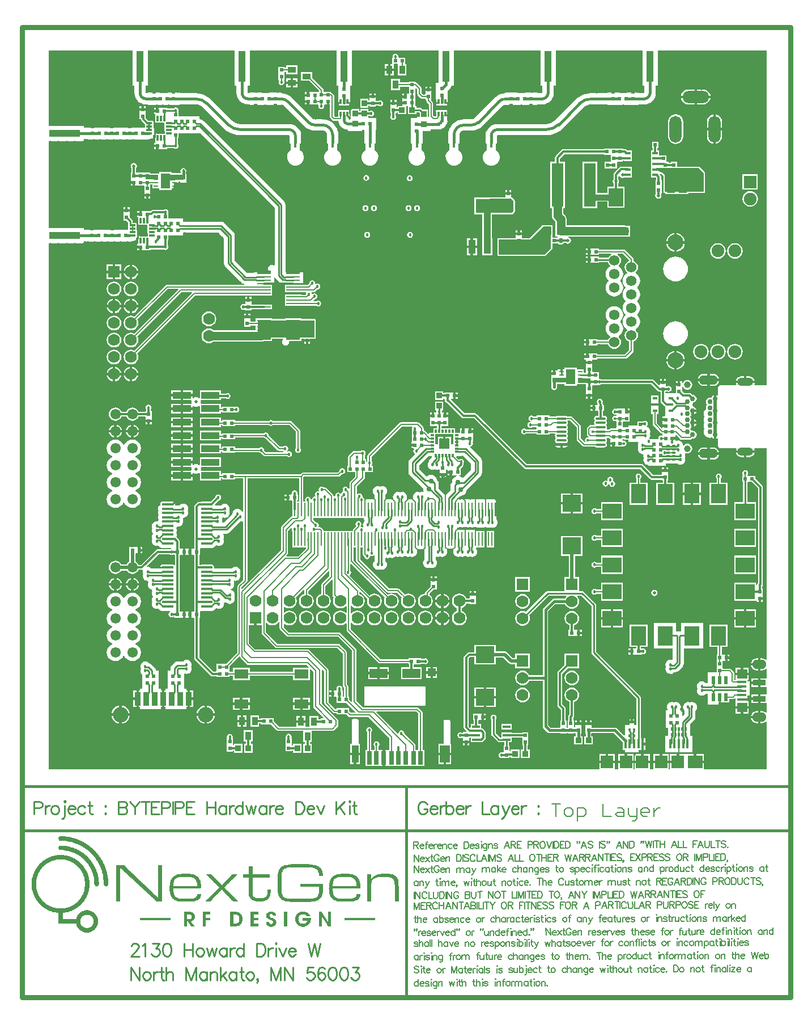
<source format=gtl>
G04*
G04 #@! TF.GenerationSoftware,Altium Limited,Altium Designer,21.2.2 (38)*
G04*
G04 Layer_Physical_Order=1*
G04 Layer_Color=255*
%FSLAX25Y25*%
%MOIN*%
G70*
G04*
G04 #@! TF.SameCoordinates,2E860D41-E7DC-41A5-80A1-EBEBF1B55734*
G04*
G04*
G04 #@! TF.FilePolarity,Positive*
G04*
G01*
G75*
%ADD10C,0.01000*%
%ADD15C,0.00800*%
%ADD16C,0.01200*%
%ADD18C,0.02000*%
%ADD21C,0.00600*%
%ADD26C,0.01500*%
%ADD27C,0.03000*%
%ADD28C,0.00900*%
%ADD29R,0.03200X0.01400*%
%ADD31O,0.07000X0.01600*%
%ADD32O,0.06000X0.01600*%
%ADD33R,0.02800X0.01800*%
%ADD34R,0.08400X0.05600*%
%ADD35R,0.01300X0.01400*%
%ADD36R,0.02400X0.04800*%
%ADD37R,0.03600X0.05000*%
%ADD38R,0.04300X0.08400*%
%ADD39R,0.13800X0.08400*%
%ADD41R,0.01200X0.03200*%
%ADD42R,0.03200X0.01200*%
%ADD43R,0.03200X0.01200*%
%ADD44R,0.04600X0.01600*%
%ADD45R,0.09100X0.11200*%
%ADD46R,0.11200X0.09100*%
%ADD47R,0.02000X0.01200*%
%ADD48R,0.01200X0.02000*%
%ADD50R,0.03500X0.03543*%
%ADD51R,0.07000X0.25600*%
%ADD52R,0.08500X0.10800*%
%ADD53R,0.06693X0.02756*%
%ADD54R,0.01200X0.02600*%
%ADD55R,0.02200X0.01200*%
%ADD56R,0.02200X0.01500*%
%ADD57R,0.09055X0.07500*%
%ADD58R,0.07500X0.07500*%
%ADD59R,0.01600X0.05400*%
%ADD60R,0.05400X0.01800*%
%ADD61R,0.06200X0.05800*%
%ADD62R,0.07500X0.03500*%
%ADD63R,0.01700X0.07000*%
%ADD64R,0.05512X0.01968*%
%ADD65R,0.18000X0.04000*%
%ADD66R,0.18000X0.08000*%
%ADD67R,0.03600X0.08000*%
%ADD68R,0.10900X0.04100*%
%ADD69R,0.03900X0.10200*%
%ADD70R,0.05900X0.10200*%
%ADD71R,0.02800X0.07900*%
%ADD72R,0.04700X0.04700*%
%ADD73R,0.10600X0.05500*%
%ADD74R,0.08000X0.02000*%
%ADD75R,0.08000X0.01000*%
%ADD76R,0.01000X0.08000*%
%ADD77R,0.02000X0.08000*%
%ADD78R,0.11000X0.10000*%
%ADD79R,0.04500X0.05000*%
%ADD80R,0.05000X0.04500*%
%ADD81R,0.03200X0.03600*%
%ADD82R,0.02000X0.02000*%
%ADD83R,0.02000X0.02200*%
%ADD84R,0.02200X0.02000*%
%ADD85R,0.04000X0.18000*%
%ADD86R,0.08000X0.18000*%
%ADD87R,0.03600X0.03200*%
%ADD88R,0.05000X0.03600*%
%ADD89R,0.02000X0.02000*%
%ADD90R,0.01200X0.02200*%
%ADD91R,0.01500X0.02200*%
%ADD92R,0.02800X0.01000*%
%ADD106R,0.07000X0.07000*%
%ADD183C,0.01535*%
%ADD184R,0.10200X0.11800*%
%ADD185C,0.03000*%
%ADD186R,0.06400X0.06400*%
%ADD187R,0.06000X0.06000*%
%ADD188R,0.05800X0.09000*%
%ADD189C,0.00875*%
%ADD190C,0.05000*%
%ADD191C,0.04000*%
%ADD192C,0.03500*%
%ADD193C,0.02500*%
%ADD194C,0.01400*%
%ADD195R,0.07800X0.04400*%
%ADD196R,0.06100X0.02800*%
%ADD197R,0.10000X0.03000*%
%ADD198R,0.07700X0.02600*%
%ADD199R,0.33300X0.10100*%
%ADD200C,0.07500*%
%ADD201R,0.07500X0.07500*%
%ADD202C,0.02000*%
%ADD203O,0.08300X0.05500*%
%ADD204C,0.09153*%
%ADD205C,0.01968*%
%ADD206C,0.22000*%
%ADD207C,0.12500*%
%ADD208O,0.07100X0.15800*%
%ADD209O,0.15800X0.07100*%
%ADD210C,0.03937*%
%ADD211O,0.11087X0.05543*%
%ADD212O,0.09512X0.04756*%
%ADD213C,0.06102*%
%ADD214C,0.09400*%
%ADD215C,0.06200*%
%ADD216C,0.07000*%
%ADD217R,0.07000X0.07000*%
%ADD218C,0.01800*%
%ADD219C,0.01600*%
G36*
X410175Y213526D02*
X402990D01*
X402746Y214025D01*
X403002Y214643D01*
X403012Y214722D01*
X397528D01*
X392043D01*
X392054Y214643D01*
X392309Y214025D01*
X392065Y213526D01*
X382900D01*
X382393Y213425D01*
X381963Y213137D01*
X381675Y212707D01*
X381575Y212200D01*
Y207819D01*
X381075Y207552D01*
X380708Y207797D01*
X380561Y207826D01*
Y205630D01*
X379061D01*
Y207826D01*
X378914Y207797D01*
X378153Y207288D01*
X377644Y206527D01*
X377545Y206028D01*
X376661Y206203D01*
X375764Y206025D01*
X375003Y205517D01*
X374495Y204756D01*
X374316Y203858D01*
X374495Y202961D01*
X374830Y202459D01*
X374963Y202087D01*
X374830Y201714D01*
X374495Y201212D01*
X374316Y200315D01*
X374477Y199507D01*
X374165Y199268D01*
X373604Y198537D01*
X373252Y197685D01*
X373131Y196772D01*
X373252Y195858D01*
X373604Y195007D01*
X373609Y195000D01*
X373604Y194993D01*
X373252Y194142D01*
X373131Y193228D01*
X373252Y192315D01*
X373604Y191463D01*
X373609Y191457D01*
X373604Y191450D01*
X373252Y190599D01*
X373131Y189685D01*
X373252Y188771D01*
X373604Y187920D01*
X373609Y187913D01*
X373604Y187907D01*
X373252Y187055D01*
X373131Y186142D01*
X373252Y185228D01*
X373604Y184377D01*
X374165Y183645D01*
X374896Y183084D01*
X375748Y182732D01*
X376661Y182612D01*
X377575Y182732D01*
X378017Y182915D01*
X378153Y182712D01*
X378914Y182203D01*
X379061Y182174D01*
Y183571D01*
X379158Y183645D01*
X379714Y184370D01*
X380561D01*
Y182174D01*
X380708Y182203D01*
X381075Y182448D01*
X381575Y182181D01*
Y177800D01*
X381675Y177293D01*
X381963Y176863D01*
X382393Y176575D01*
X382900Y176474D01*
X392065D01*
X392309Y175975D01*
X392054Y175357D01*
X392043Y175278D01*
X397528D01*
X403012D01*
X403002Y175357D01*
X402746Y175975D01*
X402990Y176474D01*
X410175D01*
Y52189D01*
X409675Y52076D01*
X408990Y52601D01*
X408127Y52959D01*
X407200Y53081D01*
X406550D01*
Y49500D01*
Y45919D01*
X407200D01*
X408127Y46041D01*
X408990Y46399D01*
X409675Y46924D01*
X410175Y46811D01*
Y41250D01*
X406550D01*
Y38700D01*
Y36150D01*
X410175D01*
Y31850D01*
X406550D01*
Y29300D01*
Y26750D01*
X410175D01*
Y21189D01*
X409675Y21076D01*
X408990Y21601D01*
X408127Y21959D01*
X407200Y22081D01*
X406550D01*
Y18500D01*
Y14919D01*
X407200D01*
X408127Y15041D01*
X408990Y15399D01*
X409675Y15924D01*
X410175Y15811D01*
Y-12174D01*
X373285D01*
Y-8550D01*
X367957D01*
Y-7800D01*
X367207D01*
Y-3250D01*
X362629D01*
Y-3250D01*
X362350D01*
Y-3250D01*
X358550D01*
Y-7800D01*
X357800D01*
Y-8550D01*
X353250D01*
Y-12174D01*
X352550D01*
Y-8550D01*
X348000D01*
X343450D01*
Y-12174D01*
X341450D01*
Y-8550D01*
X336900D01*
X332350D01*
Y-12174D01*
X331850D01*
Y-8550D01*
X327300D01*
X322750D01*
Y-12174D01*
X320750D01*
Y-8550D01*
X316200D01*
X311650D01*
Y-12174D01*
X-12174D01*
X-12174Y297000D01*
X8500D01*
Y298185D01*
X9500D01*
Y297900D01*
X28500D01*
Y298000D01*
X29400D01*
Y298000D01*
X36600D01*
Y298300D01*
X40400D01*
Y296400D01*
X39900D01*
Y295350D01*
X41800D01*
Y294600D01*
X42550D01*
Y292800D01*
X43700D01*
Y292800D01*
X43900Y292800D01*
Y292800D01*
X47700D01*
Y293254D01*
X55480D01*
X55741Y293080D01*
X56404Y292948D01*
X57067Y293080D01*
X57630Y293456D01*
X58005Y294018D01*
X58137Y294681D01*
X58005Y295344D01*
X57831Y295605D01*
Y298600D01*
X58200D01*
Y301400D01*
X66900D01*
Y303177D01*
X87608D01*
X90815Y299971D01*
Y285114D01*
X91004Y284163D01*
X91543Y283357D01*
X101146Y273753D01*
X101146Y273753D01*
X101953Y273214D01*
X102778Y273050D01*
X102729Y272550D01*
X57427D01*
X56959Y272457D01*
X56562Y272192D01*
X38218Y253848D01*
X37273Y254239D01*
X36150Y254387D01*
X35028Y254239D01*
X33981Y253806D01*
X33083Y253117D01*
X32394Y252219D01*
X31961Y251172D01*
X31813Y250050D01*
X31961Y248927D01*
X32394Y247881D01*
X33083Y246983D01*
X33981Y246294D01*
X35028Y245861D01*
X36150Y245713D01*
X37273Y245861D01*
X38318Y246294D01*
X39217Y246983D01*
X39906Y247881D01*
X40339Y248927D01*
X40487Y250050D01*
X40339Y251172D01*
X39948Y252118D01*
X57934Y270103D01*
X63820D01*
X64011Y269641D01*
X38218Y243848D01*
X37273Y244239D01*
X36150Y244387D01*
X35028Y244239D01*
X33981Y243806D01*
X33083Y243117D01*
X32394Y242219D01*
X31961Y241173D01*
X31813Y240050D01*
X31961Y238928D01*
X32394Y237881D01*
X33083Y236983D01*
X33981Y236294D01*
X35028Y235861D01*
X36150Y235713D01*
X37273Y235861D01*
X38318Y236294D01*
X39217Y236983D01*
X39906Y237881D01*
X40339Y238928D01*
X40487Y240050D01*
X40339Y241173D01*
X39948Y242118D01*
X65965Y268135D01*
X71851D01*
X72043Y267673D01*
X38218Y233848D01*
X37273Y234239D01*
X36150Y234387D01*
X35028Y234239D01*
X33981Y233806D01*
X33083Y233117D01*
X32394Y232219D01*
X31961Y231172D01*
X31813Y230050D01*
X31961Y228927D01*
X32394Y227881D01*
X33083Y226983D01*
X33981Y226294D01*
X35028Y225861D01*
X36150Y225713D01*
X37273Y225861D01*
X38318Y226294D01*
X39217Y226983D01*
X39906Y227881D01*
X40339Y228927D01*
X40487Y230050D01*
X40339Y231172D01*
X39948Y232118D01*
X73997Y266166D01*
X109600D01*
Y266090D01*
X119200D01*
Y270027D01*
X119200Y272627D01*
X119643Y272764D01*
X120400D01*
Y276827D01*
X120900Y276932D01*
X121368Y276232D01*
X123846Y273753D01*
X123846Y273753D01*
X124653Y273214D01*
X125600Y273026D01*
Y272764D01*
X126357D01*
X126800Y272627D01*
X126800Y272264D01*
Y268058D01*
X136400D01*
Y268135D01*
X138979D01*
X139246Y267635D01*
X139199Y267563D01*
X139069Y266912D01*
X138802Y266645D01*
X136400D01*
Y266721D01*
X126800D01*
Y264121D01*
Y260184D01*
X136400D01*
Y260261D01*
X145089D01*
X145090Y260259D01*
X145652Y259883D01*
X146316Y259751D01*
X146979Y259883D01*
X147541Y260259D01*
X147917Y260821D01*
X148049Y261484D01*
X147917Y262148D01*
X147541Y262710D01*
X146979Y263086D01*
X146316Y263217D01*
X145652Y263086D01*
X145090Y262710D01*
X145089Y262708D01*
X143491D01*
X143300Y263170D01*
X144097Y263967D01*
X144100Y263967D01*
X144763Y264099D01*
X145326Y264474D01*
X145701Y265037D01*
X145833Y265700D01*
X145701Y266363D01*
X145326Y266926D01*
X144763Y267301D01*
X144100Y267433D01*
X143437Y267301D01*
X143019Y267022D01*
X142567Y267144D01*
X142471Y267212D01*
X142401Y267563D01*
X142354Y267635D01*
X142621Y268135D01*
X143658D01*
X144126Y268228D01*
X144523Y268493D01*
X145798Y269767D01*
X145800Y269767D01*
X146463Y269899D01*
X147026Y270274D01*
X147401Y270837D01*
X147533Y271500D01*
X147401Y272163D01*
X147026Y272726D01*
X146463Y273101D01*
X145800Y273233D01*
X145137Y273101D01*
X144960Y272984D01*
X144510Y273284D01*
X144533Y273400D01*
X144401Y274063D01*
X144026Y274626D01*
X143463Y275001D01*
X142800Y275133D01*
X142137Y275001D01*
X141574Y274626D01*
X141199Y274063D01*
X141067Y273400D01*
X141067Y273397D01*
X140220Y272550D01*
X138012D01*
X137600Y272764D01*
X137600Y273050D01*
Y274732D01*
Y279732D01*
X127085D01*
Y319586D01*
X126896Y320537D01*
X126357Y321343D01*
X126357Y321343D01*
X78706Y368995D01*
X77899Y369534D01*
X76948Y369723D01*
X76400D01*
Y371500D01*
X70400D01*
Y371500D01*
X69100D01*
Y371500D01*
X64203D01*
Y374297D01*
X64203Y374297D01*
X64203D01*
X64093Y374797D01*
X64133Y375000D01*
X64001Y375663D01*
X63626Y376226D01*
X63063Y376601D01*
X62400Y376733D01*
X61737Y376601D01*
X61324Y376325D01*
X57600D01*
Y376400D01*
X54100D01*
X53800Y376400D01*
X53300Y376400D01*
X52450D01*
Y374600D01*
X51700D01*
Y373850D01*
X49800D01*
Y372800D01*
X49841D01*
X50300Y372700D01*
X50300Y372300D01*
Y367900D01*
X54900D01*
Y362900D01*
X56100D01*
Y361100D01*
X51000D01*
Y364600D01*
X49300D01*
Y368900D01*
X47038D01*
X46900Y368927D01*
X46491D01*
X44883Y370536D01*
Y371187D01*
X44883Y371187D01*
X44855Y371325D01*
Y373187D01*
X44855Y373487D01*
X44855Y373987D01*
Y374837D01*
X43055D01*
X41256D01*
Y373987D01*
X41256Y373687D01*
X41256Y373187D01*
Y369687D01*
X42079D01*
X42137Y369398D01*
X42446Y368935D01*
X44500Y366881D01*
Y365000D01*
X42600D01*
Y365000D01*
X35400D01*
Y365000D01*
X24900D01*
Y365000D01*
X17900D01*
Y365000D01*
X10000D01*
Y364796D01*
X8500D01*
Y366000D01*
X-12175D01*
Y410175D01*
X37000D01*
Y389500D01*
X38204D01*
Y385200D01*
X38200D01*
X38329Y383893D01*
X38710Y382636D01*
X39329Y381478D01*
X40163Y380463D01*
X41178Y379629D01*
X42336Y379010D01*
X43593Y378629D01*
X44900Y378500D01*
Y378504D01*
X46200D01*
Y378300D01*
X49700D01*
Y378300D01*
X57700D01*
Y378200D01*
X64700D01*
Y378504D01*
X74058D01*
X74104Y378510D01*
X75368Y378386D01*
X76627Y378004D01*
X77788Y377383D01*
X78771Y376577D01*
X78799Y376541D01*
X91041Y364299D01*
X91032Y364289D01*
X92620Y362933D01*
X94400Y361842D01*
X96330Y361043D01*
X98360Y360555D01*
X100442Y360391D01*
Y360404D01*
X129271D01*
X129507Y360307D01*
X129550Y360203D01*
Y355600D01*
X130200D01*
X130200Y351693D01*
X129690Y351313D01*
X128834Y350374D01*
X128245Y349249D01*
X127961Y348011D01*
X128001Y346742D01*
X128361Y345524D01*
X129018Y344437D01*
X129930Y343553D01*
X131037Y342930D01*
X132265Y342607D01*
X133535Y342607D01*
X134764Y342930D01*
X135870Y343553D01*
X136782Y344438D01*
X137439Y345524D01*
X137800Y346742D01*
X137839Y348011D01*
X137555Y349249D01*
X136966Y350374D01*
X136111Y351313D01*
X135600Y351693D01*
X135600Y355600D01*
X141168Y355600D01*
Y355600D01*
X136250D01*
Y362500D01*
X135739D01*
X135675Y362711D01*
X135032Y363913D01*
X134167Y364967D01*
X133114Y365832D01*
X131911Y366475D01*
X130607Y366870D01*
X129733Y366956D01*
X129733Y366957D01*
X129394Y366990D01*
X129350Y366996D01*
X129250Y367004D01*
Y366999D01*
X129227Y366996D01*
X100442D01*
X100396Y366990D01*
X99132Y367114D01*
X97873Y367496D01*
X96712Y368117D01*
X95730Y368923D01*
X95701Y368959D01*
X83459Y381202D01*
X83468Y381211D01*
X81880Y382567D01*
X80100Y383658D01*
X78170Y384457D01*
X76140Y384945D01*
X74058Y385108D01*
Y385096D01*
X64700D01*
Y385400D01*
X57700D01*
Y385300D01*
X53200D01*
Y385500D01*
X46200D01*
Y385096D01*
X44900D01*
X44900Y385096D01*
Y385111D01*
X44837Y385137D01*
X44811Y385200D01*
X44796D01*
Y389500D01*
X46000D01*
Y410175D01*
X97000D01*
Y389500D01*
X98204D01*
Y385200D01*
X98200D01*
X98329Y383893D01*
X98710Y382636D01*
X99329Y381478D01*
X100162Y380463D01*
X101178Y379629D01*
X102336Y379010D01*
X103593Y378629D01*
X104900Y378500D01*
Y378504D01*
X106000D01*
Y378200D01*
X113000D01*
Y378300D01*
X117600D01*
Y378200D01*
X124600D01*
Y378200D01*
X124885Y378434D01*
X125366Y378338D01*
X126120Y377835D01*
X126170Y377770D01*
X138314Y365625D01*
X138314Y365624D01*
X138305Y365615D01*
X139611Y364544D01*
X141101Y363747D01*
X142718Y363257D01*
X144400Y363091D01*
Y363104D01*
X148904D01*
X149574Y363016D01*
X150202Y362756D01*
X150742Y362342D01*
X151156Y361802D01*
X151416Y361174D01*
X151450Y360916D01*
Y355600D01*
X152100D01*
X152100Y351693D01*
X151590Y351313D01*
X150734Y350374D01*
X150145Y349249D01*
X149861Y348011D01*
X149901Y346742D01*
X150261Y345524D01*
X150918Y344437D01*
X151830Y343553D01*
X152937Y342930D01*
X154165Y342607D01*
X155435Y342607D01*
X156664Y342930D01*
X157770Y343553D01*
X158682Y344438D01*
X159339Y345524D01*
X159700Y346742D01*
X159739Y348011D01*
X159455Y349249D01*
X158866Y350374D01*
X158011Y351313D01*
X157500Y351693D01*
X157500Y355600D01*
X163068Y355600D01*
Y355600D01*
X158150D01*
Y362500D01*
X157873D01*
X157411Y364025D01*
X156559Y365618D01*
X155414Y367014D01*
X154018Y368159D01*
X152425Y369011D01*
X150697Y369535D01*
X148900Y369712D01*
Y369696D01*
X144400D01*
X144348Y369689D01*
X143622Y369833D01*
X143007Y370244D01*
X142975Y370286D01*
X130830Y382430D01*
X130842Y382441D01*
X129460Y383575D01*
X127884Y384418D01*
X126174Y384936D01*
X124600Y385091D01*
Y385400D01*
X117600D01*
Y385300D01*
X113000D01*
Y385400D01*
X106000D01*
Y385096D01*
X104900D01*
X104900Y385096D01*
Y385111D01*
X104837Y385137D01*
X104811Y385200D01*
X104796D01*
Y389500D01*
X106000D01*
Y410175D01*
X157000D01*
Y389500D01*
X158000D01*
Y384000D01*
Y380000D01*
X158204D01*
Y379500D01*
X158317Y378647D01*
X158400Y378446D01*
Y374900D01*
X158100D01*
Y371323D01*
X156107D01*
X155724Y371707D01*
Y383400D01*
X155630Y383868D01*
X155365Y384265D01*
X154565Y385065D01*
X154168Y385330D01*
X153900Y385384D01*
Y386000D01*
X150300D01*
Y386000D01*
X150000D01*
Y386000D01*
X149424D01*
Y386900D01*
X149330Y387368D01*
X149065Y387765D01*
X142700Y394130D01*
Y397600D01*
X136100D01*
Y392400D01*
X140970D01*
X146870Y386500D01*
X146719Y386000D01*
X146400Y386000D01*
X146024Y385700D01*
X145900Y385700D01*
X142700D01*
X142400Y385700D01*
X141900Y385700D01*
X141050D01*
Y383900D01*
X140300D01*
Y383150D01*
X138400D01*
Y382500D01*
X138400Y382100D01*
X138400Y381600D01*
Y380950D01*
X140300D01*
Y380200D01*
X141050D01*
Y378400D01*
X141900D01*
X142400Y378400D01*
X142700Y378400D01*
X146175D01*
X146444Y378250D01*
X146546Y377900D01*
X146467Y377500D01*
X146599Y376837D01*
X146974Y376274D01*
X147537Y375899D01*
X148200Y375767D01*
X148863Y375899D01*
X149426Y376274D01*
X149801Y376837D01*
X149933Y377500D01*
X149854Y377900D01*
X150000Y378400D01*
X150300D01*
X150500Y378400D01*
X151350D01*
Y380200D01*
X152850D01*
Y378400D01*
X153277D01*
Y371200D01*
X153370Y370732D01*
X153635Y370335D01*
X154735Y369235D01*
X155132Y368970D01*
X155600Y368877D01*
X158217D01*
X158368Y367725D01*
X158899Y366443D01*
X159743Y365343D01*
X160844Y364499D01*
X162125Y363968D01*
X163500Y363787D01*
D01*
X163900Y363546D01*
Y362800D01*
X172100D01*
Y363600D01*
X173404D01*
Y362500D01*
X173350D01*
Y355600D01*
X174000D01*
X174000Y351693D01*
X173489Y351313D01*
X172634Y350374D01*
X172045Y349249D01*
X171761Y348011D01*
X171801Y346742D01*
X172161Y345524D01*
X172819Y344437D01*
X173730Y343553D01*
X174837Y342930D01*
X176065Y342607D01*
X177335Y342607D01*
X178564Y342930D01*
X179670Y343553D01*
X180582Y344438D01*
X181239Y345524D01*
X181600Y346742D01*
X181639Y348011D01*
X181355Y349249D01*
X180766Y350374D01*
X179911Y351313D01*
X179400Y351693D01*
X179400Y355600D01*
X184968Y355600D01*
Y355600D01*
X180050D01*
Y362500D01*
X179996D01*
Y363600D01*
X180400D01*
Y370600D01*
X175900D01*
Y371673D01*
X176476D01*
X176737Y371499D01*
X177400Y371367D01*
X178063Y371499D01*
X178626Y371874D01*
X179001Y372437D01*
X179133Y373100D01*
X179001Y373763D01*
X178626Y374326D01*
X178063Y374701D01*
X177400Y374833D01*
X176737Y374701D01*
X176476Y374527D01*
X175900D01*
Y375700D01*
X171100D01*
Y374527D01*
X170400D01*
Y375700D01*
X165600D01*
Y371400D01*
X164796D01*
Y372100D01*
X164683Y372953D01*
X164600Y373154D01*
Y376400D01*
Y378446D01*
X164683Y378647D01*
X164796Y379500D01*
Y380000D01*
X165000D01*
Y384000D01*
Y389500D01*
X166000D01*
Y410175D01*
X217000D01*
Y391300D01*
X215500D01*
Y384100D01*
Y380100D01*
X215704D01*
Y379900D01*
X215817Y379047D01*
X215900Y378846D01*
Y374900D01*
X215600D01*
Y372718D01*
X215577Y372600D01*
Y371424D01*
X214493D01*
X213924Y371993D01*
Y379100D01*
X213830Y379568D01*
X213565Y379965D01*
X212730Y380800D01*
X212900Y381300D01*
X212900D01*
Y384800D01*
X212900Y384900D01*
X212900Y385300D01*
X212900Y385400D01*
Y386350D01*
X211100D01*
X209300D01*
Y385400D01*
X209300Y385300D01*
X209300Y384823D01*
X209243Y384324D01*
X207983D01*
X207024Y385283D01*
Y387900D01*
X206930Y388368D01*
X206665Y388765D01*
X204365Y391065D01*
X203968Y391330D01*
X203500Y391424D01*
X203400D01*
Y392000D01*
X199800D01*
Y391424D01*
X194486D01*
Y393517D01*
X189286D01*
Y386917D01*
X194486D01*
Y388977D01*
X199800D01*
Y388400D01*
X199800D01*
X199800Y388000D01*
X199800D01*
Y385176D01*
X199500Y384800D01*
X198350D01*
Y383000D01*
X197600D01*
Y382250D01*
X195700D01*
Y381200D01*
Y380150D01*
X197600D01*
Y378650D01*
X195700D01*
Y377600D01*
X193000D01*
Y376988D01*
X192500Y376781D01*
X192300Y376981D01*
X192300Y377600D01*
Y378450D01*
X190500D01*
X188700D01*
Y377600D01*
X188700Y377300D01*
X188700Y376800D01*
Y373300D01*
X189073D01*
Y372024D01*
X188899Y371763D01*
X188767Y371100D01*
X188899Y370437D01*
X189274Y369874D01*
X189837Y369499D01*
X190500Y369367D01*
X191163Y369499D01*
X191726Y369874D01*
X192101Y370437D01*
X192233Y371100D01*
X192101Y371763D01*
X191927Y372024D01*
Y373300D01*
X192300D01*
Y373773D01*
X193000D01*
Y372800D01*
X198200D01*
Y377600D01*
X199000D01*
Y372800D01*
X204200D01*
Y373874D01*
X205651D01*
X206000Y373526D01*
Y371300D01*
X204300D01*
Y370600D01*
X200700D01*
Y366600D01*
X200700D01*
Y359400D01*
X200950D01*
Y355600D01*
X201600D01*
X201600Y351693D01*
X201090Y351313D01*
X200234Y350374D01*
X199645Y349249D01*
X199361Y348011D01*
X199401Y346742D01*
X199761Y345524D01*
X200418Y344437D01*
X201330Y343553D01*
X202437Y342930D01*
X203665Y342607D01*
X204935Y342607D01*
X206164Y342930D01*
X207270Y343553D01*
X208182Y344438D01*
X208839Y345524D01*
X209200Y346742D01*
X209239Y348011D01*
X208955Y349249D01*
X208366Y350374D01*
X207511Y351313D01*
X207000Y351693D01*
X207000Y355600D01*
X212568Y355600D01*
Y355600D01*
X207650D01*
Y359400D01*
X207700D01*
Y362700D01*
X212500D01*
Y363722D01*
X216866D01*
X217000Y363704D01*
Y363687D01*
X218375Y363868D01*
X219656Y364399D01*
X220757Y365243D01*
X221601Y366343D01*
X222132Y367625D01*
X222313Y369000D01*
X222296D01*
X222278Y369134D01*
Y372200D01*
X222166Y373048D01*
X222100Y373209D01*
Y376400D01*
Y378846D01*
X222183Y379047D01*
X222296Y379900D01*
Y380100D01*
X222500D01*
Y384100D01*
Y386539D01*
X223830Y387870D01*
X224354Y388552D01*
X224683Y389347D01*
X224704Y389500D01*
X226000D01*
Y410175D01*
X277000D01*
Y389500D01*
X278204D01*
Y385200D01*
X278189D01*
X278163Y385137D01*
X278100Y385111D01*
Y385096D01*
X278100Y385096D01*
X275100D01*
Y385400D01*
X268100D01*
Y385300D01*
X263400D01*
Y385400D01*
X256400D01*
Y385091D01*
X254826Y384936D01*
X253116Y384418D01*
X251540Y383575D01*
X250159Y382441D01*
X250170Y382430D01*
X238025Y370286D01*
X237993Y370244D01*
X237378Y369833D01*
X236652Y369689D01*
X236600Y369696D01*
X232100D01*
Y369712D01*
X230303Y369535D01*
X228575Y369011D01*
X226982Y368159D01*
X225586Y367014D01*
X224441Y365618D01*
X223589Y364025D01*
X223127Y362500D01*
X222850D01*
Y355600D01*
X223500D01*
X223500Y351693D01*
X222990Y351313D01*
X222134Y350374D01*
X221545Y349249D01*
X221261Y348011D01*
X221301Y346742D01*
X221661Y345524D01*
X222319Y344437D01*
X223230Y343553D01*
X224337Y342930D01*
X225565Y342607D01*
X226835Y342607D01*
X228064Y342930D01*
X229170Y343553D01*
X230082Y344438D01*
X230739Y345524D01*
X231100Y346742D01*
X231139Y348011D01*
X230855Y349249D01*
X230266Y350374D01*
X229411Y351313D01*
X228900Y351693D01*
X228900Y355600D01*
X234468Y355600D01*
Y355600D01*
X229550D01*
Y360916D01*
X229584Y361174D01*
X229844Y361802D01*
X230258Y362342D01*
X230798Y362756D01*
X231426Y363016D01*
X232096Y363104D01*
X236600D01*
Y363091D01*
X238282Y363257D01*
X239899Y363747D01*
X241389Y364544D01*
X242695Y365615D01*
X242686Y365624D01*
X242686Y365625D01*
X254830Y377770D01*
X254880Y377835D01*
X255634Y378338D01*
X256115Y378434D01*
X256400Y378200D01*
Y378200D01*
X263400D01*
Y378300D01*
X268100D01*
Y378200D01*
X275100D01*
Y378504D01*
X278100D01*
Y378500D01*
X279407Y378629D01*
X280664Y379010D01*
X281822Y379629D01*
X282837Y380463D01*
X283671Y381478D01*
X284290Y382636D01*
X284671Y383893D01*
X284800Y385200D01*
X284796D01*
Y389500D01*
X286000D01*
Y410175D01*
X337000D01*
Y389500D01*
X338204D01*
Y385200D01*
X338189D01*
X338163Y385137D01*
X338100Y385111D01*
Y385096D01*
X338100Y385096D01*
X334900D01*
Y385400D01*
X327900D01*
Y385300D01*
X323300D01*
Y385400D01*
X316300D01*
Y385096D01*
X306942D01*
Y385108D01*
X304860Y384945D01*
X302830Y384457D01*
X300900Y383658D01*
X299120Y382567D01*
X297532Y381211D01*
X297541Y381202D01*
X285298Y368959D01*
X285270Y368923D01*
X284288Y368117D01*
X283127Y367496D01*
X281868Y367114D01*
X280604Y366990D01*
X280558Y366996D01*
X251773D01*
X251750Y366999D01*
X251750Y367004D01*
X251650Y366996D01*
X251606Y366990D01*
X251268Y366957D01*
X251267Y366956D01*
X250393Y366870D01*
X249089Y366475D01*
X247886Y365832D01*
X246833Y364967D01*
X245968Y363913D01*
X245325Y362711D01*
X245261Y362500D01*
X244750D01*
Y355600D01*
X245400D01*
X245400Y351693D01*
X244889Y351313D01*
X244034Y350374D01*
X243445Y349249D01*
X243161Y348011D01*
X243201Y346742D01*
X243561Y345524D01*
X244218Y344437D01*
X245130Y343553D01*
X246237Y342930D01*
X247465Y342607D01*
X248735Y342607D01*
X249964Y342930D01*
X251070Y343553D01*
X251982Y344438D01*
X252639Y345524D01*
X253000Y346742D01*
X253039Y348011D01*
X252755Y349249D01*
X252166Y350374D01*
X251311Y351313D01*
X250800Y351693D01*
X250800Y355600D01*
X256368Y355600D01*
Y355600D01*
X251450D01*
Y360203D01*
X251493Y360307D01*
X251729Y360404D01*
X280558D01*
Y360391D01*
X282640Y360555D01*
X284670Y361043D01*
X286600Y361842D01*
X288380Y362933D01*
X289968Y364289D01*
X289959Y364299D01*
X302202Y376541D01*
X302230Y376577D01*
X303212Y377383D01*
X304373Y378004D01*
X305632Y378386D01*
X306896Y378510D01*
X306942Y378504D01*
X316300D01*
Y378200D01*
X323300D01*
Y378300D01*
X327900D01*
Y378200D01*
X334900D01*
Y378504D01*
X338100D01*
Y378500D01*
X339407Y378629D01*
X340664Y379010D01*
X341822Y379629D01*
X342837Y380463D01*
X343671Y381478D01*
X344290Y382636D01*
X344671Y383893D01*
X344800Y385200D01*
X344796D01*
Y389500D01*
X346000D01*
Y410175D01*
X410175D01*
X410175Y213526D01*
D02*
G37*
G36*
X204576Y387393D02*
Y384776D01*
X204670Y384308D01*
X204935Y383911D01*
X206611Y382235D01*
X207008Y381970D01*
X207476Y381876D01*
X209300D01*
Y381300D01*
X209876D01*
Y380700D01*
X209970Y380232D01*
X210235Y379835D01*
X211476Y378593D01*
Y371486D01*
X211324Y371300D01*
X210800D01*
Y375600D01*
X207675D01*
X207137Y376137D01*
X206707Y376425D01*
X206200Y376525D01*
X204200D01*
Y377600D01*
X203500D01*
Y380700D01*
X203500Y381200D01*
X203500D01*
Y381200D01*
X203500D01*
Y384800D01*
X203400D01*
Y387863D01*
X203851Y388119D01*
X204576Y387393D01*
D02*
G37*
G36*
X120640Y317946D02*
Y284071D01*
X120140Y283804D01*
X119677Y284112D01*
X118866Y284274D01*
X118055Y284112D01*
X117367Y283653D01*
X116907Y282965D01*
X116746Y282154D01*
X116907Y281342D01*
X117367Y280654D01*
X117600Y280499D01*
X117705Y279827D01*
X117629Y279732D01*
X108400D01*
Y279471D01*
X104544D01*
X97260Y286754D01*
Y301611D01*
X97071Y302562D01*
X96532Y303368D01*
X96532Y303368D01*
X91006Y308895D01*
X90200Y309434D01*
X89249Y309623D01*
X66900D01*
Y311400D01*
X59400D01*
Y311400D01*
X58200D01*
Y314200D01*
X58200Y314200D01*
X58067Y314700D01*
X58154Y315135D01*
X58022Y315799D01*
X57646Y316361D01*
X57084Y316737D01*
X56420Y316869D01*
X55757Y316737D01*
X55497Y316563D01*
X49258D01*
X48712Y316454D01*
X48249Y316145D01*
X48249Y316145D01*
X48115Y316011D01*
X47700Y315800D01*
Y315800D01*
X47700Y315800D01*
X43900D01*
Y315800D01*
X43700Y315800D01*
Y315800D01*
X42550D01*
Y314000D01*
X41800D01*
Y313250D01*
X39900D01*
Y312200D01*
X40400D01*
Y307800D01*
X45000D01*
Y302800D01*
X46200D01*
Y301000D01*
X41100D01*
Y304500D01*
X39400D01*
Y308800D01*
X37229D01*
Y309749D01*
X37129Y310256D01*
X36841Y310686D01*
X35300Y312228D01*
Y313800D01*
X35300Y314300D01*
X35300Y314600D01*
Y315450D01*
X33500D01*
X31700D01*
Y314600D01*
X31700Y314100D01*
X31700Y313800D01*
Y310300D01*
X33479D01*
X34578Y309200D01*
Y307581D01*
X34600Y307473D01*
Y305000D01*
X32600D01*
Y305000D01*
X25400D01*
Y304900D01*
X9500D01*
Y304777D01*
X8500D01*
Y306000D01*
X-12175D01*
Y357000D01*
X8500D01*
Y358204D01*
X10000D01*
Y358000D01*
X20711D01*
X20900Y358000D01*
X20900Y358000D01*
X21200Y358000D01*
X21200Y358000D01*
X21389Y358000D01*
X38911D01*
X39000Y358000D01*
X39000Y358000D01*
X39400Y358000D01*
X39400Y358000D01*
X39489Y358000D01*
X46600D01*
Y358204D01*
X46900D01*
X47753Y358317D01*
X47954Y358400D01*
X50300D01*
Y356400D01*
X50300Y356300D01*
X50059Y355900D01*
X49800D01*
Y354850D01*
X51700D01*
Y354100D01*
X52450D01*
Y352300D01*
X53300D01*
X53600Y352300D01*
X54100Y352300D01*
X57600D01*
Y352775D01*
X61324D01*
X61737Y352499D01*
X62400Y352367D01*
X63063Y352499D01*
X63626Y352874D01*
X64001Y353437D01*
X64133Y354100D01*
X64001Y354763D01*
X63726Y355176D01*
Y358700D01*
X64200D01*
Y361500D01*
X65400D01*
Y361500D01*
X76400D01*
Y361532D01*
X76862Y361723D01*
X120640Y317946D01*
D02*
G37*
G36*
X141142Y-68064D02*
X141280D01*
Y-68202D01*
X143070D01*
Y-68340D01*
X144035D01*
Y-68477D01*
X144723D01*
Y-68615D01*
X145274D01*
Y-68753D01*
Y-68890D01*
X145825D01*
Y-69028D01*
X146101D01*
Y-69166D01*
X146514D01*
Y-69304D01*
X146789D01*
Y-69441D01*
Y-69579D01*
X146927D01*
Y-69717D01*
X147202D01*
Y-69854D01*
X147340D01*
Y-69992D01*
X147478D01*
Y-70130D01*
X147616D01*
Y-70268D01*
X147753D01*
Y-70406D01*
X147891D01*
Y-70543D01*
X148029D01*
Y-70681D01*
X148167D01*
Y-70819D01*
Y-70956D01*
Y-71094D01*
X148304D01*
Y-71232D01*
Y-71370D01*
X148580D01*
Y-71507D01*
Y-71645D01*
Y-71783D01*
X148717D01*
Y-71921D01*
Y-72058D01*
Y-72196D01*
Y-72334D01*
X148855D01*
Y-72471D01*
Y-72609D01*
Y-72747D01*
Y-72885D01*
Y-73022D01*
Y-73160D01*
Y-73298D01*
X148993D01*
Y-73435D01*
Y-73573D01*
Y-73711D01*
Y-73849D01*
Y-73986D01*
Y-74124D01*
Y-74262D01*
Y-74400D01*
Y-74537D01*
Y-74675D01*
Y-74813D01*
X146651D01*
Y-74675D01*
Y-74537D01*
Y-74400D01*
Y-74262D01*
Y-74124D01*
Y-73986D01*
Y-73849D01*
Y-73711D01*
Y-73573D01*
Y-73435D01*
Y-73298D01*
Y-73160D01*
Y-73022D01*
X146514D01*
Y-72885D01*
Y-72747D01*
Y-72609D01*
Y-72471D01*
Y-72334D01*
X146238D01*
Y-72196D01*
Y-72058D01*
Y-71921D01*
X146101D01*
Y-71783D01*
Y-71645D01*
X145963D01*
Y-71507D01*
Y-71370D01*
X145825D01*
Y-71232D01*
X145550D01*
Y-71094D01*
X145412D01*
Y-70956D01*
X145274D01*
Y-70819D01*
Y-70681D01*
X144861D01*
Y-70543D01*
X144586D01*
Y-70406D01*
X144172D01*
Y-70268D01*
X143346D01*
Y-70130D01*
X143208D01*
Y-69992D01*
X141142D01*
Y-69854D01*
X130262D01*
Y-69992D01*
X128196D01*
Y-70130D01*
Y-70268D01*
X127369D01*
Y-70406D01*
X126818D01*
Y-70543D01*
X126543D01*
Y-70681D01*
X126267D01*
Y-70819D01*
X126130D01*
Y-70956D01*
X125992D01*
Y-71094D01*
X125854D01*
Y-71232D01*
X125579D01*
Y-71370D01*
Y-71507D01*
Y-71645D01*
X125441D01*
Y-71783D01*
X125303D01*
Y-71921D01*
Y-72058D01*
Y-72196D01*
Y-72334D01*
X125166D01*
Y-72471D01*
Y-72609D01*
Y-72747D01*
X125028D01*
Y-72885D01*
X124890D01*
Y-73022D01*
Y-73160D01*
Y-73298D01*
Y-73435D01*
Y-73573D01*
Y-73711D01*
Y-73849D01*
X124752D01*
Y-73986D01*
Y-74124D01*
Y-74262D01*
Y-74400D01*
Y-74537D01*
Y-74675D01*
Y-74813D01*
Y-74950D01*
Y-75088D01*
Y-75226D01*
Y-75364D01*
Y-75502D01*
Y-75639D01*
Y-75777D01*
Y-75915D01*
Y-76052D01*
Y-76190D01*
Y-76328D01*
Y-76466D01*
Y-76603D01*
Y-76741D01*
Y-76879D01*
Y-77017D01*
Y-77154D01*
Y-77292D01*
Y-77430D01*
Y-77567D01*
Y-77705D01*
Y-77843D01*
Y-77981D01*
Y-78118D01*
Y-78256D01*
Y-78394D01*
Y-78531D01*
Y-78669D01*
Y-78807D01*
Y-78945D01*
Y-79083D01*
Y-79220D01*
Y-79358D01*
Y-79496D01*
Y-79633D01*
Y-79771D01*
Y-79909D01*
Y-80047D01*
Y-80184D01*
Y-80322D01*
Y-80460D01*
Y-80598D01*
Y-80735D01*
Y-80873D01*
Y-81011D01*
Y-81148D01*
Y-81286D01*
Y-81424D01*
Y-81562D01*
Y-81699D01*
Y-81837D01*
Y-81975D01*
Y-82112D01*
Y-82250D01*
Y-82388D01*
Y-82526D01*
Y-82664D01*
Y-82801D01*
Y-82939D01*
Y-83077D01*
Y-83214D01*
Y-83352D01*
Y-83490D01*
Y-83628D01*
Y-83765D01*
Y-83903D01*
Y-84041D01*
Y-84179D01*
X124890D01*
Y-84316D01*
Y-84454D01*
Y-84592D01*
Y-84729D01*
Y-84867D01*
Y-85005D01*
Y-85143D01*
Y-85280D01*
X125028D01*
Y-85418D01*
X125166D01*
Y-85556D01*
Y-85694D01*
Y-85831D01*
Y-85969D01*
X125303D01*
Y-86107D01*
Y-86244D01*
Y-86382D01*
X125441D01*
Y-86520D01*
Y-86658D01*
X125579D01*
Y-86795D01*
Y-86933D01*
X125854D01*
Y-87071D01*
X125992D01*
Y-87209D01*
X126130D01*
Y-87346D01*
Y-87484D01*
X126405D01*
Y-87622D01*
X126681D01*
Y-87760D01*
X127232D01*
Y-87897D01*
X127920D01*
Y-88035D01*
Y-88173D01*
X129160D01*
Y-88310D01*
X142244D01*
Y-88173D01*
X143484D01*
Y-88035D01*
Y-87897D01*
X144172D01*
Y-87760D01*
X144723D01*
Y-87622D01*
X145136D01*
Y-87484D01*
X145274D01*
Y-87346D01*
X145412D01*
Y-87209D01*
X145550D01*
Y-87071D01*
X145825D01*
Y-86933D01*
X145963D01*
Y-86795D01*
Y-86658D01*
Y-86520D01*
X146101D01*
Y-86382D01*
X146238D01*
Y-86244D01*
Y-86107D01*
Y-85969D01*
Y-85831D01*
X146514D01*
Y-85694D01*
Y-85556D01*
Y-85418D01*
Y-85280D01*
X146651D01*
Y-85143D01*
Y-85005D01*
Y-84867D01*
Y-84729D01*
Y-84592D01*
Y-84454D01*
Y-84316D01*
Y-84179D01*
Y-84041D01*
Y-83903D01*
Y-83765D01*
Y-83628D01*
Y-83490D01*
Y-83352D01*
Y-83214D01*
Y-83077D01*
Y-82939D01*
X146789D01*
Y-82801D01*
Y-82664D01*
Y-82526D01*
Y-82388D01*
Y-82250D01*
Y-82112D01*
Y-81975D01*
Y-81837D01*
Y-81699D01*
Y-81562D01*
Y-81424D01*
Y-81286D01*
X135908D01*
Y-81148D01*
Y-81011D01*
Y-80873D01*
Y-80735D01*
Y-80598D01*
Y-80460D01*
Y-80322D01*
Y-80184D01*
Y-80047D01*
Y-79909D01*
Y-79771D01*
Y-79633D01*
Y-79496D01*
Y-79358D01*
X148993D01*
Y-79496D01*
Y-79633D01*
Y-79771D01*
Y-79909D01*
Y-80047D01*
Y-80184D01*
Y-80322D01*
Y-80460D01*
Y-80598D01*
Y-80735D01*
Y-80873D01*
Y-81011D01*
Y-81148D01*
Y-81286D01*
Y-81424D01*
Y-81562D01*
Y-81699D01*
Y-81837D01*
Y-81975D01*
Y-82112D01*
Y-82250D01*
Y-82388D01*
Y-82526D01*
Y-82664D01*
Y-82801D01*
Y-82939D01*
Y-83077D01*
Y-83214D01*
Y-83352D01*
Y-83490D01*
Y-83628D01*
Y-83765D01*
Y-83903D01*
Y-84041D01*
Y-84179D01*
Y-84316D01*
Y-84454D01*
Y-84592D01*
Y-84729D01*
X148855D01*
Y-84867D01*
Y-85005D01*
Y-85143D01*
Y-85280D01*
Y-85418D01*
Y-85556D01*
Y-85694D01*
X148717D01*
Y-85831D01*
Y-85969D01*
Y-86107D01*
Y-86244D01*
X148580D01*
Y-86382D01*
Y-86520D01*
Y-86658D01*
Y-86795D01*
X148304D01*
Y-86933D01*
Y-87071D01*
X148167D01*
Y-87209D01*
Y-87346D01*
X148029D01*
Y-87484D01*
Y-87622D01*
X147891D01*
Y-87760D01*
X147753D01*
Y-87897D01*
X147616D01*
Y-88035D01*
X147478D01*
Y-88173D01*
X147340D01*
Y-88310D01*
X147202D01*
Y-88448D01*
X146927D01*
Y-88586D01*
X146789D01*
Y-88724D01*
Y-88861D01*
X146514D01*
Y-88999D01*
X146238D01*
Y-89137D01*
X145963D01*
Y-89275D01*
X145412D01*
Y-89412D01*
Y-89550D01*
X144861D01*
Y-89688D01*
X144310D01*
Y-89825D01*
X143346D01*
Y-89963D01*
X142106D01*
Y-90101D01*
X141969D01*
Y-90239D01*
X129573D01*
Y-90101D01*
X129435D01*
Y-89963D01*
X128196D01*
Y-89825D01*
X127369D01*
Y-89688D01*
X126681D01*
Y-89550D01*
X126130D01*
Y-89412D01*
Y-89275D01*
X125716D01*
Y-89137D01*
X125441D01*
Y-88999D01*
X125166D01*
Y-88861D01*
X124752D01*
Y-88724D01*
Y-88586D01*
X124615D01*
Y-88448D01*
X124477D01*
Y-88310D01*
X124202D01*
Y-88173D01*
X124064D01*
Y-88035D01*
Y-87897D01*
X123926D01*
Y-87760D01*
X123788D01*
Y-87622D01*
X123513D01*
Y-87484D01*
Y-87346D01*
Y-87209D01*
X123375D01*
Y-87071D01*
Y-86933D01*
X123237D01*
Y-86795D01*
Y-86658D01*
X123100D01*
Y-86520D01*
Y-86382D01*
Y-86244D01*
X122962D01*
Y-86107D01*
X122824D01*
Y-85969D01*
Y-85831D01*
Y-85694D01*
Y-85556D01*
X122686D01*
Y-85418D01*
Y-85280D01*
Y-85143D01*
Y-85005D01*
Y-84867D01*
X122549D01*
Y-84729D01*
Y-84592D01*
Y-84454D01*
Y-84316D01*
Y-84179D01*
Y-84041D01*
Y-83903D01*
Y-83765D01*
Y-83628D01*
Y-83490D01*
Y-83352D01*
X122411D01*
Y-83214D01*
Y-83077D01*
Y-82939D01*
Y-82801D01*
Y-82664D01*
Y-82526D01*
Y-82388D01*
Y-82250D01*
Y-82112D01*
Y-81975D01*
Y-81837D01*
Y-81699D01*
Y-81562D01*
Y-81424D01*
Y-81286D01*
Y-81148D01*
Y-81011D01*
Y-80873D01*
Y-80735D01*
Y-80598D01*
Y-80460D01*
Y-80322D01*
Y-80184D01*
Y-80047D01*
Y-79909D01*
Y-79771D01*
Y-79633D01*
Y-79496D01*
Y-79358D01*
Y-79220D01*
Y-79083D01*
Y-78945D01*
Y-78807D01*
Y-78669D01*
Y-78531D01*
Y-78394D01*
Y-78256D01*
Y-78118D01*
Y-77981D01*
Y-77843D01*
Y-77705D01*
Y-77567D01*
Y-77430D01*
Y-77292D01*
Y-77154D01*
Y-77017D01*
Y-76879D01*
Y-76741D01*
Y-76603D01*
Y-76466D01*
Y-76328D01*
Y-76190D01*
Y-76052D01*
Y-75915D01*
Y-75777D01*
Y-75639D01*
Y-75502D01*
Y-75364D01*
Y-75226D01*
Y-75088D01*
Y-74950D01*
Y-74813D01*
X122549D01*
Y-74675D01*
Y-74537D01*
Y-74400D01*
Y-74262D01*
Y-74124D01*
Y-73986D01*
Y-73849D01*
Y-73711D01*
Y-73573D01*
Y-73435D01*
X122686D01*
Y-73298D01*
Y-73160D01*
Y-73022D01*
Y-72885D01*
Y-72747D01*
Y-72609D01*
X122824D01*
Y-72471D01*
Y-72334D01*
Y-72196D01*
Y-72058D01*
X123100D01*
Y-71921D01*
Y-71783D01*
Y-71645D01*
X123237D01*
Y-71507D01*
Y-71370D01*
Y-71232D01*
X123375D01*
Y-71094D01*
Y-70956D01*
X123513D01*
Y-70819D01*
Y-70681D01*
X123651D01*
Y-70543D01*
X123788D01*
Y-70406D01*
X123926D01*
Y-70268D01*
X124064D01*
Y-70130D01*
Y-69992D01*
X124202D01*
Y-69854D01*
X124477D01*
Y-69717D01*
X124615D01*
Y-69579D01*
X124890D01*
Y-69441D01*
Y-69304D01*
X125303D01*
Y-69166D01*
X125579D01*
Y-69028D01*
X125854D01*
Y-68890D01*
X126267D01*
Y-68753D01*
Y-68615D01*
X126818D01*
Y-68477D01*
X127645D01*
Y-68340D01*
X128609D01*
Y-68202D01*
X130262D01*
Y-68064D01*
Y-67926D01*
X141142D01*
Y-68064D01*
D02*
G37*
G36*
X188246Y-73573D02*
X188384D01*
Y-73711D01*
X189210D01*
Y-73849D01*
X189899D01*
Y-73986D01*
X190450D01*
Y-74124D01*
X190863D01*
Y-74262D01*
Y-74400D01*
X191276D01*
Y-74537D01*
X191414D01*
Y-74675D01*
X191689D01*
Y-74813D01*
X191965D01*
Y-74950D01*
Y-75088D01*
X192103D01*
Y-75226D01*
X192240D01*
Y-75364D01*
X192378D01*
Y-75502D01*
X192653D01*
Y-75639D01*
Y-75777D01*
X192791D01*
Y-75915D01*
Y-76052D01*
X192929D01*
Y-76190D01*
Y-76328D01*
Y-76466D01*
X193067D01*
Y-76603D01*
Y-76741D01*
X193204D01*
Y-76879D01*
X193342D01*
Y-77017D01*
Y-77154D01*
Y-77292D01*
Y-77430D01*
X193480D01*
Y-77567D01*
Y-77705D01*
Y-77843D01*
Y-77981D01*
Y-78118D01*
X193617D01*
Y-78256D01*
Y-78394D01*
Y-78531D01*
Y-78669D01*
Y-78807D01*
Y-78945D01*
Y-79083D01*
Y-79220D01*
Y-79358D01*
Y-79496D01*
Y-79633D01*
Y-79771D01*
Y-79909D01*
Y-80047D01*
Y-80184D01*
Y-80322D01*
Y-80460D01*
Y-80598D01*
Y-80735D01*
Y-80873D01*
X193755D01*
Y-81011D01*
Y-81148D01*
Y-81286D01*
Y-81424D01*
Y-81562D01*
Y-81699D01*
Y-81837D01*
Y-81975D01*
Y-82112D01*
Y-82250D01*
Y-82388D01*
Y-82526D01*
Y-82664D01*
Y-82801D01*
Y-82939D01*
Y-83077D01*
Y-83214D01*
Y-83352D01*
Y-83490D01*
Y-83628D01*
Y-83765D01*
Y-83903D01*
Y-84041D01*
Y-84179D01*
Y-84316D01*
Y-84454D01*
Y-84592D01*
Y-84729D01*
Y-84867D01*
Y-85005D01*
Y-85143D01*
Y-85280D01*
Y-85418D01*
Y-85556D01*
Y-85694D01*
Y-85831D01*
Y-85969D01*
Y-86107D01*
Y-86244D01*
Y-86382D01*
Y-86520D01*
Y-86658D01*
Y-86795D01*
Y-86933D01*
Y-87071D01*
Y-87209D01*
Y-87346D01*
Y-87484D01*
Y-87622D01*
Y-87760D01*
Y-87897D01*
Y-88035D01*
Y-88173D01*
Y-88310D01*
Y-88448D01*
Y-88586D01*
Y-88724D01*
Y-88861D01*
Y-88999D01*
Y-89137D01*
Y-89275D01*
Y-89412D01*
Y-89550D01*
Y-89688D01*
Y-89825D01*
X191414D01*
Y-89688D01*
Y-89550D01*
Y-89412D01*
Y-89275D01*
Y-89137D01*
Y-88999D01*
Y-88861D01*
Y-88724D01*
Y-88586D01*
Y-88448D01*
Y-88310D01*
Y-88173D01*
Y-88035D01*
Y-87897D01*
Y-87760D01*
Y-87622D01*
Y-87484D01*
Y-87346D01*
Y-87209D01*
Y-87071D01*
Y-86933D01*
Y-86795D01*
Y-86658D01*
Y-86520D01*
Y-86382D01*
Y-86244D01*
Y-86107D01*
Y-85969D01*
Y-85831D01*
Y-85694D01*
Y-85556D01*
Y-85418D01*
Y-85280D01*
Y-85143D01*
Y-85005D01*
Y-84867D01*
Y-84729D01*
Y-84592D01*
Y-84454D01*
Y-84316D01*
Y-84179D01*
Y-84041D01*
Y-83903D01*
Y-83765D01*
Y-83628D01*
Y-83490D01*
Y-83352D01*
Y-83214D01*
Y-83077D01*
Y-82939D01*
Y-82801D01*
Y-82664D01*
Y-82526D01*
Y-82388D01*
Y-82250D01*
Y-82112D01*
Y-81975D01*
Y-81837D01*
Y-81699D01*
Y-81562D01*
Y-81424D01*
Y-81286D01*
Y-81148D01*
Y-81011D01*
Y-80873D01*
Y-80735D01*
Y-80598D01*
Y-80460D01*
Y-80322D01*
Y-80184D01*
Y-80047D01*
Y-79909D01*
Y-79771D01*
X191276D01*
Y-79633D01*
Y-79496D01*
Y-79358D01*
Y-79220D01*
Y-79083D01*
Y-78945D01*
Y-78807D01*
Y-78669D01*
Y-78531D01*
Y-78394D01*
X191138D01*
Y-78256D01*
X191001D01*
Y-78118D01*
Y-77981D01*
Y-77843D01*
Y-77705D01*
X190863D01*
Y-77567D01*
Y-77430D01*
Y-77292D01*
X190725D01*
Y-77154D01*
X190587D01*
Y-77017D01*
Y-76879D01*
X190450D01*
Y-76741D01*
X190312D01*
Y-76603D01*
X190174D01*
Y-76466D01*
X190036D01*
Y-76328D01*
X189899D01*
Y-76190D01*
X189623D01*
Y-76052D01*
X189348D01*
Y-75915D01*
X188935D01*
Y-75777D01*
X188246D01*
Y-75639D01*
Y-75502D01*
X187420D01*
Y-75364D01*
X182324D01*
Y-75502D01*
X181222D01*
Y-75639D01*
Y-75777D01*
X180533D01*
Y-75915D01*
X179982D01*
Y-76052D01*
X179707D01*
Y-76190D01*
X179294D01*
Y-76328D01*
Y-76466D01*
X179018D01*
Y-76603D01*
X178880D01*
Y-76741D01*
X178605D01*
Y-76879D01*
X178467D01*
Y-77017D01*
Y-77154D01*
X178330D01*
Y-77292D01*
X178192D01*
Y-77430D01*
X177916D01*
Y-77567D01*
Y-77705D01*
Y-77843D01*
X177778D01*
Y-77981D01*
Y-78118D01*
Y-78256D01*
X177641D01*
Y-78394D01*
Y-78531D01*
Y-78669D01*
Y-78807D01*
Y-78945D01*
Y-79083D01*
X177503D01*
Y-79220D01*
Y-79358D01*
Y-79496D01*
Y-79633D01*
Y-79771D01*
Y-79909D01*
Y-80047D01*
Y-80184D01*
Y-80322D01*
Y-80460D01*
Y-80598D01*
Y-80735D01*
Y-80873D01*
Y-81011D01*
Y-81148D01*
Y-81286D01*
Y-81424D01*
Y-81562D01*
Y-81699D01*
Y-81837D01*
Y-81975D01*
Y-82112D01*
Y-82250D01*
Y-82388D01*
Y-82526D01*
Y-82664D01*
Y-82801D01*
Y-82939D01*
Y-83077D01*
Y-83214D01*
Y-83352D01*
Y-83490D01*
Y-83628D01*
Y-83765D01*
Y-83903D01*
Y-84041D01*
Y-84179D01*
Y-84316D01*
Y-84454D01*
Y-84592D01*
Y-84729D01*
Y-84867D01*
Y-85005D01*
Y-85143D01*
Y-85280D01*
Y-85418D01*
Y-85556D01*
Y-85694D01*
Y-85831D01*
Y-85969D01*
Y-86107D01*
Y-86244D01*
Y-86382D01*
Y-86520D01*
Y-86658D01*
Y-86795D01*
Y-86933D01*
Y-87071D01*
Y-87209D01*
Y-87346D01*
Y-87484D01*
Y-87622D01*
Y-87760D01*
Y-87897D01*
Y-88035D01*
Y-88173D01*
Y-88310D01*
Y-88448D01*
Y-88586D01*
Y-88724D01*
Y-88861D01*
Y-88999D01*
Y-89137D01*
Y-89275D01*
Y-89412D01*
Y-89550D01*
Y-89688D01*
Y-89825D01*
X175024D01*
Y-89688D01*
Y-89550D01*
Y-89412D01*
Y-89275D01*
Y-89137D01*
Y-88999D01*
Y-88861D01*
Y-88724D01*
Y-88586D01*
Y-88448D01*
Y-88310D01*
Y-88173D01*
Y-88035D01*
Y-87897D01*
Y-87760D01*
Y-87622D01*
Y-87484D01*
Y-87346D01*
Y-87209D01*
Y-87071D01*
Y-86933D01*
Y-86795D01*
Y-86658D01*
Y-86520D01*
Y-86382D01*
Y-86244D01*
Y-86107D01*
Y-85969D01*
Y-85831D01*
Y-85694D01*
Y-85556D01*
Y-85418D01*
Y-85280D01*
Y-85143D01*
Y-85005D01*
Y-84867D01*
Y-84729D01*
Y-84592D01*
Y-84454D01*
Y-84316D01*
Y-84179D01*
Y-84041D01*
Y-83903D01*
Y-83765D01*
Y-83628D01*
Y-83490D01*
Y-83352D01*
Y-83214D01*
Y-83077D01*
Y-82939D01*
Y-82801D01*
Y-82664D01*
Y-82526D01*
Y-82388D01*
Y-82250D01*
Y-82112D01*
Y-81975D01*
Y-81837D01*
Y-81699D01*
Y-81562D01*
Y-81424D01*
Y-81286D01*
Y-81148D01*
Y-81011D01*
Y-80873D01*
Y-80735D01*
Y-80598D01*
Y-80460D01*
Y-80322D01*
Y-80184D01*
Y-80047D01*
Y-79909D01*
Y-79771D01*
Y-79633D01*
Y-79496D01*
Y-79358D01*
Y-79220D01*
Y-79083D01*
Y-78945D01*
Y-78807D01*
Y-78669D01*
Y-78531D01*
Y-78394D01*
Y-78256D01*
Y-78118D01*
Y-77981D01*
Y-77843D01*
Y-77705D01*
Y-77567D01*
Y-77430D01*
Y-77292D01*
Y-77154D01*
Y-77017D01*
Y-76879D01*
Y-76741D01*
Y-76603D01*
Y-76466D01*
Y-76328D01*
Y-76190D01*
Y-76052D01*
Y-75915D01*
Y-75777D01*
Y-75639D01*
Y-75502D01*
Y-75364D01*
Y-75226D01*
Y-75088D01*
Y-74950D01*
Y-74813D01*
Y-74675D01*
Y-74537D01*
Y-74400D01*
Y-74262D01*
Y-74124D01*
Y-73986D01*
Y-73849D01*
X177503D01*
Y-73986D01*
Y-74124D01*
Y-74262D01*
Y-74400D01*
Y-74537D01*
Y-74675D01*
Y-74813D01*
Y-74950D01*
Y-75088D01*
Y-75226D01*
Y-75364D01*
Y-75502D01*
Y-75639D01*
Y-75777D01*
Y-75915D01*
Y-76052D01*
Y-76190D01*
Y-76328D01*
Y-76466D01*
Y-76603D01*
X177778D01*
Y-76466D01*
X177916D01*
Y-76328D01*
Y-76190D01*
Y-76052D01*
X178192D01*
Y-75915D01*
X178330D01*
Y-75777D01*
Y-75639D01*
X178467D01*
Y-75502D01*
X178605D01*
Y-75364D01*
X178743D01*
Y-75226D01*
X179018D01*
Y-75088D01*
X179156D01*
Y-74950D01*
Y-74813D01*
X179569D01*
Y-74675D01*
X179707D01*
Y-74537D01*
X179982D01*
Y-74400D01*
X180395D01*
Y-74262D01*
X180533D01*
Y-74124D01*
X181084D01*
Y-73986D01*
X181635D01*
Y-73849D01*
X182324D01*
Y-73711D01*
X183288D01*
Y-73573D01*
X183425D01*
Y-73435D01*
X188246D01*
Y-73573D01*
D02*
G37*
G36*
X98721Y-73986D02*
X98584D01*
Y-74124D01*
X98446D01*
Y-74262D01*
Y-74400D01*
X98308D01*
Y-74537D01*
X98033D01*
Y-74675D01*
X97895D01*
Y-74813D01*
X97757D01*
Y-74950D01*
Y-75088D01*
X97619D01*
Y-75226D01*
X97344D01*
Y-75364D01*
X97206D01*
Y-75502D01*
X97069D01*
Y-75639D01*
Y-75777D01*
X96931D01*
Y-75915D01*
X96655D01*
Y-76052D01*
X96518D01*
Y-76190D01*
X96380D01*
Y-76328D01*
Y-76466D01*
X96242D01*
Y-76603D01*
X95967D01*
Y-76741D01*
X95829D01*
Y-76879D01*
X95691D01*
Y-77017D01*
Y-77154D01*
X95554D01*
Y-77292D01*
X95278D01*
Y-77430D01*
X95140D01*
Y-77567D01*
X95003D01*
Y-77705D01*
Y-77843D01*
X94865D01*
Y-77981D01*
X94589D01*
Y-78118D01*
X94452D01*
Y-78256D01*
X94314D01*
Y-78394D01*
Y-78531D01*
X94176D01*
Y-78669D01*
X93901D01*
Y-78807D01*
X93763D01*
Y-78945D01*
X93625D01*
Y-79083D01*
Y-79220D01*
X93488D01*
Y-79358D01*
X93212D01*
Y-79496D01*
X93074D01*
Y-79633D01*
X92937D01*
Y-79771D01*
Y-79909D01*
X92799D01*
Y-80047D01*
X92523D01*
Y-80184D01*
X92386D01*
Y-80322D01*
X92248D01*
Y-80460D01*
Y-80598D01*
X92110D01*
Y-80735D01*
X91835D01*
Y-80873D01*
X91697D01*
Y-81011D01*
X91559D01*
Y-81148D01*
Y-81286D01*
X91422D01*
Y-81424D01*
X91146D01*
Y-81562D01*
Y-81699D01*
Y-81837D01*
Y-81975D01*
X91422D01*
Y-82112D01*
X91559D01*
Y-82250D01*
X91697D01*
Y-82388D01*
X91835D01*
Y-82526D01*
Y-82664D01*
X92110D01*
Y-82801D01*
X92248D01*
Y-82939D01*
X92386D01*
Y-83077D01*
X92523D01*
Y-83214D01*
Y-83352D01*
X92799D01*
Y-83490D01*
X92937D01*
Y-83628D01*
X93074D01*
Y-83765D01*
X93212D01*
Y-83903D01*
X93350D01*
Y-84041D01*
X93488D01*
Y-84179D01*
X93625D01*
Y-84316D01*
X93763D01*
Y-84454D01*
X93901D01*
Y-84592D01*
X94038D01*
Y-84729D01*
X94176D01*
Y-84867D01*
X94314D01*
Y-85005D01*
X94452D01*
Y-85143D01*
X94589D01*
Y-85280D01*
X94727D01*
Y-85418D01*
X94865D01*
Y-85556D01*
X95003D01*
Y-85694D01*
X95140D01*
Y-85831D01*
X95278D01*
Y-85969D01*
X95416D01*
Y-86107D01*
X95554D01*
Y-86244D01*
X95691D01*
Y-86382D01*
X95829D01*
Y-86520D01*
X95967D01*
Y-86658D01*
X96105D01*
Y-86795D01*
X96242D01*
Y-86933D01*
X96380D01*
Y-87071D01*
X96518D01*
Y-87209D01*
X96655D01*
Y-87346D01*
X96793D01*
Y-87484D01*
X96931D01*
Y-87622D01*
X97069D01*
Y-87760D01*
X97206D01*
Y-87897D01*
X97344D01*
Y-88035D01*
X97482D01*
Y-88173D01*
X97619D01*
Y-88310D01*
X97757D01*
Y-88448D01*
X97895D01*
Y-88586D01*
X98033D01*
Y-88724D01*
X98171D01*
Y-88861D01*
X98308D01*
Y-88999D01*
X98446D01*
Y-89137D01*
X98584D01*
Y-89275D01*
X98721D01*
Y-89412D01*
X98859D01*
Y-89550D01*
X98997D01*
Y-89688D01*
X99135D01*
Y-89825D01*
X96242D01*
Y-89688D01*
X95967D01*
Y-89550D01*
X95829D01*
Y-89412D01*
Y-89275D01*
X95691D01*
Y-89137D01*
X95554D01*
Y-88999D01*
X95278D01*
Y-88861D01*
X95140D01*
Y-88724D01*
Y-88586D01*
X95003D01*
Y-88448D01*
X94865D01*
Y-88310D01*
X94589D01*
Y-88173D01*
X94452D01*
Y-88035D01*
Y-87897D01*
X94314D01*
Y-87760D01*
X94176D01*
Y-87622D01*
X94038D01*
Y-87484D01*
X93901D01*
Y-87346D01*
X93763D01*
Y-87209D01*
Y-87071D01*
X93625D01*
Y-86933D01*
X93488D01*
Y-86795D01*
X93212D01*
Y-86658D01*
Y-86520D01*
X93074D01*
Y-86382D01*
X92937D01*
Y-86244D01*
X92799D01*
Y-86107D01*
X92523D01*
Y-85969D01*
Y-85831D01*
X92386D01*
Y-85694D01*
X92248D01*
Y-85556D01*
X92110D01*
Y-85418D01*
X91835D01*
Y-85280D01*
Y-85143D01*
X91697D01*
Y-85005D01*
X91559D01*
Y-84867D01*
X91422D01*
Y-84729D01*
X91146D01*
Y-84592D01*
Y-84454D01*
X91009D01*
Y-84316D01*
X90871D01*
Y-84179D01*
X90733D01*
Y-84041D01*
X90458D01*
Y-83903D01*
Y-83765D01*
X90320D01*
Y-83628D01*
Y-83490D01*
X90182D01*
Y-83352D01*
X90044D01*
Y-83214D01*
X89907D01*
Y-83077D01*
X89769D01*
Y-82939D01*
X89356D01*
Y-83077D01*
X89218D01*
Y-83214D01*
X89080D01*
Y-83352D01*
X88942D01*
Y-83490D01*
X88805D01*
Y-83628D01*
X88667D01*
Y-83765D01*
X88529D01*
Y-83903D01*
X88392D01*
Y-84041D01*
X88254D01*
Y-84179D01*
X88116D01*
Y-84316D01*
X87978D01*
Y-84454D01*
Y-84592D01*
X87841D01*
Y-84729D01*
X87565D01*
Y-84867D01*
Y-85005D01*
X87428D01*
Y-85143D01*
X87290D01*
Y-85280D01*
Y-85418D01*
X87014D01*
Y-85556D01*
X86877D01*
Y-85694D01*
X86739D01*
Y-85831D01*
X86601D01*
Y-85969D01*
Y-86107D01*
X86326D01*
Y-86244D01*
X86188D01*
Y-86382D01*
X86050D01*
Y-86520D01*
X85913D01*
Y-86658D01*
Y-86795D01*
X85637D01*
Y-86933D01*
X85499D01*
Y-87071D01*
X85361D01*
Y-87209D01*
X85224D01*
Y-87346D01*
Y-87484D01*
X84948D01*
Y-87622D01*
X84811D01*
Y-87760D01*
X84673D01*
Y-87897D01*
X84535D01*
Y-88035D01*
Y-88173D01*
X84260D01*
Y-88310D01*
X84122D01*
Y-88448D01*
X83984D01*
Y-88586D01*
Y-88724D01*
X83846D01*
Y-88861D01*
X83709D01*
Y-88999D01*
X83571D01*
Y-89137D01*
X83433D01*
Y-89275D01*
X83296D01*
Y-89412D01*
Y-89550D01*
X83158D01*
Y-89688D01*
X82882D01*
Y-89825D01*
X79990D01*
Y-89688D01*
Y-89550D01*
X80128D01*
Y-89412D01*
X80265D01*
Y-89275D01*
X80403D01*
Y-89137D01*
X80679D01*
Y-88999D01*
X80816D01*
Y-88861D01*
Y-88724D01*
X80954D01*
Y-88586D01*
X81230D01*
Y-88448D01*
X81367D01*
Y-88310D01*
X81505D01*
Y-88173D01*
Y-88035D01*
X81643D01*
Y-87897D01*
X81918D01*
Y-87760D01*
X82056D01*
Y-87622D01*
X82194D01*
Y-87484D01*
Y-87346D01*
X82332D01*
Y-87209D01*
X82607D01*
Y-87071D01*
X82745D01*
Y-86933D01*
X82882D01*
Y-86795D01*
X83020D01*
Y-86658D01*
X83158D01*
Y-86520D01*
X83296D01*
Y-86382D01*
X83433D01*
Y-86244D01*
X83571D01*
Y-86107D01*
X83709D01*
Y-85969D01*
X83846D01*
Y-85831D01*
X83984D01*
Y-85694D01*
X84122D01*
Y-85556D01*
X84260D01*
Y-85418D01*
X84397D01*
Y-85280D01*
X84535D01*
Y-85143D01*
X84673D01*
Y-85005D01*
X84811D01*
Y-84867D01*
X84948D01*
Y-84729D01*
X85086D01*
Y-84592D01*
X85224D01*
Y-84454D01*
X85361D01*
Y-84316D01*
X85499D01*
Y-84179D01*
X85637D01*
Y-84041D01*
X85775D01*
Y-83903D01*
X85913D01*
Y-83765D01*
X86050D01*
Y-83628D01*
X86188D01*
Y-83490D01*
X86326D01*
Y-83352D01*
X86463D01*
Y-83214D01*
X86601D01*
Y-83077D01*
X86739D01*
Y-82939D01*
X86877D01*
Y-82801D01*
X87014D01*
Y-82664D01*
X87152D01*
Y-82526D01*
X87290D01*
Y-82388D01*
X87428D01*
Y-82250D01*
X87565D01*
Y-82112D01*
X87703D01*
Y-81975D01*
X87841D01*
Y-81837D01*
X87978D01*
Y-81699D01*
Y-81562D01*
Y-81424D01*
X87703D01*
Y-81286D01*
X87565D01*
Y-81148D01*
Y-81011D01*
X87428D01*
Y-80873D01*
X87290D01*
Y-80735D01*
X87014D01*
Y-80598D01*
X86877D01*
Y-80460D01*
Y-80322D01*
X86739D01*
Y-80184D01*
X86601D01*
Y-80047D01*
X86326D01*
Y-79909D01*
X86188D01*
Y-79771D01*
Y-79633D01*
X86050D01*
Y-79496D01*
X85913D01*
Y-79358D01*
X85637D01*
Y-79220D01*
X85499D01*
Y-79083D01*
Y-78945D01*
X85361D01*
Y-78807D01*
X85224D01*
Y-78669D01*
X84948D01*
Y-78531D01*
X84811D01*
Y-78394D01*
Y-78256D01*
X84673D01*
Y-78118D01*
X84535D01*
Y-77981D01*
X84260D01*
Y-77843D01*
X84122D01*
Y-77705D01*
Y-77567D01*
X83984D01*
Y-77430D01*
X83846D01*
Y-77292D01*
X83571D01*
Y-77154D01*
X83433D01*
Y-77017D01*
Y-76879D01*
X83296D01*
Y-76741D01*
X83158D01*
Y-76603D01*
X82882D01*
Y-76466D01*
X82745D01*
Y-76328D01*
Y-76190D01*
X82607D01*
Y-76052D01*
X82469D01*
Y-75915D01*
X82194D01*
Y-75777D01*
X82056D01*
Y-75639D01*
Y-75502D01*
X81918D01*
Y-75364D01*
X81780D01*
Y-75226D01*
X81505D01*
Y-75088D01*
X81367D01*
Y-74950D01*
Y-74813D01*
X81230D01*
Y-74675D01*
X81092D01*
Y-74537D01*
X80816D01*
Y-74400D01*
X80679D01*
Y-74262D01*
Y-74124D01*
X80541D01*
Y-73986D01*
X80403D01*
Y-73849D01*
X83296D01*
Y-73986D01*
X83433D01*
Y-74124D01*
X83571D01*
Y-74262D01*
X83709D01*
Y-74400D01*
X83846D01*
Y-74537D01*
X83984D01*
Y-74675D01*
X84122D01*
Y-74813D01*
X84260D01*
Y-74950D01*
X84397D01*
Y-75088D01*
X84535D01*
Y-75226D01*
X84673D01*
Y-75364D01*
X84811D01*
Y-75502D01*
X84948D01*
Y-75639D01*
X85086D01*
Y-75777D01*
X85224D01*
Y-75915D01*
X85361D01*
Y-76052D01*
X85499D01*
Y-76190D01*
X85637D01*
Y-76328D01*
X85775D01*
Y-76466D01*
X85913D01*
Y-76603D01*
X86050D01*
Y-76741D01*
X86188D01*
Y-76879D01*
X86326D01*
Y-77017D01*
Y-77154D01*
X86601D01*
Y-77292D01*
X86739D01*
Y-77430D01*
X86877D01*
Y-77567D01*
X87014D01*
Y-77705D01*
Y-77843D01*
X87290D01*
Y-77981D01*
X87428D01*
Y-78118D01*
X87565D01*
Y-78256D01*
X87703D01*
Y-78394D01*
Y-78531D01*
X87978D01*
Y-78669D01*
X88116D01*
Y-78807D01*
X88254D01*
Y-78945D01*
X88392D01*
Y-79083D01*
Y-79220D01*
X88667D01*
Y-79358D01*
X88805D01*
Y-79496D01*
X88942D01*
Y-79633D01*
X89080D01*
Y-79771D01*
Y-79909D01*
X89356D01*
Y-80047D01*
X89493D01*
Y-80184D01*
X89769D01*
Y-80047D01*
X90044D01*
Y-79909D01*
Y-79771D01*
X90182D01*
Y-79633D01*
X90320D01*
Y-79496D01*
X90458D01*
Y-79358D01*
X90595D01*
Y-79220D01*
X90733D01*
Y-79083D01*
X90871D01*
Y-78945D01*
X91009D01*
Y-78807D01*
X91146D01*
Y-78669D01*
Y-78531D01*
X91422D01*
Y-78394D01*
Y-78256D01*
X91559D01*
Y-78118D01*
X91697D01*
Y-77981D01*
X91835D01*
Y-77843D01*
X92110D01*
Y-77705D01*
Y-77567D01*
X92248D01*
Y-77430D01*
X92386D01*
Y-77292D01*
X92523D01*
Y-77154D01*
X92799D01*
Y-77017D01*
Y-76879D01*
X92937D01*
Y-76741D01*
X93074D01*
Y-76603D01*
X93212D01*
Y-76466D01*
X93488D01*
Y-76328D01*
Y-76190D01*
X93625D01*
Y-76052D01*
X93763D01*
Y-75915D01*
X93901D01*
Y-75777D01*
X94038D01*
Y-75639D01*
X94176D01*
Y-75502D01*
X94314D01*
Y-75364D01*
X94452D01*
Y-75226D01*
X94589D01*
Y-75088D01*
X94727D01*
Y-74950D01*
X94865D01*
Y-74813D01*
X95003D01*
Y-74675D01*
X95140D01*
Y-74537D01*
X95278D01*
Y-74400D01*
Y-74262D01*
X95416D01*
Y-74124D01*
X95691D01*
Y-73986D01*
X95829D01*
Y-73849D01*
X98721D01*
Y-73986D01*
D02*
G37*
G36*
X-2229Y-51668D02*
Y-51806D01*
X-989D01*
Y-51944D01*
X-25D01*
Y-52082D01*
X801D01*
Y-52219D01*
X1490D01*
Y-52357D01*
X1627D01*
Y-52495D01*
X2178D01*
Y-52632D01*
X2867D01*
Y-52770D01*
X3280D01*
Y-52908D01*
X3831D01*
Y-53046D01*
X3969D01*
Y-53183D01*
X4382D01*
Y-53321D01*
X4795D01*
Y-53459D01*
X5208D01*
Y-53597D01*
X5621D01*
Y-53734D01*
X5759D01*
Y-53872D01*
X6035D01*
Y-54010D01*
X6310D01*
Y-54147D01*
X6723D01*
Y-54285D01*
X7136D01*
Y-54423D01*
X7274D01*
Y-54561D01*
X7412D01*
Y-54698D01*
X7825D01*
Y-54836D01*
X8101D01*
Y-54974D01*
X8376D01*
Y-55112D01*
X8514D01*
Y-55249D01*
X8789D01*
Y-55387D01*
X9065D01*
Y-55525D01*
X9340D01*
Y-55663D01*
X9616D01*
Y-55800D01*
Y-55938D01*
X9891D01*
Y-56076D01*
X10167D01*
Y-56213D01*
X10304D01*
Y-56351D01*
X10718D01*
Y-56489D01*
Y-56627D01*
X10855D01*
Y-56764D01*
X11131D01*
Y-56902D01*
X11406D01*
Y-57040D01*
X11544D01*
Y-57178D01*
X11682D01*
Y-57315D01*
X11819D01*
Y-57453D01*
X12095D01*
Y-57591D01*
X12233D01*
Y-57728D01*
X12370D01*
Y-57866D01*
X12508D01*
Y-58004D01*
X12784D01*
Y-58142D01*
X12921D01*
Y-58279D01*
X13059D01*
Y-58417D01*
X13197D01*
Y-58555D01*
X13334D01*
Y-58693D01*
X13472D01*
Y-58830D01*
X13610D01*
Y-58968D01*
X13748D01*
Y-59106D01*
X14023D01*
Y-59244D01*
X14161D01*
Y-59381D01*
X14299D01*
Y-59519D01*
X14436D01*
Y-59657D01*
X14574D01*
Y-59794D01*
X14849D01*
Y-59932D01*
Y-60070D01*
X14987D01*
Y-60208D01*
X15125D01*
Y-60345D01*
Y-60483D01*
X15400D01*
Y-60621D01*
X15538D01*
Y-60759D01*
Y-60896D01*
X15676D01*
Y-61034D01*
X15814D01*
Y-61172D01*
X15951D01*
Y-61309D01*
Y-61447D01*
X16227D01*
Y-61585D01*
X16364D01*
Y-61723D01*
X16502D01*
Y-61860D01*
Y-61998D01*
X16640D01*
Y-62136D01*
Y-62274D01*
X16915D01*
Y-62411D01*
X17053D01*
Y-62549D01*
Y-62687D01*
X17191D01*
Y-62824D01*
Y-62962D01*
X17329D01*
Y-63100D01*
X17604D01*
Y-63238D01*
Y-63375D01*
Y-63513D01*
X17742D01*
Y-63651D01*
X17879D01*
Y-63789D01*
X18017D01*
Y-63926D01*
Y-64064D01*
X18155D01*
Y-64202D01*
X18293D01*
Y-64340D01*
X18430D01*
Y-64477D01*
Y-64615D01*
X18568D01*
Y-64753D01*
Y-64890D01*
Y-65028D01*
X18706D01*
Y-65166D01*
X18981D01*
Y-65304D01*
Y-65441D01*
Y-65579D01*
X19119D01*
Y-65717D01*
Y-65855D01*
X19257D01*
Y-65992D01*
X19395D01*
Y-66130D01*
Y-66268D01*
Y-66405D01*
X19670D01*
Y-66543D01*
Y-66681D01*
X19808D01*
Y-66819D01*
Y-66956D01*
Y-67094D01*
X19945D01*
Y-67232D01*
Y-67370D01*
X20083D01*
Y-67507D01*
Y-67645D01*
Y-67783D01*
X20359D01*
Y-67921D01*
Y-68058D01*
Y-68196D01*
Y-68334D01*
X20496D01*
Y-68471D01*
Y-68609D01*
X20634D01*
Y-68747D01*
Y-68885D01*
Y-69022D01*
X20772D01*
Y-69160D01*
Y-69298D01*
X20910D01*
Y-69436D01*
X21047D01*
Y-69573D01*
Y-69711D01*
Y-69849D01*
Y-69986D01*
X21185D01*
Y-70124D01*
Y-70262D01*
Y-70400D01*
X21323D01*
Y-70537D01*
Y-70675D01*
Y-70813D01*
X21461D01*
Y-70951D01*
Y-71088D01*
Y-71226D01*
Y-71364D01*
X21736D01*
Y-71501D01*
Y-71639D01*
Y-71777D01*
Y-71915D01*
Y-72052D01*
X21874D01*
Y-72190D01*
Y-72328D01*
Y-72466D01*
Y-72603D01*
X22011D01*
Y-72741D01*
Y-72879D01*
Y-73017D01*
Y-73154D01*
Y-73292D01*
Y-73430D01*
X22149D01*
Y-73567D01*
Y-73705D01*
Y-73843D01*
Y-73981D01*
Y-74118D01*
X22425D01*
Y-74256D01*
Y-74394D01*
Y-74532D01*
Y-74669D01*
Y-74807D01*
Y-74945D01*
Y-75082D01*
X22562D01*
Y-75220D01*
Y-75358D01*
Y-75496D01*
Y-75633D01*
Y-75771D01*
Y-75909D01*
Y-76047D01*
Y-76184D01*
Y-76322D01*
X22700D01*
Y-76460D01*
Y-76597D01*
Y-76735D01*
Y-76873D01*
Y-77011D01*
Y-77148D01*
Y-77286D01*
Y-77424D01*
Y-77562D01*
Y-77699D01*
Y-77837D01*
Y-77975D01*
Y-78113D01*
Y-78250D01*
Y-78388D01*
X22838D01*
Y-78526D01*
Y-78663D01*
Y-78801D01*
Y-78939D01*
Y-79077D01*
Y-79214D01*
Y-79352D01*
Y-79490D01*
Y-79628D01*
Y-79765D01*
X22700D01*
Y-79903D01*
Y-80041D01*
Y-80178D01*
X22562D01*
Y-80316D01*
Y-80454D01*
X22425D01*
Y-80592D01*
Y-80729D01*
X22011D01*
Y-80867D01*
X21736D01*
Y-81005D01*
X21323D01*
Y-80867D01*
X20772D01*
Y-80729D01*
X20634D01*
Y-80592D01*
Y-80454D01*
X20496D01*
Y-80316D01*
X20359D01*
Y-80178D01*
Y-80041D01*
X20221D01*
Y-79903D01*
X20083D01*
Y-79765D01*
Y-79628D01*
Y-79490D01*
Y-79352D01*
Y-79214D01*
Y-79077D01*
Y-78939D01*
Y-78801D01*
Y-78663D01*
Y-78526D01*
Y-78388D01*
Y-78250D01*
Y-78113D01*
Y-77975D01*
Y-77837D01*
Y-77699D01*
Y-77562D01*
Y-77424D01*
Y-77286D01*
X19945D01*
Y-77148D01*
Y-77011D01*
Y-76873D01*
Y-76735D01*
Y-76597D01*
Y-76460D01*
Y-76322D01*
Y-76184D01*
Y-76047D01*
Y-75909D01*
Y-75771D01*
X19808D01*
Y-75633D01*
Y-75496D01*
Y-75358D01*
Y-75220D01*
Y-75082D01*
Y-74945D01*
Y-74807D01*
Y-74669D01*
X19670D01*
Y-74532D01*
Y-74394D01*
Y-74256D01*
Y-74118D01*
Y-73981D01*
X19532D01*
Y-73843D01*
X19395D01*
Y-73705D01*
Y-73567D01*
Y-73430D01*
Y-73292D01*
Y-73154D01*
X19257D01*
Y-73017D01*
Y-72879D01*
Y-72741D01*
Y-72603D01*
X19119D01*
Y-72466D01*
Y-72328D01*
Y-72190D01*
Y-72052D01*
Y-71915D01*
X18981D01*
Y-71777D01*
Y-71639D01*
Y-71501D01*
X18844D01*
Y-71364D01*
X18706D01*
Y-71226D01*
Y-71088D01*
Y-70951D01*
Y-70813D01*
X18568D01*
Y-70675D01*
Y-70537D01*
X18430D01*
Y-70400D01*
Y-70262D01*
Y-70124D01*
Y-69986D01*
X18293D01*
Y-69849D01*
Y-69711D01*
X18155D01*
Y-69573D01*
X18017D01*
Y-69436D01*
Y-69298D01*
Y-69160D01*
X17879D01*
Y-69022D01*
Y-68885D01*
Y-68747D01*
X17742D01*
Y-68609D01*
Y-68471D01*
X17604D01*
Y-68334D01*
Y-68196D01*
X17466D01*
Y-68058D01*
X17329D01*
Y-67921D01*
Y-67783D01*
X17191D01*
Y-67645D01*
Y-67507D01*
Y-67370D01*
X17053D01*
Y-67232D01*
Y-67094D01*
X16915D01*
Y-66956D01*
X16778D01*
Y-66819D01*
X16640D01*
Y-66681D01*
Y-66543D01*
X16502D01*
Y-66405D01*
Y-66268D01*
X16364D01*
Y-66130D01*
Y-65992D01*
X16227D01*
Y-65855D01*
Y-65717D01*
X15951D01*
Y-65579D01*
Y-65441D01*
X15814D01*
Y-65304D01*
Y-65166D01*
X15676D01*
Y-65028D01*
X15538D01*
Y-64890D01*
Y-64753D01*
X15400D01*
Y-64615D01*
X15263D01*
Y-64477D01*
X15125D01*
Y-64340D01*
Y-64202D01*
X14987D01*
Y-64064D01*
Y-63926D01*
X14849D01*
Y-63789D01*
X14574D01*
Y-63651D01*
X14436D01*
Y-63513D01*
Y-63375D01*
X14299D01*
Y-63238D01*
Y-63100D01*
X14161D01*
Y-62962D01*
X13885D01*
Y-62824D01*
X13748D01*
Y-62687D01*
Y-62549D01*
X13610D01*
Y-62411D01*
X13472D01*
Y-62274D01*
X13197D01*
Y-62136D01*
Y-61998D01*
X13059D01*
Y-61860D01*
Y-61723D01*
X12921D01*
Y-61585D01*
X12646D01*
Y-61447D01*
X12508D01*
Y-61309D01*
X12370D01*
Y-61172D01*
X12233D01*
Y-61034D01*
X12095D01*
Y-60896D01*
X11819D01*
Y-60759D01*
X11682D01*
Y-60621D01*
Y-60483D01*
X11544D01*
Y-60345D01*
X11406D01*
Y-60208D01*
X11131D01*
Y-60070D01*
X10993D01*
Y-59932D01*
X10855D01*
Y-59794D01*
X10718D01*
Y-59657D01*
X10442D01*
Y-59519D01*
X10304D01*
Y-59381D01*
X10167D01*
Y-59244D01*
X10029D01*
Y-59106D01*
X9753D01*
Y-58968D01*
X9616D01*
Y-58830D01*
X9340D01*
Y-58693D01*
X9065D01*
Y-58555D01*
Y-58417D01*
X8789D01*
Y-58279D01*
X8514D01*
Y-58142D01*
X8238D01*
Y-58004D01*
X8101D01*
Y-57866D01*
X7963D01*
Y-57728D01*
X7688D01*
Y-57591D01*
X7412D01*
Y-57453D01*
X7136D01*
Y-57315D01*
X6861D01*
Y-57178D01*
Y-57040D01*
X6586D01*
Y-56902D01*
X6172D01*
Y-56764D01*
X5897D01*
Y-56627D01*
X5484D01*
Y-56489D01*
Y-56351D01*
X5071D01*
Y-56213D01*
X4657D01*
Y-56076D01*
X4244D01*
Y-55938D01*
X3831D01*
Y-55800D01*
X3693D01*
Y-55663D01*
X3280D01*
Y-55525D01*
X2729D01*
Y-55387D01*
X2178D01*
Y-55249D01*
X1765D01*
Y-55112D01*
X1627D01*
Y-54974D01*
X1076D01*
Y-54836D01*
X388D01*
Y-54698D01*
X-576D01*
Y-54561D01*
X-1541D01*
Y-54423D01*
X-1816D01*
Y-54285D01*
X-3331D01*
Y-54147D01*
X-5672D01*
Y-54010D01*
X-6086D01*
Y-53872D01*
X-6223D01*
Y-53734D01*
Y-53597D01*
X-6361D01*
Y-53459D01*
Y-53321D01*
X-6499D01*
Y-53183D01*
Y-53046D01*
Y-52908D01*
Y-52770D01*
Y-52632D01*
Y-52495D01*
Y-52357D01*
Y-52219D01*
X-6361D01*
Y-52082D01*
X-6223D01*
Y-51944D01*
X-6086D01*
Y-51806D01*
X-5810D01*
Y-51668D01*
Y-51531D01*
X-2229D01*
Y-51668D01*
D02*
G37*
G36*
X-2642Y-57178D02*
X-2505D01*
Y-57315D01*
X-1541D01*
Y-57453D01*
X-576D01*
Y-57591D01*
X250D01*
Y-57728D01*
X801D01*
Y-57866D01*
X939D01*
Y-58004D01*
X1490D01*
Y-58142D01*
X1903D01*
Y-58279D01*
X2454D01*
Y-58417D01*
X2867D01*
Y-58555D01*
Y-58693D01*
X3280D01*
Y-58830D01*
X3693D01*
Y-58968D01*
X4106D01*
Y-59106D01*
X4520D01*
Y-59244D01*
Y-59381D01*
X4795D01*
Y-59519D01*
X5208D01*
Y-59657D01*
X5484D01*
Y-59794D01*
X5759D01*
Y-59932D01*
X5897D01*
Y-60070D01*
X6035D01*
Y-60208D01*
X6310D01*
Y-60345D01*
X6723D01*
Y-60483D01*
X6861D01*
Y-60621D01*
Y-60759D01*
X7274D01*
Y-60896D01*
X7412D01*
Y-61034D01*
X7688D01*
Y-61172D01*
X7963D01*
Y-61309D01*
Y-61447D01*
X8101D01*
Y-61585D01*
X8376D01*
Y-61723D01*
X8652D01*
Y-61860D01*
X8789D01*
Y-61998D01*
Y-62136D01*
X9065D01*
Y-62274D01*
X9340D01*
Y-62411D01*
X9478D01*
Y-62549D01*
X9616D01*
Y-62687D01*
X9753D01*
Y-62824D01*
Y-62962D01*
X10029D01*
Y-63100D01*
X10167D01*
Y-63238D01*
X10304D01*
Y-63375D01*
X10442D01*
Y-63513D01*
X10580D01*
Y-63651D01*
X10718D01*
Y-63789D01*
X10855D01*
Y-63926D01*
X10993D01*
Y-64064D01*
X11131D01*
Y-64202D01*
Y-64340D01*
X11406D01*
Y-64477D01*
X11544D01*
Y-64615D01*
X11682D01*
Y-64753D01*
Y-64890D01*
X11819D01*
Y-65028D01*
X12095D01*
Y-65166D01*
Y-65304D01*
X12233D01*
Y-65441D01*
Y-65579D01*
X12370D01*
Y-65717D01*
X12508D01*
Y-65855D01*
X12784D01*
Y-65992D01*
Y-66130D01*
X12921D01*
Y-66268D01*
Y-66405D01*
X13059D01*
Y-66543D01*
X13197D01*
Y-66681D01*
Y-66819D01*
X13334D01*
Y-66956D01*
X13472D01*
Y-67094D01*
X13610D01*
Y-67232D01*
Y-67370D01*
X13748D01*
Y-67507D01*
Y-67645D01*
X13885D01*
Y-67783D01*
Y-67921D01*
X14161D01*
Y-68058D01*
Y-68196D01*
Y-68334D01*
X14299D01*
Y-68471D01*
X14436D01*
Y-68609D01*
Y-68747D01*
X14574D01*
Y-68885D01*
Y-69022D01*
Y-69160D01*
X14849D01*
Y-69298D01*
Y-69436D01*
X14987D01*
Y-69573D01*
Y-69711D01*
Y-69849D01*
X15125D01*
Y-69986D01*
Y-70124D01*
X15263D01*
Y-70262D01*
Y-70400D01*
Y-70537D01*
X15538D01*
Y-70675D01*
Y-70813D01*
Y-70951D01*
X15676D01*
Y-71088D01*
Y-71226D01*
Y-71364D01*
X15814D01*
Y-71501D01*
Y-71639D01*
Y-71777D01*
Y-71915D01*
X15951D01*
Y-72052D01*
Y-72190D01*
X16089D01*
Y-72328D01*
X16227D01*
Y-72466D01*
Y-72603D01*
Y-72741D01*
Y-72879D01*
X16364D01*
Y-73017D01*
Y-73154D01*
Y-73292D01*
Y-73430D01*
X16502D01*
Y-73567D01*
Y-73705D01*
Y-73843D01*
Y-73981D01*
X16640D01*
Y-74118D01*
Y-74256D01*
Y-74394D01*
Y-74532D01*
Y-74669D01*
X16778D01*
Y-74807D01*
X16915D01*
Y-74945D01*
Y-75082D01*
Y-75220D01*
Y-75358D01*
Y-75496D01*
Y-75633D01*
X17053D01*
Y-75771D01*
Y-75909D01*
Y-76047D01*
Y-76184D01*
Y-76322D01*
Y-76460D01*
Y-76597D01*
Y-76735D01*
X17191D01*
Y-76873D01*
Y-77011D01*
Y-77148D01*
Y-77286D01*
Y-77424D01*
Y-77562D01*
Y-77699D01*
Y-77837D01*
Y-77975D01*
Y-78113D01*
Y-78250D01*
Y-78388D01*
X17329D01*
Y-78526D01*
Y-78663D01*
Y-78801D01*
Y-78939D01*
Y-79077D01*
Y-79214D01*
Y-79352D01*
Y-79490D01*
Y-79628D01*
Y-79765D01*
X17191D01*
Y-79903D01*
Y-80041D01*
Y-80178D01*
X17053D01*
Y-80316D01*
Y-80454D01*
X16915D01*
Y-80592D01*
Y-80729D01*
X16502D01*
Y-80867D01*
X16227D01*
Y-81005D01*
X15814D01*
Y-80867D01*
X15400D01*
Y-80729D01*
X15125D01*
Y-80592D01*
Y-80454D01*
X14987D01*
Y-80316D01*
X14849D01*
Y-80178D01*
Y-80041D01*
X14712D01*
Y-79903D01*
X14574D01*
Y-79765D01*
Y-79628D01*
Y-79490D01*
Y-79352D01*
Y-79214D01*
Y-79077D01*
Y-78939D01*
Y-78801D01*
Y-78663D01*
Y-78526D01*
Y-78388D01*
Y-78250D01*
Y-78113D01*
Y-77975D01*
Y-77837D01*
Y-77699D01*
Y-77562D01*
Y-77424D01*
X14436D01*
Y-77286D01*
Y-77148D01*
Y-77011D01*
Y-76873D01*
Y-76735D01*
Y-76597D01*
Y-76460D01*
Y-76322D01*
Y-76184D01*
X14299D01*
Y-76047D01*
Y-75909D01*
Y-75771D01*
Y-75633D01*
Y-75496D01*
Y-75358D01*
X14161D01*
Y-75220D01*
Y-75082D01*
Y-74945D01*
Y-74807D01*
Y-74669D01*
X14023D01*
Y-74532D01*
X13885D01*
Y-74394D01*
Y-74256D01*
Y-74118D01*
Y-73981D01*
X13748D01*
Y-73843D01*
Y-73705D01*
Y-73567D01*
Y-73430D01*
Y-73292D01*
X13610D01*
Y-73154D01*
Y-73017D01*
Y-72879D01*
X13472D01*
Y-72741D01*
Y-72603D01*
Y-72466D01*
X13197D01*
Y-72328D01*
Y-72190D01*
Y-72052D01*
Y-71915D01*
X13059D01*
Y-71777D01*
Y-71639D01*
Y-71501D01*
X12921D01*
Y-71364D01*
Y-71226D01*
X12784D01*
Y-71088D01*
Y-70951D01*
Y-70813D01*
X12508D01*
Y-70675D01*
Y-70537D01*
X12370D01*
Y-70400D01*
Y-70262D01*
Y-70124D01*
X12233D01*
Y-69986D01*
Y-69849D01*
X12095D01*
Y-69711D01*
Y-69573D01*
X11957D01*
Y-69436D01*
X11819D01*
Y-69298D01*
Y-69160D01*
X11682D01*
Y-69022D01*
X11544D01*
Y-68885D01*
Y-68747D01*
Y-68609D01*
X11406D01*
Y-68471D01*
X11131D01*
Y-68334D01*
Y-68196D01*
Y-68058D01*
X10993D01*
Y-67921D01*
X10855D01*
Y-67783D01*
X10718D01*
Y-67645D01*
Y-67507D01*
X10580D01*
Y-67370D01*
X10442D01*
Y-67232D01*
X10304D01*
Y-67094D01*
X10167D01*
Y-66956D01*
X10029D01*
Y-66819D01*
Y-66681D01*
X9891D01*
Y-66543D01*
X9753D01*
Y-66405D01*
X9616D01*
Y-66268D01*
X9478D01*
Y-66130D01*
Y-65992D01*
X9340D01*
Y-65855D01*
X9065D01*
Y-65717D01*
X8927D01*
Y-65579D01*
X8789D01*
Y-65441D01*
Y-65304D01*
X8652D01*
Y-65166D01*
X8376D01*
Y-65028D01*
X8238D01*
Y-64890D01*
X8101D01*
Y-64753D01*
X7963D01*
Y-64615D01*
Y-64477D01*
X7688D01*
Y-64340D01*
X7550D01*
Y-64202D01*
X7274D01*
Y-64064D01*
Y-63926D01*
X6999D01*
Y-63789D01*
X6861D01*
Y-63651D01*
X6586D01*
Y-63513D01*
X6310D01*
Y-63375D01*
Y-63238D01*
X6172D01*
Y-63100D01*
X5897D01*
Y-62962D01*
X5621D01*
Y-62824D01*
X5346D01*
Y-62687D01*
Y-62549D01*
X5071D01*
Y-62411D01*
X4795D01*
Y-62274D01*
X4520D01*
Y-62136D01*
X4106D01*
Y-61998D01*
Y-61860D01*
X3831D01*
Y-61723D01*
X3418D01*
Y-61585D01*
X3142D01*
Y-61447D01*
X2729D01*
Y-61309D01*
Y-61172D01*
X2178D01*
Y-61034D01*
X1903D01*
Y-60896D01*
X1352D01*
Y-60759D01*
X801D01*
Y-60621D01*
Y-60483D01*
X250D01*
Y-60345D01*
X-301D01*
Y-60208D01*
X-1127D01*
Y-60070D01*
X-2091D01*
Y-59932D01*
Y-59794D01*
X-3606D01*
Y-59657D01*
X-5672D01*
Y-59519D01*
X-6086D01*
Y-59381D01*
X-6223D01*
Y-59244D01*
Y-59106D01*
X-6361D01*
Y-58968D01*
Y-58830D01*
X-6499D01*
Y-58693D01*
Y-58555D01*
Y-58417D01*
Y-58279D01*
Y-58142D01*
Y-58004D01*
Y-57866D01*
Y-57728D01*
X-6361D01*
Y-57591D01*
X-6223D01*
Y-57453D01*
X-6086D01*
Y-57315D01*
X-5810D01*
Y-57178D01*
Y-57040D01*
X-2642D01*
Y-57178D01*
D02*
G37*
G36*
X54510Y-68615D02*
Y-68753D01*
Y-68890D01*
Y-69028D01*
Y-69166D01*
Y-69304D01*
Y-69441D01*
Y-69579D01*
Y-69717D01*
Y-69854D01*
Y-69992D01*
Y-70130D01*
Y-70268D01*
Y-70406D01*
Y-70543D01*
Y-70681D01*
Y-70819D01*
Y-70956D01*
Y-71094D01*
Y-71232D01*
Y-71370D01*
Y-71507D01*
Y-71645D01*
Y-71783D01*
Y-71921D01*
Y-72058D01*
Y-72196D01*
Y-72334D01*
Y-72471D01*
Y-72609D01*
Y-72747D01*
Y-72885D01*
Y-73022D01*
Y-73160D01*
Y-73298D01*
Y-73435D01*
Y-73573D01*
Y-73711D01*
Y-73849D01*
Y-73986D01*
Y-74124D01*
Y-74262D01*
Y-74400D01*
Y-74537D01*
Y-74675D01*
Y-74813D01*
Y-74950D01*
Y-75088D01*
Y-75226D01*
Y-75364D01*
Y-75502D01*
Y-75639D01*
Y-75777D01*
Y-75915D01*
Y-76052D01*
Y-76190D01*
Y-76328D01*
Y-76466D01*
Y-76603D01*
Y-76741D01*
Y-76879D01*
Y-77017D01*
Y-77154D01*
Y-77292D01*
Y-77430D01*
Y-77567D01*
Y-77705D01*
Y-77843D01*
Y-77981D01*
Y-78118D01*
Y-78256D01*
Y-78394D01*
Y-78531D01*
Y-78669D01*
Y-78807D01*
Y-78945D01*
Y-79083D01*
Y-79220D01*
Y-79358D01*
Y-79496D01*
Y-79633D01*
Y-79771D01*
Y-79909D01*
Y-80047D01*
Y-80184D01*
Y-80322D01*
Y-80460D01*
Y-80598D01*
Y-80735D01*
Y-80873D01*
Y-81011D01*
Y-81148D01*
Y-81286D01*
Y-81424D01*
Y-81562D01*
Y-81699D01*
Y-81837D01*
Y-81975D01*
Y-82112D01*
Y-82250D01*
Y-82388D01*
Y-82526D01*
Y-82664D01*
Y-82801D01*
Y-82939D01*
Y-83077D01*
Y-83214D01*
Y-83352D01*
Y-83490D01*
Y-83628D01*
Y-83765D01*
Y-83903D01*
Y-84041D01*
Y-84179D01*
Y-84316D01*
Y-84454D01*
Y-84592D01*
Y-84729D01*
Y-84867D01*
Y-85005D01*
Y-85143D01*
Y-85280D01*
Y-85418D01*
Y-85556D01*
Y-85694D01*
Y-85831D01*
Y-85969D01*
Y-86107D01*
Y-86244D01*
Y-86382D01*
Y-86520D01*
Y-86658D01*
Y-86795D01*
Y-86933D01*
Y-87071D01*
Y-87209D01*
Y-87346D01*
Y-87484D01*
Y-87622D01*
Y-87760D01*
Y-87897D01*
Y-88035D01*
Y-88173D01*
Y-88310D01*
Y-88448D01*
Y-88586D01*
Y-88724D01*
Y-88861D01*
Y-88999D01*
Y-89137D01*
Y-89275D01*
Y-89412D01*
Y-89550D01*
Y-89688D01*
Y-89825D01*
X51204D01*
Y-89688D01*
X50929D01*
Y-89550D01*
X50791D01*
Y-89412D01*
Y-89275D01*
X50516D01*
Y-89137D01*
X50378D01*
Y-88999D01*
X50240D01*
Y-88861D01*
X50103D01*
Y-88724D01*
Y-88586D01*
X49827D01*
Y-88448D01*
X49689D01*
Y-88310D01*
X49552D01*
Y-88173D01*
X49414D01*
Y-88035D01*
X49276D01*
Y-87897D01*
X49139D01*
Y-87760D01*
X49001D01*
Y-87622D01*
X48725D01*
Y-87484D01*
X48450D01*
Y-87346D01*
Y-87209D01*
X48312D01*
Y-87071D01*
X48174D01*
Y-86933D01*
X48037D01*
Y-86795D01*
X47761D01*
Y-86658D01*
Y-86520D01*
X47623D01*
Y-86382D01*
X47486D01*
Y-86244D01*
X47348D01*
Y-86107D01*
X47072D01*
Y-85969D01*
Y-85831D01*
X46935D01*
Y-85694D01*
X46797D01*
Y-85556D01*
X46522D01*
Y-85418D01*
X46246D01*
Y-85280D01*
Y-85143D01*
X46108D01*
Y-85005D01*
X45971D01*
Y-84867D01*
X45695D01*
Y-84729D01*
X45557D01*
Y-84592D01*
Y-84454D01*
X45420D01*
Y-84316D01*
X45282D01*
Y-84179D01*
X45006D01*
Y-84041D01*
X44869D01*
Y-83903D01*
Y-83765D01*
X44731D01*
Y-83628D01*
X44456D01*
Y-83490D01*
X44318D01*
Y-83352D01*
X44043D01*
Y-83214D01*
Y-83077D01*
X43905D01*
Y-82939D01*
X43629D01*
Y-82801D01*
X43492D01*
Y-82664D01*
X43354D01*
Y-82526D01*
Y-82388D01*
X43216D01*
Y-82250D01*
X42941D01*
Y-82112D01*
X42803D01*
Y-81975D01*
X42665D01*
Y-81837D01*
Y-81699D01*
X42390D01*
Y-81562D01*
X42252D01*
Y-81424D01*
X42114D01*
Y-81286D01*
X41839D01*
Y-81148D01*
Y-81011D01*
X41563D01*
Y-80873D01*
X41426D01*
Y-80735D01*
X41288D01*
Y-80598D01*
X41150D01*
Y-80460D01*
Y-80322D01*
X40875D01*
Y-80184D01*
X40737D01*
Y-80047D01*
X40599D01*
Y-79909D01*
X40462D01*
Y-79771D01*
X40324D01*
Y-79633D01*
X40186D01*
Y-79496D01*
X40048D01*
Y-79358D01*
X39773D01*
Y-79220D01*
X39497D01*
Y-79083D01*
Y-78945D01*
X39360D01*
Y-78807D01*
X39222D01*
Y-78669D01*
X39084D01*
Y-78531D01*
X38809D01*
Y-78394D01*
Y-78256D01*
X38671D01*
Y-78118D01*
X38533D01*
Y-77981D01*
X38396D01*
Y-77843D01*
X38120D01*
Y-77705D01*
Y-77567D01*
X37982D01*
Y-77430D01*
X37845D01*
Y-77292D01*
X37569D01*
Y-77154D01*
X37431D01*
Y-77017D01*
X37294D01*
Y-76879D01*
X37156D01*
Y-76741D01*
X37018D01*
Y-76603D01*
X36743D01*
Y-76466D01*
X36605D01*
Y-76328D01*
Y-76190D01*
X36467D01*
Y-76052D01*
X36330D01*
Y-75915D01*
X36054D01*
Y-75777D01*
X35916D01*
Y-75639D01*
Y-75502D01*
X35779D01*
Y-75364D01*
X35503D01*
Y-75226D01*
X35365D01*
Y-75088D01*
X35090D01*
Y-74950D01*
Y-74813D01*
X34952D01*
Y-74675D01*
X34677D01*
Y-74537D01*
X34539D01*
Y-74400D01*
X34401D01*
Y-74262D01*
Y-74124D01*
X34264D01*
Y-73986D01*
X33988D01*
Y-73849D01*
X33850D01*
Y-73711D01*
X33713D01*
Y-73573D01*
Y-73435D01*
X33437D01*
Y-73298D01*
X33299D01*
Y-73160D01*
X33162D01*
Y-73022D01*
X33024D01*
Y-72885D01*
X32886D01*
Y-72747D01*
X32611D01*
Y-72609D01*
X32473D01*
Y-72471D01*
X32335D01*
Y-72334D01*
X32198D01*
Y-72196D01*
Y-72058D01*
X31922D01*
Y-71921D01*
X31784D01*
Y-71783D01*
X31647D01*
Y-71645D01*
X31509D01*
Y-71507D01*
X31371D01*
Y-71370D01*
X31234D01*
Y-71232D01*
X31096D01*
Y-71094D01*
X30958D01*
Y-70956D01*
X30683D01*
Y-70819D01*
X30545D01*
Y-70681D01*
X30407D01*
Y-70543D01*
X30269D01*
Y-70406D01*
X29856D01*
Y-70543D01*
Y-70681D01*
Y-70819D01*
Y-70956D01*
Y-71094D01*
Y-71232D01*
Y-71370D01*
Y-71507D01*
Y-71645D01*
Y-71783D01*
Y-71921D01*
Y-72058D01*
Y-72196D01*
Y-72334D01*
Y-72471D01*
Y-72609D01*
Y-72747D01*
Y-72885D01*
Y-73022D01*
Y-73160D01*
Y-73298D01*
Y-73435D01*
Y-73573D01*
Y-73711D01*
Y-73849D01*
Y-73986D01*
Y-74124D01*
Y-74262D01*
Y-74400D01*
Y-74537D01*
Y-74675D01*
Y-74813D01*
Y-74950D01*
Y-75088D01*
Y-75226D01*
Y-75364D01*
Y-75502D01*
Y-75639D01*
Y-75777D01*
Y-75915D01*
Y-76052D01*
Y-76190D01*
Y-76328D01*
Y-76466D01*
Y-76603D01*
Y-76741D01*
Y-76879D01*
Y-77017D01*
Y-77154D01*
Y-77292D01*
Y-77430D01*
Y-77567D01*
Y-77705D01*
Y-77843D01*
Y-77981D01*
Y-78118D01*
Y-78256D01*
Y-78394D01*
Y-78531D01*
Y-78669D01*
Y-78807D01*
Y-78945D01*
Y-79083D01*
Y-79220D01*
Y-79358D01*
Y-79496D01*
Y-79633D01*
Y-79771D01*
Y-79909D01*
Y-80047D01*
Y-80184D01*
Y-80322D01*
Y-80460D01*
Y-80598D01*
Y-80735D01*
Y-80873D01*
Y-81011D01*
Y-81148D01*
Y-81286D01*
Y-81424D01*
Y-81562D01*
Y-81699D01*
Y-81837D01*
Y-81975D01*
Y-82112D01*
Y-82250D01*
Y-82388D01*
Y-82526D01*
Y-82664D01*
Y-82801D01*
Y-82939D01*
Y-83077D01*
Y-83214D01*
Y-83352D01*
Y-83490D01*
Y-83628D01*
Y-83765D01*
Y-83903D01*
Y-84041D01*
Y-84179D01*
Y-84316D01*
Y-84454D01*
Y-84592D01*
Y-84729D01*
Y-84867D01*
Y-85005D01*
Y-85143D01*
Y-85280D01*
Y-85418D01*
Y-85556D01*
Y-85694D01*
Y-85831D01*
Y-85969D01*
Y-86107D01*
Y-86244D01*
Y-86382D01*
Y-86520D01*
Y-86658D01*
Y-86795D01*
Y-86933D01*
Y-87071D01*
Y-87209D01*
Y-87346D01*
Y-87484D01*
Y-87622D01*
Y-87760D01*
Y-87897D01*
Y-88035D01*
Y-88173D01*
Y-88310D01*
Y-88448D01*
Y-88586D01*
Y-88724D01*
Y-88861D01*
Y-88999D01*
Y-89137D01*
Y-89275D01*
Y-89412D01*
Y-89550D01*
Y-89688D01*
Y-89825D01*
X27515D01*
Y-89688D01*
Y-89550D01*
Y-89412D01*
Y-89275D01*
Y-89137D01*
Y-88999D01*
Y-88861D01*
Y-88724D01*
Y-88586D01*
Y-88448D01*
Y-88310D01*
Y-88173D01*
Y-88035D01*
Y-87897D01*
Y-87760D01*
Y-87622D01*
Y-87484D01*
Y-87346D01*
Y-87209D01*
Y-87071D01*
Y-86933D01*
Y-86795D01*
Y-86658D01*
Y-86520D01*
Y-86382D01*
Y-86244D01*
Y-86107D01*
Y-85969D01*
Y-85831D01*
Y-85694D01*
Y-85556D01*
Y-85418D01*
Y-85280D01*
Y-85143D01*
Y-85005D01*
Y-84867D01*
Y-84729D01*
Y-84592D01*
Y-84454D01*
Y-84316D01*
Y-84179D01*
Y-84041D01*
Y-83903D01*
Y-83765D01*
Y-83628D01*
Y-83490D01*
Y-83352D01*
Y-83214D01*
Y-83077D01*
Y-82939D01*
Y-82801D01*
Y-82664D01*
Y-82526D01*
Y-82388D01*
Y-82250D01*
Y-82112D01*
Y-81975D01*
Y-81837D01*
Y-81699D01*
Y-81562D01*
Y-81424D01*
Y-81286D01*
Y-81148D01*
Y-81011D01*
Y-80873D01*
Y-80735D01*
Y-80598D01*
Y-80460D01*
Y-80322D01*
Y-80184D01*
Y-80047D01*
Y-79909D01*
Y-79771D01*
Y-79633D01*
Y-79496D01*
Y-79358D01*
Y-79220D01*
Y-79083D01*
Y-78945D01*
Y-78807D01*
Y-78669D01*
Y-78531D01*
Y-78394D01*
Y-78256D01*
Y-78118D01*
Y-77981D01*
Y-77843D01*
Y-77705D01*
Y-77567D01*
Y-77430D01*
Y-77292D01*
Y-77154D01*
Y-77017D01*
Y-76879D01*
Y-76741D01*
Y-76603D01*
Y-76466D01*
Y-76328D01*
Y-76190D01*
Y-76052D01*
Y-75915D01*
Y-75777D01*
Y-75639D01*
Y-75502D01*
Y-75364D01*
Y-75226D01*
Y-75088D01*
Y-74950D01*
Y-74813D01*
Y-74675D01*
Y-74537D01*
Y-74400D01*
Y-74262D01*
Y-74124D01*
Y-73986D01*
Y-73849D01*
Y-73711D01*
Y-73573D01*
Y-73435D01*
Y-73298D01*
Y-73160D01*
Y-73022D01*
Y-72885D01*
Y-72747D01*
Y-72609D01*
Y-72471D01*
Y-72334D01*
Y-72196D01*
Y-72058D01*
Y-71921D01*
Y-71783D01*
Y-71645D01*
Y-71507D01*
Y-71370D01*
Y-71232D01*
Y-71094D01*
Y-70956D01*
Y-70819D01*
Y-70681D01*
Y-70543D01*
Y-70406D01*
Y-70268D01*
Y-70130D01*
Y-69992D01*
Y-69854D01*
Y-69717D01*
Y-69579D01*
Y-69441D01*
Y-69304D01*
Y-69166D01*
Y-69028D01*
Y-68890D01*
Y-68753D01*
Y-68615D01*
Y-68477D01*
X32060D01*
Y-68615D01*
X32335D01*
Y-68753D01*
Y-68890D01*
X32473D01*
Y-69028D01*
X32611D01*
Y-69166D01*
X32886D01*
Y-69304D01*
X33024D01*
Y-69441D01*
Y-69579D01*
X33162D01*
Y-69717D01*
X33299D01*
Y-69854D01*
X33575D01*
Y-69992D01*
X33713D01*
Y-70130D01*
Y-70268D01*
X33850D01*
Y-70406D01*
X33988D01*
Y-70543D01*
X34264D01*
Y-70681D01*
X34401D01*
Y-70819D01*
Y-70956D01*
X34539D01*
Y-71094D01*
X34677D01*
Y-71232D01*
X34952D01*
Y-71370D01*
X35090D01*
Y-71507D01*
Y-71645D01*
X35228D01*
Y-71783D01*
X35503D01*
Y-71921D01*
X35641D01*
Y-72058D01*
X35916D01*
Y-72196D01*
Y-72334D01*
X36054D01*
Y-72471D01*
X36330D01*
Y-72609D01*
X36467D01*
Y-72747D01*
X36605D01*
Y-72885D01*
Y-73022D01*
X36743D01*
Y-73160D01*
X37018D01*
Y-73298D01*
X37156D01*
Y-73435D01*
X37294D01*
Y-73573D01*
Y-73711D01*
X37431D01*
Y-73849D01*
X37707D01*
Y-73986D01*
X37845D01*
Y-74124D01*
X37982D01*
Y-74262D01*
Y-74400D01*
X38120D01*
Y-74537D01*
X38396D01*
Y-74675D01*
X38533D01*
Y-74813D01*
X38671D01*
Y-74950D01*
X38809D01*
Y-75088D01*
X38946D01*
Y-75226D01*
X39084D01*
Y-75364D01*
X39222D01*
Y-75502D01*
X39360D01*
Y-75639D01*
X39497D01*
Y-75777D01*
X39773D01*
Y-75915D01*
X39911D01*
Y-76052D01*
X40048D01*
Y-76190D01*
X40186D01*
Y-76328D01*
Y-76466D01*
X40462D01*
Y-76603D01*
X40599D01*
Y-76741D01*
X40737D01*
Y-76879D01*
X40875D01*
Y-77017D01*
Y-77154D01*
X41150D01*
Y-77292D01*
X41288D01*
Y-77430D01*
X41426D01*
Y-77567D01*
X41563D01*
Y-77705D01*
X41701D01*
Y-77843D01*
X41839D01*
Y-77981D01*
X41976D01*
Y-78118D01*
X42114D01*
Y-78256D01*
X42252D01*
Y-78394D01*
X42390D01*
Y-78531D01*
X42527D01*
Y-78669D01*
X42665D01*
Y-78807D01*
X42803D01*
Y-78945D01*
X43078D01*
Y-79083D01*
X43216D01*
Y-79220D01*
Y-79358D01*
X43492D01*
Y-79496D01*
X43629D01*
Y-79633D01*
X43905D01*
Y-79771D01*
Y-79909D01*
X44043D01*
Y-80047D01*
X44180D01*
Y-80184D01*
X44318D01*
Y-80322D01*
X44593D01*
Y-80460D01*
Y-80598D01*
X44731D01*
Y-80735D01*
X44869D01*
Y-80873D01*
X45006D01*
Y-81011D01*
X45282D01*
Y-81148D01*
Y-81286D01*
X45420D01*
Y-81424D01*
X45557D01*
Y-81562D01*
X45695D01*
Y-81699D01*
X45971D01*
Y-81837D01*
Y-81975D01*
X46108D01*
Y-82112D01*
X46246D01*
Y-82250D01*
X46384D01*
Y-82388D01*
X46659D01*
Y-82526D01*
X46797D01*
Y-82664D01*
Y-82801D01*
X47072D01*
Y-82939D01*
X47210D01*
Y-83077D01*
X47486D01*
Y-83214D01*
Y-83352D01*
X47623D01*
Y-83490D01*
X47761D01*
Y-83628D01*
X48037D01*
Y-83765D01*
X48174D01*
Y-83903D01*
Y-84041D01*
X48312D01*
Y-84179D01*
X48450D01*
Y-84316D01*
X48725D01*
Y-84454D01*
X48863D01*
Y-84592D01*
Y-84729D01*
X49001D01*
Y-84867D01*
X49139D01*
Y-85005D01*
X49414D01*
Y-85143D01*
X49552D01*
Y-85280D01*
Y-85418D01*
X49689D01*
Y-85556D01*
X49827D01*
Y-85694D01*
X50103D01*
Y-85831D01*
X50240D01*
Y-85969D01*
Y-86107D01*
X50378D01*
Y-86244D01*
X50653D01*
Y-86382D01*
X50791D01*
Y-86520D01*
X51067D01*
Y-86658D01*
Y-86795D01*
X51204D01*
Y-86933D01*
X51480D01*
Y-87071D01*
X51618D01*
Y-87209D01*
X51755D01*
Y-87346D01*
X51893D01*
Y-87484D01*
X52031D01*
Y-87346D01*
X52169D01*
Y-87209D01*
Y-87071D01*
Y-86933D01*
Y-86795D01*
Y-86658D01*
Y-86520D01*
Y-86382D01*
Y-86244D01*
Y-86107D01*
Y-85969D01*
Y-85831D01*
Y-85694D01*
Y-85556D01*
Y-85418D01*
Y-85280D01*
Y-85143D01*
Y-85005D01*
Y-84867D01*
Y-84729D01*
Y-84592D01*
Y-84454D01*
Y-84316D01*
Y-84179D01*
Y-84041D01*
Y-83903D01*
Y-83765D01*
Y-83628D01*
Y-83490D01*
Y-83352D01*
Y-83214D01*
Y-83077D01*
Y-82939D01*
Y-82801D01*
Y-82664D01*
Y-82526D01*
Y-82388D01*
Y-82250D01*
Y-82112D01*
Y-81975D01*
Y-81837D01*
Y-81699D01*
Y-81562D01*
Y-81424D01*
Y-81286D01*
Y-81148D01*
Y-81011D01*
Y-80873D01*
Y-80735D01*
Y-80598D01*
Y-80460D01*
Y-80322D01*
Y-80184D01*
Y-80047D01*
Y-79909D01*
Y-79771D01*
Y-79633D01*
Y-79496D01*
Y-79358D01*
Y-79220D01*
Y-79083D01*
Y-78945D01*
Y-78807D01*
Y-78669D01*
Y-78531D01*
Y-78394D01*
Y-78256D01*
Y-78118D01*
Y-77981D01*
Y-77843D01*
Y-77705D01*
Y-77567D01*
Y-77430D01*
Y-77292D01*
Y-77154D01*
Y-77017D01*
Y-76879D01*
Y-76741D01*
Y-76603D01*
Y-76466D01*
Y-76328D01*
Y-76190D01*
Y-76052D01*
Y-75915D01*
Y-75777D01*
Y-75639D01*
Y-75502D01*
Y-75364D01*
Y-75226D01*
Y-75088D01*
Y-74950D01*
Y-74813D01*
Y-74675D01*
Y-74537D01*
Y-74400D01*
Y-74262D01*
Y-74124D01*
Y-73986D01*
Y-73849D01*
Y-73711D01*
Y-73573D01*
Y-73435D01*
Y-73298D01*
Y-73160D01*
Y-73022D01*
Y-72885D01*
Y-72747D01*
Y-72609D01*
Y-72471D01*
Y-72334D01*
Y-72196D01*
Y-72058D01*
Y-71921D01*
Y-71783D01*
Y-71645D01*
Y-71507D01*
Y-71370D01*
Y-71232D01*
Y-71094D01*
Y-70956D01*
Y-70819D01*
Y-70681D01*
Y-70543D01*
Y-70406D01*
Y-70268D01*
Y-70130D01*
Y-69992D01*
Y-69854D01*
Y-69717D01*
Y-69579D01*
Y-69441D01*
Y-69304D01*
Y-69166D01*
Y-69028D01*
Y-68890D01*
Y-68753D01*
Y-68615D01*
Y-68477D01*
X54510D01*
Y-68615D01*
D02*
G37*
G36*
X107674Y-69441D02*
Y-69579D01*
Y-69717D01*
Y-69854D01*
Y-69992D01*
Y-70130D01*
Y-70268D01*
Y-70406D01*
Y-70543D01*
Y-70681D01*
Y-70819D01*
Y-70956D01*
Y-71094D01*
Y-71232D01*
Y-71370D01*
Y-71507D01*
Y-71645D01*
Y-71783D01*
Y-71921D01*
Y-72058D01*
Y-72196D01*
Y-72334D01*
Y-72471D01*
Y-72609D01*
Y-72747D01*
Y-72885D01*
Y-73022D01*
Y-73160D01*
Y-73298D01*
Y-73435D01*
Y-73573D01*
Y-73711D01*
Y-73849D01*
X117866D01*
Y-73986D01*
Y-74124D01*
Y-74262D01*
Y-74400D01*
Y-74537D01*
Y-74675D01*
Y-74813D01*
Y-74950D01*
Y-75088D01*
Y-75226D01*
Y-75364D01*
Y-75502D01*
Y-75639D01*
Y-75777D01*
X107674D01*
Y-75915D01*
Y-76052D01*
Y-76190D01*
Y-76328D01*
Y-76466D01*
Y-76603D01*
Y-76741D01*
Y-76879D01*
Y-77017D01*
Y-77154D01*
Y-77292D01*
Y-77430D01*
Y-77567D01*
Y-77705D01*
Y-77843D01*
Y-77981D01*
Y-78118D01*
Y-78256D01*
Y-78394D01*
Y-78531D01*
Y-78669D01*
Y-78807D01*
Y-78945D01*
Y-79083D01*
Y-79220D01*
Y-79358D01*
Y-79496D01*
Y-79633D01*
Y-79771D01*
Y-79909D01*
Y-80047D01*
Y-80184D01*
Y-80322D01*
Y-80460D01*
Y-80598D01*
Y-80735D01*
Y-80873D01*
Y-81011D01*
Y-81148D01*
Y-81286D01*
Y-81424D01*
Y-81562D01*
Y-81699D01*
Y-81837D01*
Y-81975D01*
Y-82112D01*
Y-82250D01*
Y-82388D01*
Y-82526D01*
Y-82664D01*
Y-82801D01*
Y-82939D01*
Y-83077D01*
Y-83214D01*
Y-83352D01*
Y-83490D01*
Y-83628D01*
Y-83765D01*
Y-83903D01*
Y-84041D01*
Y-84179D01*
Y-84316D01*
Y-84454D01*
Y-84592D01*
Y-84729D01*
Y-84867D01*
Y-85005D01*
X107812D01*
Y-85143D01*
X107949D01*
Y-85280D01*
Y-85418D01*
Y-85556D01*
Y-85694D01*
Y-85831D01*
Y-85969D01*
Y-86107D01*
Y-86244D01*
Y-86382D01*
X108087D01*
Y-86520D01*
Y-86658D01*
Y-86795D01*
X108225D01*
Y-86933D01*
Y-87071D01*
X108362D01*
Y-87209D01*
X108638D01*
Y-87346D01*
Y-87484D01*
X108913D01*
Y-87622D01*
X109327D01*
Y-87760D01*
X114423D01*
Y-87622D01*
X114973D01*
Y-87484D01*
X115249D01*
Y-87346D01*
Y-87209D01*
X115524D01*
Y-87071D01*
X115662D01*
Y-86933D01*
X115800D01*
Y-86795D01*
Y-86658D01*
X115938D01*
Y-86520D01*
Y-86382D01*
X116075D01*
Y-86244D01*
X116213D01*
Y-86107D01*
Y-85969D01*
Y-85831D01*
Y-85694D01*
X116351D01*
Y-85556D01*
Y-85418D01*
Y-85280D01*
Y-85143D01*
Y-85005D01*
Y-84867D01*
Y-84729D01*
Y-84592D01*
X116489D01*
Y-84454D01*
Y-84316D01*
Y-84179D01*
Y-84041D01*
Y-83903D01*
Y-83765D01*
Y-83628D01*
Y-83490D01*
Y-83352D01*
Y-83214D01*
Y-83077D01*
Y-82939D01*
X118417D01*
Y-83077D01*
Y-83214D01*
Y-83352D01*
Y-83490D01*
Y-83628D01*
Y-83765D01*
Y-83903D01*
Y-84041D01*
Y-84179D01*
Y-84316D01*
Y-84454D01*
Y-84592D01*
Y-84729D01*
X118279D01*
Y-84867D01*
Y-85005D01*
Y-85143D01*
Y-85280D01*
Y-85418D01*
Y-85556D01*
Y-85694D01*
X118141D01*
Y-85831D01*
X118004D01*
Y-85969D01*
Y-86107D01*
Y-86244D01*
Y-86382D01*
X117866D01*
Y-86520D01*
Y-86658D01*
Y-86795D01*
Y-86933D01*
X117728D01*
Y-87071D01*
Y-87209D01*
X117590D01*
Y-87346D01*
Y-87484D01*
Y-87622D01*
X117315D01*
Y-87760D01*
X117177D01*
Y-87897D01*
Y-88035D01*
Y-88173D01*
X117040D01*
Y-88310D01*
X116902D01*
Y-88448D01*
X116626D01*
Y-88586D01*
X116351D01*
Y-88724D01*
Y-88861D01*
X116213D01*
Y-88999D01*
X115800D01*
Y-89137D01*
X115387D01*
Y-89275D01*
X114973D01*
Y-89412D01*
X114836D01*
Y-89550D01*
X114147D01*
Y-89688D01*
X112081D01*
Y-89825D01*
X111530D01*
Y-89688D01*
X109464D01*
Y-89550D01*
X108638D01*
Y-89412D01*
X108500D01*
Y-89275D01*
X108087D01*
Y-89137D01*
X107674D01*
Y-88999D01*
X107398D01*
Y-88861D01*
X107123D01*
Y-88724D01*
X106985D01*
Y-88586D01*
X106848D01*
Y-88448D01*
X106710D01*
Y-88310D01*
X106572D01*
Y-88173D01*
X106297D01*
Y-88035D01*
Y-87897D01*
Y-87760D01*
X106159D01*
Y-87622D01*
X106021D01*
Y-87484D01*
Y-87346D01*
Y-87209D01*
X105883D01*
Y-87071D01*
Y-86933D01*
Y-86795D01*
X105608D01*
Y-86658D01*
Y-86520D01*
Y-86382D01*
Y-86244D01*
Y-86107D01*
Y-85969D01*
X105470D01*
Y-85831D01*
Y-85694D01*
Y-85556D01*
Y-85418D01*
Y-85280D01*
Y-85143D01*
Y-85005D01*
Y-84867D01*
Y-84729D01*
Y-84592D01*
Y-84454D01*
Y-84316D01*
Y-84179D01*
Y-84041D01*
Y-83903D01*
Y-83765D01*
Y-83628D01*
Y-83490D01*
Y-83352D01*
Y-83214D01*
Y-83077D01*
Y-82939D01*
Y-82801D01*
Y-82664D01*
Y-82526D01*
Y-82388D01*
Y-82250D01*
Y-82112D01*
Y-81975D01*
Y-81837D01*
Y-81699D01*
Y-81562D01*
Y-81424D01*
Y-81286D01*
Y-81148D01*
Y-81011D01*
Y-80873D01*
Y-80735D01*
Y-80598D01*
Y-80460D01*
Y-80322D01*
Y-80184D01*
Y-80047D01*
Y-79909D01*
Y-79771D01*
Y-79633D01*
Y-79496D01*
Y-79358D01*
Y-79220D01*
Y-79083D01*
Y-78945D01*
Y-78807D01*
Y-78669D01*
Y-78531D01*
Y-78394D01*
Y-78256D01*
Y-78118D01*
Y-77981D01*
Y-77843D01*
Y-77705D01*
Y-77567D01*
Y-77430D01*
Y-77292D01*
Y-77154D01*
Y-77017D01*
Y-76879D01*
Y-76741D01*
Y-76603D01*
Y-76466D01*
Y-76328D01*
Y-76190D01*
Y-76052D01*
Y-75915D01*
Y-75777D01*
X102027D01*
Y-75639D01*
Y-75502D01*
Y-75364D01*
Y-75226D01*
Y-75088D01*
Y-74950D01*
Y-74813D01*
Y-74675D01*
Y-74537D01*
Y-74400D01*
Y-74262D01*
Y-74124D01*
Y-73986D01*
Y-73849D01*
X105470D01*
Y-73711D01*
Y-73573D01*
Y-73435D01*
Y-73298D01*
Y-73160D01*
Y-73022D01*
Y-72885D01*
Y-72747D01*
Y-72609D01*
Y-72471D01*
Y-72334D01*
Y-72196D01*
Y-72058D01*
Y-71921D01*
Y-71783D01*
Y-71645D01*
Y-71507D01*
Y-71370D01*
Y-71232D01*
Y-71094D01*
Y-70956D01*
Y-70819D01*
Y-70681D01*
Y-70543D01*
Y-70406D01*
Y-70268D01*
Y-70130D01*
Y-69992D01*
Y-69854D01*
Y-69717D01*
Y-69579D01*
Y-69441D01*
Y-69304D01*
X107674D01*
Y-69441D01*
D02*
G37*
G36*
X164694Y-73573D02*
X164832D01*
Y-73711D01*
X165796D01*
Y-73849D01*
X166485D01*
Y-73986D01*
X166898D01*
Y-74124D01*
X167449D01*
Y-74262D01*
Y-74400D01*
X167862D01*
Y-74537D01*
X168137D01*
Y-74675D01*
X168275D01*
Y-74813D01*
X168688D01*
Y-74950D01*
Y-75088D01*
X168826D01*
Y-75226D01*
X168964D01*
Y-75364D01*
X169239D01*
Y-75502D01*
X169377D01*
Y-75639D01*
Y-75777D01*
X169515D01*
Y-75915D01*
X169652D01*
Y-76052D01*
X169928D01*
Y-76190D01*
Y-76328D01*
Y-76466D01*
X170066D01*
Y-76603D01*
X170203D01*
Y-76741D01*
Y-76879D01*
X170341D01*
Y-77017D01*
Y-77154D01*
Y-77292D01*
X170617D01*
Y-77430D01*
Y-77567D01*
Y-77705D01*
X170754D01*
Y-77843D01*
Y-77981D01*
Y-78118D01*
Y-78256D01*
X170892D01*
Y-78394D01*
Y-78531D01*
Y-78669D01*
Y-78807D01*
Y-78945D01*
Y-79083D01*
X171030D01*
Y-79220D01*
Y-79358D01*
Y-79496D01*
Y-79633D01*
Y-79771D01*
Y-79909D01*
Y-80047D01*
Y-80184D01*
Y-80322D01*
Y-80460D01*
Y-80598D01*
Y-80735D01*
Y-80873D01*
Y-81011D01*
Y-81148D01*
Y-81286D01*
Y-81424D01*
Y-81562D01*
Y-81699D01*
Y-81837D01*
Y-81975D01*
Y-82112D01*
X170892D01*
Y-82250D01*
X154915D01*
Y-82388D01*
Y-82526D01*
Y-82664D01*
Y-82801D01*
Y-82939D01*
Y-83077D01*
Y-83214D01*
Y-83352D01*
Y-83490D01*
Y-83628D01*
Y-83765D01*
X155053D01*
Y-83903D01*
Y-84041D01*
Y-84179D01*
Y-84316D01*
Y-84454D01*
Y-84592D01*
Y-84729D01*
Y-84867D01*
Y-85005D01*
X155191D01*
Y-85143D01*
Y-85280D01*
Y-85418D01*
Y-85556D01*
Y-85694D01*
X155466D01*
Y-85831D01*
Y-85969D01*
Y-86107D01*
Y-86244D01*
X155604D01*
Y-86382D01*
Y-86520D01*
X155742D01*
Y-86658D01*
Y-86795D01*
X155879D01*
Y-86933D01*
X156155D01*
Y-87071D01*
Y-87209D01*
X156430D01*
Y-87346D01*
Y-87484D01*
X156706D01*
Y-87622D01*
X156981D01*
Y-87760D01*
X157532D01*
Y-87897D01*
X157945D01*
Y-88035D01*
X158083D01*
Y-88173D01*
X159598D01*
Y-88310D01*
X165383D01*
Y-88173D01*
X166622D01*
Y-88035D01*
Y-87897D01*
X167311D01*
Y-87760D01*
X167587D01*
Y-87622D01*
X168000D01*
Y-87484D01*
X168137D01*
Y-87346D01*
Y-87209D01*
X168275D01*
Y-87071D01*
X168551D01*
Y-86933D01*
Y-86795D01*
X168688D01*
Y-86658D01*
Y-86520D01*
Y-86382D01*
Y-86244D01*
Y-86107D01*
X168826D01*
Y-85969D01*
Y-85831D01*
Y-85694D01*
Y-85556D01*
X171030D01*
Y-85694D01*
Y-85831D01*
Y-85969D01*
Y-86107D01*
Y-86244D01*
Y-86382D01*
Y-86520D01*
Y-86658D01*
Y-86795D01*
X170892D01*
Y-86933D01*
Y-87071D01*
Y-87209D01*
X170754D01*
Y-87346D01*
Y-87484D01*
Y-87622D01*
X170617D01*
Y-87760D01*
Y-87897D01*
X170341D01*
Y-88035D01*
Y-88173D01*
X170203D01*
Y-88310D01*
X170066D01*
Y-88448D01*
X169928D01*
Y-88586D01*
X169652D01*
Y-88724D01*
Y-88861D01*
X169377D01*
Y-88999D01*
X168964D01*
Y-89137D01*
X168688D01*
Y-89275D01*
X168275D01*
Y-89412D01*
X168137D01*
Y-89550D01*
X167587D01*
Y-89688D01*
X166760D01*
Y-89825D01*
X165521D01*
Y-89963D01*
X159323D01*
Y-89825D01*
X158221D01*
Y-89688D01*
X157257D01*
Y-89550D01*
X156843D01*
Y-89412D01*
X156706D01*
Y-89275D01*
X156293D01*
Y-89137D01*
X155879D01*
Y-88999D01*
X155604D01*
Y-88861D01*
X155191D01*
Y-88724D01*
Y-88586D01*
X155053D01*
Y-88448D01*
X154778D01*
Y-88310D01*
X154502D01*
Y-88173D01*
X154364D01*
Y-88035D01*
Y-87897D01*
X154227D01*
Y-87760D01*
X154089D01*
Y-87622D01*
X153814D01*
Y-87484D01*
Y-87346D01*
X153676D01*
Y-87209D01*
Y-87071D01*
X153538D01*
Y-86933D01*
Y-86795D01*
X153400D01*
Y-86658D01*
Y-86520D01*
Y-86382D01*
X153125D01*
Y-86244D01*
Y-86107D01*
Y-85969D01*
X152987D01*
Y-85831D01*
Y-85694D01*
Y-85556D01*
Y-85418D01*
X152849D01*
Y-85280D01*
Y-85143D01*
Y-85005D01*
Y-84867D01*
Y-84729D01*
Y-84592D01*
Y-84454D01*
X152712D01*
Y-84316D01*
Y-84179D01*
Y-84041D01*
Y-83903D01*
Y-83765D01*
Y-83628D01*
Y-83490D01*
Y-83352D01*
Y-83214D01*
Y-83077D01*
Y-82939D01*
Y-82801D01*
Y-82664D01*
Y-82526D01*
Y-82388D01*
X152574D01*
Y-82250D01*
Y-82112D01*
X152712D01*
Y-81975D01*
Y-81837D01*
Y-81699D01*
Y-81562D01*
Y-81424D01*
Y-81286D01*
Y-81148D01*
Y-81011D01*
Y-80873D01*
Y-80735D01*
Y-80598D01*
Y-80460D01*
Y-80322D01*
Y-80184D01*
Y-80047D01*
Y-79909D01*
Y-79771D01*
Y-79633D01*
X152849D01*
Y-79496D01*
Y-79358D01*
Y-79220D01*
Y-79083D01*
Y-78945D01*
Y-78807D01*
X152987D01*
Y-78669D01*
Y-78531D01*
Y-78394D01*
Y-78256D01*
Y-78118D01*
X153125D01*
Y-77981D01*
Y-77843D01*
Y-77705D01*
Y-77567D01*
X153263D01*
Y-77430D01*
X153400D01*
Y-77292D01*
Y-77154D01*
X153538D01*
Y-77017D01*
Y-76879D01*
Y-76741D01*
X153676D01*
Y-76603D01*
Y-76466D01*
X153814D01*
Y-76328D01*
Y-76190D01*
X154089D01*
Y-76052D01*
X154227D01*
Y-75915D01*
Y-75777D01*
X154364D01*
Y-75639D01*
Y-75502D01*
X154502D01*
Y-75364D01*
X154778D01*
Y-75226D01*
X154915D01*
Y-75088D01*
X155191D01*
Y-74950D01*
Y-74813D01*
X155466D01*
Y-74675D01*
X155742D01*
Y-74537D01*
X156155D01*
Y-74400D01*
X156430D01*
Y-74262D01*
Y-74124D01*
X156981D01*
Y-73986D01*
X157532D01*
Y-73849D01*
X158359D01*
Y-73711D01*
X159323D01*
Y-73573D01*
X159460D01*
Y-73435D01*
X164694D01*
Y-73573D01*
D02*
G37*
G36*
X71038D02*
Y-73711D01*
X72002D01*
Y-73849D01*
X72690D01*
Y-73986D01*
X73241D01*
Y-74124D01*
X73655D01*
Y-74262D01*
Y-74400D01*
X74068D01*
Y-74537D01*
X74343D01*
Y-74675D01*
X74619D01*
Y-74813D01*
X74894D01*
Y-74950D01*
Y-75088D01*
X75169D01*
Y-75226D01*
X75307D01*
Y-75364D01*
X75583D01*
Y-75502D01*
X75720D01*
Y-75639D01*
Y-75777D01*
X75858D01*
Y-75915D01*
X75996D01*
Y-76052D01*
Y-76190D01*
X76271D01*
Y-76328D01*
Y-76466D01*
X76409D01*
Y-76603D01*
Y-76741D01*
X76547D01*
Y-76879D01*
Y-77017D01*
X76684D01*
Y-77154D01*
Y-77292D01*
Y-77430D01*
X76960D01*
Y-77567D01*
Y-77705D01*
Y-77843D01*
Y-77981D01*
X77098D01*
Y-78118D01*
Y-78256D01*
Y-78394D01*
Y-78531D01*
X77235D01*
Y-78669D01*
Y-78807D01*
Y-78945D01*
Y-79083D01*
Y-79220D01*
Y-79358D01*
Y-79496D01*
Y-79633D01*
X77373D01*
Y-79771D01*
Y-79909D01*
Y-80047D01*
Y-80184D01*
Y-80322D01*
Y-80460D01*
Y-80598D01*
Y-80735D01*
Y-80873D01*
Y-81011D01*
Y-81148D01*
Y-81286D01*
Y-81424D01*
Y-81562D01*
Y-81699D01*
Y-81837D01*
Y-81975D01*
X77235D01*
Y-82112D01*
Y-82250D01*
X61259D01*
Y-82388D01*
Y-82526D01*
Y-82664D01*
Y-82801D01*
Y-82939D01*
Y-83077D01*
Y-83214D01*
Y-83352D01*
Y-83490D01*
Y-83628D01*
Y-83765D01*
Y-83903D01*
Y-84041D01*
Y-84179D01*
Y-84316D01*
Y-84454D01*
X61396D01*
Y-84592D01*
Y-84729D01*
Y-84867D01*
Y-85005D01*
Y-85143D01*
Y-85280D01*
Y-85418D01*
X61534D01*
Y-85556D01*
Y-85694D01*
Y-85831D01*
X61810D01*
Y-85969D01*
Y-86107D01*
Y-86244D01*
Y-86382D01*
X61947D01*
Y-86520D01*
X62085D01*
Y-86658D01*
Y-86795D01*
Y-86933D01*
X62223D01*
Y-87071D01*
X62498D01*
Y-87209D01*
X62636D01*
Y-87346D01*
Y-87484D01*
X62911D01*
Y-87622D01*
X63325D01*
Y-87760D01*
X63600D01*
Y-87897D01*
X64289D01*
Y-88035D01*
X64426D01*
Y-88173D01*
X65804D01*
Y-88310D01*
X71588D01*
Y-88173D01*
X72828D01*
Y-88035D01*
X72966D01*
Y-87897D01*
X73517D01*
Y-87760D01*
X73930D01*
Y-87622D01*
X74205D01*
Y-87484D01*
X74481D01*
Y-87346D01*
Y-87209D01*
X74619D01*
Y-87071D01*
Y-86933D01*
X74894D01*
Y-86795D01*
Y-86658D01*
Y-86520D01*
X75032D01*
Y-86382D01*
Y-86244D01*
Y-86107D01*
Y-85969D01*
Y-85831D01*
Y-85694D01*
Y-85556D01*
X77373D01*
Y-85694D01*
Y-85831D01*
Y-85969D01*
Y-86107D01*
Y-86244D01*
Y-86382D01*
X77235D01*
Y-86520D01*
Y-86658D01*
Y-86795D01*
Y-86933D01*
Y-87071D01*
X77098D01*
Y-87209D01*
Y-87346D01*
Y-87484D01*
X76960D01*
Y-87622D01*
Y-87760D01*
X76684D01*
Y-87897D01*
Y-88035D01*
X76547D01*
Y-88173D01*
Y-88310D01*
X76409D01*
Y-88448D01*
X76134D01*
Y-88586D01*
X75858D01*
Y-88724D01*
Y-88861D01*
X75720D01*
Y-88999D01*
X75307D01*
Y-89137D01*
X75032D01*
Y-89275D01*
X74481D01*
Y-89412D01*
Y-89550D01*
X73792D01*
Y-89688D01*
X72966D01*
Y-89825D01*
X71726D01*
Y-89963D01*
X65666D01*
Y-89825D01*
X64426D01*
Y-89688D01*
X63600D01*
Y-89550D01*
X63049D01*
Y-89412D01*
X62911D01*
Y-89275D01*
X62636D01*
Y-89137D01*
X62223D01*
Y-88999D01*
X61810D01*
Y-88861D01*
X61534D01*
Y-88724D01*
Y-88586D01*
X61259D01*
Y-88448D01*
X61121D01*
Y-88310D01*
X60846D01*
Y-88173D01*
X60708D01*
Y-88035D01*
X60570D01*
Y-87897D01*
Y-87760D01*
X60432D01*
Y-87622D01*
X60157D01*
Y-87484D01*
X60019D01*
Y-87346D01*
Y-87209D01*
Y-87071D01*
X59881D01*
Y-86933D01*
X59744D01*
Y-86795D01*
Y-86658D01*
Y-86520D01*
X59468D01*
Y-86382D01*
Y-86244D01*
Y-86107D01*
X59330D01*
Y-85969D01*
Y-85831D01*
Y-85694D01*
Y-85556D01*
X59193D01*
Y-85418D01*
Y-85280D01*
Y-85143D01*
Y-85005D01*
Y-84867D01*
X59055D01*
Y-84729D01*
Y-84592D01*
Y-84454D01*
Y-84316D01*
Y-84179D01*
Y-84041D01*
Y-83903D01*
Y-83765D01*
X58917D01*
Y-83628D01*
X58780D01*
Y-83490D01*
Y-83352D01*
Y-83214D01*
Y-83077D01*
Y-82939D01*
Y-82801D01*
Y-82664D01*
Y-82526D01*
Y-82388D01*
Y-82250D01*
Y-82112D01*
Y-81975D01*
Y-81837D01*
Y-81699D01*
Y-81562D01*
Y-81424D01*
Y-81286D01*
Y-81148D01*
Y-81011D01*
Y-80873D01*
Y-80735D01*
X58917D01*
Y-80598D01*
X59055D01*
Y-80460D01*
Y-80322D01*
Y-80184D01*
Y-80047D01*
Y-79909D01*
Y-79771D01*
Y-79633D01*
Y-79496D01*
Y-79358D01*
Y-79220D01*
X59193D01*
Y-79083D01*
Y-78945D01*
Y-78807D01*
Y-78669D01*
Y-78531D01*
X59330D01*
Y-78394D01*
Y-78256D01*
Y-78118D01*
Y-77981D01*
Y-77843D01*
X59468D01*
Y-77705D01*
Y-77567D01*
Y-77430D01*
X59606D01*
Y-77292D01*
X59744D01*
Y-77154D01*
Y-77017D01*
Y-76879D01*
X59881D01*
Y-76741D01*
X60019D01*
Y-76603D01*
Y-76466D01*
X60157D01*
Y-76328D01*
Y-76190D01*
Y-76052D01*
X60432D01*
Y-75915D01*
X60570D01*
Y-75777D01*
X60708D01*
Y-75639D01*
Y-75502D01*
X60846D01*
Y-75364D01*
X61121D01*
Y-75226D01*
X61259D01*
Y-75088D01*
X61396D01*
Y-74950D01*
Y-74813D01*
X61810D01*
Y-74675D01*
X62085D01*
Y-74537D01*
X62223D01*
Y-74400D01*
X62636D01*
Y-74262D01*
X62774D01*
Y-74124D01*
X63187D01*
Y-73986D01*
X63876D01*
Y-73849D01*
X64564D01*
Y-73711D01*
X65666D01*
Y-73573D01*
Y-73435D01*
X71038D01*
Y-73573D01*
D02*
G37*
G36*
X119656Y-95886D02*
X119932D01*
Y-96023D01*
X120345D01*
Y-96161D01*
X120621D01*
Y-96299D01*
Y-96437D01*
X120758D01*
Y-96574D01*
X121034D01*
Y-96712D01*
Y-96850D01*
X121171D01*
Y-96987D01*
Y-97125D01*
X121309D01*
Y-97263D01*
Y-97401D01*
X121447D01*
Y-97538D01*
Y-97676D01*
Y-97814D01*
Y-97952D01*
Y-98089D01*
X119656D01*
Y-97952D01*
Y-97814D01*
X119381D01*
Y-97676D01*
Y-97538D01*
Y-97401D01*
X119243D01*
Y-97263D01*
X118004D01*
Y-97401D01*
X117866D01*
Y-97538D01*
X117728D01*
Y-97676D01*
Y-97814D01*
Y-97952D01*
Y-98089D01*
Y-98227D01*
Y-98365D01*
Y-98502D01*
Y-98640D01*
Y-98778D01*
X118004D01*
Y-98916D01*
X118279D01*
Y-99053D01*
Y-99191D01*
X118554D01*
Y-99329D01*
X118968D01*
Y-99467D01*
X119243D01*
Y-99604D01*
X119794D01*
Y-99742D01*
Y-99880D01*
X120070D01*
Y-100017D01*
X120345D01*
Y-100155D01*
X120621D01*
Y-100293D01*
X120758D01*
Y-100431D01*
X120896D01*
Y-100568D01*
X121034D01*
Y-100706D01*
X121171D01*
Y-100844D01*
X121309D01*
Y-100982D01*
Y-101119D01*
Y-101257D01*
X121447D01*
Y-101395D01*
Y-101532D01*
Y-101670D01*
X121722D01*
Y-101808D01*
Y-101946D01*
Y-102083D01*
Y-102221D01*
Y-102359D01*
Y-102497D01*
X121585D01*
Y-102634D01*
X121447D01*
Y-102772D01*
Y-102910D01*
Y-103048D01*
X121309D01*
Y-103185D01*
Y-103323D01*
Y-103461D01*
X121171D01*
Y-103598D01*
X121034D01*
Y-103736D01*
X120896D01*
Y-103874D01*
X120758D01*
Y-104012D01*
X120621D01*
Y-104149D01*
X120483D01*
Y-104287D01*
X120070D01*
Y-104425D01*
X119656D01*
Y-104563D01*
X119519D01*
Y-104700D01*
X117866D01*
Y-104563D01*
X117728D01*
Y-104425D01*
X117177D01*
Y-104287D01*
X116902D01*
Y-104149D01*
X116626D01*
Y-104012D01*
X116351D01*
Y-103874D01*
Y-103736D01*
X116213D01*
Y-103598D01*
X116075D01*
Y-103461D01*
X115938D01*
Y-103323D01*
X115800D01*
Y-103185D01*
Y-103048D01*
Y-102910D01*
X115662D01*
Y-102772D01*
Y-102634D01*
Y-102497D01*
Y-102359D01*
Y-102221D01*
Y-102083D01*
Y-101946D01*
X117590D01*
Y-102083D01*
Y-102221D01*
Y-102359D01*
X117728D01*
Y-102497D01*
Y-102634D01*
Y-102772D01*
X117866D01*
Y-102910D01*
X118141D01*
Y-103048D01*
X119105D01*
Y-102910D01*
X119381D01*
Y-102772D01*
X119519D01*
Y-102634D01*
X119656D01*
Y-102497D01*
Y-102359D01*
Y-102221D01*
Y-102083D01*
Y-101946D01*
Y-101808D01*
Y-101670D01*
Y-101532D01*
Y-101395D01*
X119381D01*
Y-101257D01*
X119105D01*
Y-101119D01*
Y-100982D01*
X118692D01*
Y-100844D01*
X118417D01*
Y-100706D01*
X118004D01*
Y-100568D01*
X117590D01*
Y-100431D01*
Y-100293D01*
X117177D01*
Y-100155D01*
X117040D01*
Y-100017D01*
X116626D01*
Y-99880D01*
X116489D01*
Y-99742D01*
Y-99604D01*
X116351D01*
Y-99467D01*
X116213D01*
Y-99329D01*
X115938D01*
Y-99191D01*
Y-99053D01*
Y-98916D01*
X115800D01*
Y-98778D01*
Y-98640D01*
Y-98502D01*
Y-98365D01*
X115662D01*
Y-98227D01*
Y-98089D01*
Y-97952D01*
X115800D01*
Y-97814D01*
Y-97676D01*
Y-97538D01*
Y-97401D01*
Y-97263D01*
X115938D01*
Y-97125D01*
Y-96987D01*
X116075D01*
Y-96850D01*
X116213D01*
Y-96712D01*
X116351D01*
Y-96574D01*
X116489D01*
Y-96437D01*
X116626D01*
Y-96299D01*
X116764D01*
Y-96161D01*
X117040D01*
Y-96023D01*
X117315D01*
Y-95886D01*
X117866D01*
Y-95748D01*
X119656D01*
Y-95886D01*
D02*
G37*
G36*
X138388D02*
X138939D01*
Y-96023D01*
X139352D01*
Y-96161D01*
X139765D01*
Y-96299D01*
Y-96437D01*
X139903D01*
Y-96574D01*
X140316D01*
Y-96712D01*
X140454D01*
Y-96850D01*
X140591D01*
Y-96987D01*
Y-97125D01*
X140729D01*
Y-97263D01*
X141005D01*
Y-97401D01*
X141142D01*
Y-97538D01*
Y-97676D01*
X141280D01*
Y-97814D01*
Y-97952D01*
X141418D01*
Y-98089D01*
Y-98227D01*
X141693D01*
Y-98365D01*
Y-98502D01*
X139352D01*
Y-98365D01*
Y-98227D01*
X139214D01*
Y-98089D01*
X139076D01*
Y-97952D01*
X138939D01*
Y-97814D01*
X138663D01*
Y-97676D01*
Y-97538D01*
X138388D01*
Y-97401D01*
X136322D01*
Y-97538D01*
X136046D01*
Y-97676D01*
X135908D01*
Y-97814D01*
X135633D01*
Y-97952D01*
X135495D01*
Y-98089D01*
X135358D01*
Y-98227D01*
X135220D01*
Y-98365D01*
Y-98502D01*
X135082D01*
Y-98640D01*
Y-98778D01*
X134944D01*
Y-98916D01*
Y-99053D01*
Y-99191D01*
X134807D01*
Y-99329D01*
Y-99467D01*
Y-99604D01*
Y-99742D01*
Y-99880D01*
Y-100017D01*
Y-100155D01*
Y-100293D01*
Y-100431D01*
Y-100568D01*
Y-100706D01*
X134944D01*
Y-100844D01*
X134807D01*
Y-100982D01*
Y-101119D01*
X134944D01*
Y-101257D01*
Y-101395D01*
Y-101532D01*
X135082D01*
Y-101670D01*
Y-101808D01*
Y-101946D01*
X135220D01*
Y-102083D01*
X135358D01*
Y-102221D01*
X135495D01*
Y-102359D01*
X135633D01*
Y-102497D01*
X135771D01*
Y-102634D01*
X135908D01*
Y-102772D01*
X136322D01*
Y-102910D01*
X138388D01*
Y-102772D01*
X138801D01*
Y-102634D01*
X139076D01*
Y-102497D01*
Y-102359D01*
X139214D01*
Y-102221D01*
X139352D01*
Y-102083D01*
X139489D01*
Y-101946D01*
X139627D01*
Y-101808D01*
Y-101670D01*
Y-101532D01*
X139765D01*
Y-101395D01*
Y-101257D01*
X137010D01*
Y-101119D01*
Y-100982D01*
Y-100844D01*
Y-100706D01*
Y-100568D01*
Y-100431D01*
Y-100293D01*
Y-100155D01*
Y-100017D01*
Y-99880D01*
Y-99742D01*
Y-99604D01*
X141969D01*
Y-99742D01*
Y-99880D01*
Y-100017D01*
Y-100155D01*
Y-100293D01*
Y-100431D01*
Y-100568D01*
Y-100706D01*
Y-100844D01*
Y-100982D01*
X141831D01*
Y-101119D01*
Y-101257D01*
Y-101395D01*
Y-101532D01*
X141693D01*
Y-101670D01*
Y-101808D01*
Y-101946D01*
Y-102083D01*
X141418D01*
Y-102221D01*
Y-102359D01*
X141280D01*
Y-102497D01*
Y-102634D01*
X141142D01*
Y-102772D01*
Y-102910D01*
X141005D01*
Y-103048D01*
X140729D01*
Y-103185D01*
Y-103323D01*
X140591D01*
Y-103461D01*
X140454D01*
Y-103598D01*
X140316D01*
Y-103736D01*
X140040D01*
Y-103874D01*
X139903D01*
Y-104012D01*
X139765D01*
Y-104149D01*
X139352D01*
Y-104287D01*
X138939D01*
Y-104425D01*
X138388D01*
Y-104563D01*
Y-104700D01*
X136460D01*
Y-104563D01*
X136322D01*
Y-104425D01*
X135771D01*
Y-104287D01*
X135495D01*
Y-104149D01*
X135082D01*
Y-104012D01*
X134807D01*
Y-103874D01*
Y-103736D01*
X134531D01*
Y-103598D01*
X134394D01*
Y-103461D01*
X134256D01*
Y-103323D01*
X134118D01*
Y-103185D01*
X133980D01*
Y-103048D01*
X133843D01*
Y-102910D01*
X133705D01*
Y-102772D01*
X133567D01*
Y-102634D01*
Y-102497D01*
X133429D01*
Y-102359D01*
Y-102221D01*
X133154D01*
Y-102083D01*
Y-101946D01*
X133016D01*
Y-101808D01*
Y-101670D01*
Y-101532D01*
Y-101395D01*
X132878D01*
Y-101257D01*
Y-101119D01*
Y-100982D01*
Y-100844D01*
Y-100706D01*
Y-100568D01*
X132741D01*
Y-100431D01*
Y-100293D01*
Y-100155D01*
Y-100017D01*
Y-99880D01*
Y-99742D01*
X132878D01*
Y-99604D01*
Y-99467D01*
Y-99329D01*
Y-99191D01*
Y-99053D01*
Y-98916D01*
X133016D01*
Y-98778D01*
Y-98640D01*
Y-98502D01*
X133154D01*
Y-98365D01*
Y-98227D01*
Y-98089D01*
X133429D01*
Y-97952D01*
Y-97814D01*
X133567D01*
Y-97676D01*
Y-97538D01*
X133705D01*
Y-97401D01*
Y-97263D01*
X133843D01*
Y-97125D01*
X134118D01*
Y-96987D01*
Y-96850D01*
X134256D01*
Y-96712D01*
X134531D01*
Y-96574D01*
X134807D01*
Y-96437D01*
X135082D01*
Y-96299D01*
Y-96161D01*
X135358D01*
Y-96023D01*
X135771D01*
Y-95886D01*
X136322D01*
Y-95748D01*
X138388D01*
Y-95886D01*
D02*
G37*
G36*
X179294Y-99467D02*
X179569D01*
Y-99604D01*
X179707D01*
Y-99742D01*
Y-99880D01*
Y-100017D01*
Y-100155D01*
Y-100293D01*
Y-100431D01*
Y-100568D01*
Y-100706D01*
X179569D01*
Y-100844D01*
X179294D01*
Y-100982D01*
X162077D01*
Y-100844D01*
X161940D01*
Y-100706D01*
X161802D01*
Y-100568D01*
Y-100431D01*
Y-100293D01*
X161664D01*
Y-100155D01*
Y-100017D01*
X161802D01*
Y-99880D01*
Y-99742D01*
Y-99604D01*
X161940D01*
Y-99467D01*
X162077D01*
Y-99329D01*
X179294D01*
Y-99467D01*
D02*
G37*
G36*
X59055D02*
X59330D01*
Y-99604D01*
Y-99742D01*
X59468D01*
Y-99880D01*
Y-100017D01*
Y-100155D01*
Y-100293D01*
Y-100431D01*
Y-100568D01*
X59330D01*
Y-100706D01*
Y-100844D01*
X59055D01*
Y-100982D01*
X41976D01*
Y-100844D01*
X41839D01*
Y-100706D01*
X41563D01*
Y-100568D01*
X41426D01*
Y-100431D01*
Y-100293D01*
Y-100155D01*
Y-100017D01*
Y-99880D01*
X41563D01*
Y-99742D01*
Y-99604D01*
X41839D01*
Y-99467D01*
X41976D01*
Y-99329D01*
X59055D01*
Y-99467D01*
D02*
G37*
G36*
X153814Y-96023D02*
Y-96161D01*
Y-96299D01*
Y-96437D01*
Y-96574D01*
Y-96712D01*
Y-96850D01*
Y-96987D01*
Y-97125D01*
Y-97263D01*
Y-97401D01*
Y-97538D01*
Y-97676D01*
Y-97814D01*
Y-97952D01*
Y-98089D01*
Y-98227D01*
Y-98365D01*
Y-98502D01*
Y-98640D01*
Y-98778D01*
Y-98916D01*
Y-99053D01*
Y-99191D01*
Y-99329D01*
Y-99467D01*
Y-99604D01*
Y-99742D01*
Y-99880D01*
Y-100017D01*
Y-100155D01*
Y-100293D01*
Y-100431D01*
Y-100568D01*
Y-100706D01*
Y-100844D01*
Y-100982D01*
Y-101119D01*
Y-101257D01*
Y-101395D01*
Y-101532D01*
Y-101670D01*
Y-101808D01*
Y-101946D01*
Y-102083D01*
Y-102221D01*
Y-102359D01*
Y-102497D01*
Y-102634D01*
Y-102772D01*
Y-102910D01*
Y-103048D01*
Y-103185D01*
Y-103323D01*
Y-103461D01*
Y-103598D01*
Y-103736D01*
Y-103874D01*
Y-104012D01*
Y-104149D01*
Y-104287D01*
Y-104425D01*
X152161D01*
Y-104287D01*
X152023D01*
Y-104149D01*
Y-104012D01*
X151748D01*
Y-103874D01*
Y-103736D01*
X151610D01*
Y-103598D01*
Y-103461D01*
X151472D01*
Y-103323D01*
Y-103185D01*
X151334D01*
Y-103048D01*
Y-102910D01*
X151059D01*
Y-102772D01*
Y-102634D01*
X150921D01*
Y-102497D01*
Y-102359D01*
X150783D01*
Y-102221D01*
Y-102083D01*
X150646D01*
Y-101946D01*
X150508D01*
Y-101808D01*
X150370D01*
Y-101670D01*
Y-101532D01*
X150233D01*
Y-101395D01*
Y-101257D01*
X150095D01*
Y-101119D01*
Y-100982D01*
X149957D01*
Y-100844D01*
Y-100706D01*
X149682D01*
Y-100568D01*
Y-100431D01*
X149544D01*
Y-100293D01*
Y-100155D01*
X149406D01*
Y-100017D01*
Y-99880D01*
X149268D01*
Y-99742D01*
Y-99604D01*
X148993D01*
Y-99467D01*
Y-99329D01*
X148855D01*
Y-99191D01*
Y-99053D01*
X148580D01*
Y-98916D01*
X148442D01*
Y-99053D01*
X148304D01*
Y-99191D01*
Y-99329D01*
Y-99467D01*
Y-99604D01*
Y-99742D01*
Y-99880D01*
Y-100017D01*
Y-100155D01*
Y-100293D01*
Y-100431D01*
Y-100568D01*
Y-100706D01*
Y-100844D01*
Y-100982D01*
Y-101119D01*
Y-101257D01*
Y-101395D01*
Y-101532D01*
Y-101670D01*
Y-101808D01*
Y-101946D01*
Y-102083D01*
Y-102221D01*
Y-102359D01*
X148442D01*
Y-102497D01*
Y-102634D01*
X148580D01*
Y-102772D01*
Y-102910D01*
Y-103048D01*
Y-103185D01*
Y-103323D01*
Y-103461D01*
Y-103598D01*
Y-103736D01*
Y-103874D01*
Y-104012D01*
Y-104149D01*
Y-104287D01*
Y-104425D01*
X146651D01*
Y-104287D01*
Y-104149D01*
Y-104012D01*
Y-103874D01*
Y-103736D01*
Y-103598D01*
Y-103461D01*
Y-103323D01*
Y-103185D01*
Y-103048D01*
Y-102910D01*
Y-102772D01*
Y-102634D01*
Y-102497D01*
Y-102359D01*
Y-102221D01*
Y-102083D01*
Y-101946D01*
Y-101808D01*
Y-101670D01*
Y-101532D01*
Y-101395D01*
Y-101257D01*
Y-101119D01*
Y-100982D01*
Y-100844D01*
Y-100706D01*
Y-100568D01*
Y-100431D01*
Y-100293D01*
Y-100155D01*
Y-100017D01*
Y-99880D01*
Y-99742D01*
Y-99604D01*
Y-99467D01*
Y-99329D01*
Y-99191D01*
Y-99053D01*
Y-98916D01*
Y-98778D01*
Y-98640D01*
Y-98502D01*
Y-98365D01*
Y-98227D01*
Y-98089D01*
Y-97952D01*
Y-97814D01*
Y-97676D01*
Y-97538D01*
Y-97401D01*
Y-97263D01*
Y-97125D01*
Y-96987D01*
Y-96850D01*
Y-96712D01*
Y-96574D01*
Y-96437D01*
Y-96299D01*
Y-96161D01*
Y-96023D01*
Y-95886D01*
X148304D01*
Y-96023D01*
X148580D01*
Y-96161D01*
Y-96299D01*
Y-96437D01*
X148717D01*
Y-96574D01*
Y-96712D01*
X148855D01*
Y-96850D01*
X148993D01*
Y-96987D01*
Y-97125D01*
Y-97263D01*
X149268D01*
Y-97401D01*
Y-97538D01*
X149406D01*
Y-97676D01*
Y-97814D01*
X149544D01*
Y-97952D01*
Y-98089D01*
X149682D01*
Y-98227D01*
X149819D01*
Y-98365D01*
X149957D01*
Y-98502D01*
Y-98640D01*
X150095D01*
Y-98778D01*
Y-98916D01*
X150233D01*
Y-99053D01*
Y-99191D01*
X150370D01*
Y-99329D01*
Y-99467D01*
X150646D01*
Y-99604D01*
Y-99742D01*
X150783D01*
Y-99880D01*
Y-100017D01*
X150921D01*
Y-100155D01*
Y-100293D01*
X151059D01*
Y-100431D01*
Y-100568D01*
X151334D01*
Y-100706D01*
Y-100844D01*
X151472D01*
Y-100982D01*
Y-101119D01*
X151610D01*
Y-101257D01*
Y-101395D01*
X151885D01*
Y-101532D01*
X152161D01*
Y-101395D01*
Y-101257D01*
Y-101119D01*
Y-100982D01*
Y-100844D01*
Y-100706D01*
Y-100568D01*
Y-100431D01*
Y-100293D01*
Y-100155D01*
Y-100017D01*
Y-99880D01*
Y-99742D01*
Y-99604D01*
Y-99467D01*
Y-99329D01*
Y-99191D01*
Y-99053D01*
Y-98916D01*
Y-98778D01*
Y-98640D01*
Y-98502D01*
Y-98365D01*
X152023D01*
Y-98227D01*
Y-98089D01*
Y-97952D01*
Y-97814D01*
Y-97676D01*
Y-97538D01*
Y-97401D01*
Y-97263D01*
Y-97125D01*
Y-96987D01*
Y-96850D01*
Y-96712D01*
Y-96574D01*
Y-96437D01*
Y-96299D01*
Y-96161D01*
Y-96023D01*
Y-95886D01*
X153814D01*
Y-96023D01*
D02*
G37*
G36*
X128058D02*
Y-96161D01*
Y-96299D01*
Y-96437D01*
Y-96574D01*
Y-96712D01*
Y-96850D01*
Y-96987D01*
Y-97125D01*
Y-97263D01*
Y-97401D01*
Y-97538D01*
Y-97676D01*
Y-97814D01*
Y-97952D01*
Y-98089D01*
Y-98227D01*
Y-98365D01*
Y-98502D01*
Y-98640D01*
Y-98778D01*
Y-98916D01*
Y-99053D01*
Y-99191D01*
Y-99329D01*
Y-99467D01*
Y-99604D01*
Y-99742D01*
Y-99880D01*
Y-100017D01*
Y-100155D01*
Y-100293D01*
Y-100431D01*
Y-100568D01*
Y-100706D01*
Y-100844D01*
Y-100982D01*
Y-101119D01*
Y-101257D01*
Y-101395D01*
Y-101532D01*
Y-101670D01*
Y-101808D01*
Y-101946D01*
Y-102083D01*
Y-102221D01*
Y-102359D01*
Y-102497D01*
Y-102634D01*
Y-102772D01*
Y-102910D01*
Y-103048D01*
Y-103185D01*
Y-103323D01*
Y-103461D01*
Y-103598D01*
Y-103736D01*
Y-103874D01*
Y-104012D01*
Y-104149D01*
Y-104287D01*
Y-104425D01*
X126130D01*
Y-104287D01*
Y-104149D01*
Y-104012D01*
Y-103874D01*
Y-103736D01*
Y-103598D01*
Y-103461D01*
Y-103323D01*
Y-103185D01*
Y-103048D01*
Y-102910D01*
Y-102772D01*
Y-102634D01*
Y-102497D01*
Y-102359D01*
Y-102221D01*
Y-102083D01*
Y-101946D01*
Y-101808D01*
Y-101670D01*
Y-101532D01*
Y-101395D01*
Y-101257D01*
Y-101119D01*
Y-100982D01*
Y-100844D01*
Y-100706D01*
Y-100568D01*
Y-100431D01*
Y-100293D01*
Y-100155D01*
Y-100017D01*
Y-99880D01*
Y-99742D01*
Y-99604D01*
Y-99467D01*
Y-99329D01*
Y-99191D01*
Y-99053D01*
Y-98916D01*
Y-98778D01*
Y-98640D01*
Y-98502D01*
Y-98365D01*
Y-98227D01*
Y-98089D01*
Y-97952D01*
Y-97814D01*
Y-97676D01*
Y-97538D01*
Y-97401D01*
Y-97263D01*
Y-97125D01*
Y-96987D01*
Y-96850D01*
Y-96712D01*
Y-96574D01*
Y-96437D01*
Y-96299D01*
Y-96161D01*
Y-96023D01*
Y-95886D01*
X128058D01*
Y-96023D01*
D02*
G37*
G36*
X111117D02*
Y-96161D01*
Y-96299D01*
Y-96437D01*
Y-96574D01*
Y-96712D01*
Y-96850D01*
Y-96987D01*
Y-97125D01*
Y-97263D01*
Y-97401D01*
Y-97538D01*
X108362D01*
Y-97676D01*
Y-97814D01*
Y-97952D01*
Y-98089D01*
Y-98227D01*
Y-98365D01*
Y-98502D01*
Y-98640D01*
Y-98778D01*
Y-98916D01*
Y-99053D01*
Y-99191D01*
X108500D01*
Y-99329D01*
X111117D01*
Y-99467D01*
Y-99604D01*
Y-99742D01*
Y-99880D01*
Y-100017D01*
Y-100155D01*
Y-100293D01*
Y-100431D01*
Y-100568D01*
Y-100706D01*
Y-100844D01*
X108500D01*
Y-100982D01*
X108362D01*
Y-101119D01*
Y-101257D01*
Y-101395D01*
Y-101532D01*
Y-101670D01*
Y-101808D01*
Y-101946D01*
Y-102083D01*
Y-102221D01*
Y-102359D01*
Y-102497D01*
Y-102634D01*
Y-102772D01*
X111117D01*
Y-102910D01*
Y-103048D01*
Y-103185D01*
Y-103323D01*
Y-103461D01*
Y-103598D01*
Y-103736D01*
Y-103874D01*
Y-104012D01*
Y-104149D01*
Y-104287D01*
Y-104425D01*
X106572D01*
Y-104287D01*
Y-104149D01*
Y-104012D01*
Y-103874D01*
Y-103736D01*
Y-103598D01*
Y-103461D01*
Y-103323D01*
Y-103185D01*
Y-103048D01*
Y-102910D01*
Y-102772D01*
Y-102634D01*
Y-102497D01*
Y-102359D01*
Y-102221D01*
Y-102083D01*
Y-101946D01*
Y-101808D01*
Y-101670D01*
Y-101532D01*
Y-101395D01*
Y-101257D01*
Y-101119D01*
Y-100982D01*
Y-100844D01*
Y-100706D01*
Y-100568D01*
Y-100431D01*
Y-100293D01*
Y-100155D01*
Y-100017D01*
Y-99880D01*
Y-99742D01*
Y-99604D01*
Y-99467D01*
Y-99329D01*
Y-99191D01*
Y-99053D01*
Y-98916D01*
Y-98778D01*
Y-98640D01*
Y-98502D01*
Y-98365D01*
Y-98227D01*
Y-98089D01*
Y-97952D01*
Y-97814D01*
Y-97676D01*
Y-97538D01*
Y-97401D01*
Y-97263D01*
Y-97125D01*
Y-96987D01*
Y-96850D01*
Y-96712D01*
Y-96574D01*
Y-96437D01*
Y-96299D01*
Y-96161D01*
Y-96023D01*
Y-95886D01*
X111117D01*
Y-96023D01*
D02*
G37*
G36*
X98584D02*
X99272D01*
Y-96161D01*
X99686D01*
Y-96299D01*
Y-96437D01*
X99961D01*
Y-96574D01*
X100099D01*
Y-96712D01*
X100374D01*
Y-96850D01*
X100512D01*
Y-96987D01*
Y-97125D01*
X100650D01*
Y-97263D01*
X100787D01*
Y-97401D01*
X101063D01*
Y-97538D01*
Y-97676D01*
X101200D01*
Y-97814D01*
Y-97952D01*
X101338D01*
Y-98089D01*
Y-98227D01*
X101476D01*
Y-98365D01*
Y-98502D01*
Y-98640D01*
Y-98778D01*
X101751D01*
Y-98916D01*
Y-99053D01*
Y-99191D01*
Y-99329D01*
Y-99467D01*
Y-99604D01*
Y-99742D01*
Y-99880D01*
Y-100017D01*
X101889D01*
Y-100155D01*
Y-100293D01*
Y-100431D01*
X101751D01*
Y-100568D01*
Y-100706D01*
Y-100844D01*
Y-100982D01*
Y-101119D01*
Y-101257D01*
Y-101395D01*
Y-101532D01*
X101476D01*
Y-101670D01*
Y-101808D01*
Y-101946D01*
Y-102083D01*
X101338D01*
Y-102221D01*
Y-102359D01*
X101200D01*
Y-102497D01*
Y-102634D01*
Y-102772D01*
X101063D01*
Y-102910D01*
X100925D01*
Y-103048D01*
X100787D01*
Y-103185D01*
X100650D01*
Y-103323D01*
Y-103461D01*
X100374D01*
Y-103598D01*
X100099D01*
Y-103736D01*
X99961D01*
Y-103874D01*
Y-104012D01*
X99686D01*
Y-104149D01*
X99135D01*
Y-104287D01*
X98446D01*
Y-104425D01*
X94314D01*
Y-104287D01*
Y-104149D01*
Y-104012D01*
Y-103874D01*
Y-103736D01*
Y-103598D01*
Y-103461D01*
Y-103323D01*
Y-103185D01*
Y-103048D01*
Y-102910D01*
Y-102772D01*
Y-102634D01*
Y-102497D01*
Y-102359D01*
Y-102221D01*
Y-102083D01*
Y-101946D01*
Y-101808D01*
Y-101670D01*
Y-101532D01*
Y-101395D01*
Y-101257D01*
Y-101119D01*
Y-100982D01*
Y-100844D01*
Y-100706D01*
Y-100568D01*
Y-100431D01*
Y-100293D01*
Y-100155D01*
Y-100017D01*
Y-99880D01*
Y-99742D01*
Y-99604D01*
Y-99467D01*
Y-99329D01*
Y-99191D01*
Y-99053D01*
Y-98916D01*
Y-98778D01*
Y-98640D01*
Y-98502D01*
Y-98365D01*
Y-98227D01*
Y-98089D01*
Y-97952D01*
Y-97814D01*
Y-97676D01*
Y-97538D01*
Y-97401D01*
Y-97263D01*
Y-97125D01*
Y-96987D01*
Y-96850D01*
Y-96712D01*
Y-96574D01*
Y-96437D01*
Y-96299D01*
Y-96161D01*
Y-96023D01*
Y-95886D01*
X98584D01*
Y-96023D01*
D02*
G37*
G36*
X82882D02*
Y-96161D01*
Y-96299D01*
Y-96437D01*
Y-96574D01*
Y-96712D01*
Y-96850D01*
Y-96987D01*
Y-97125D01*
Y-97263D01*
Y-97401D01*
Y-97538D01*
X80265D01*
Y-97676D01*
X80128D01*
Y-97814D01*
Y-97952D01*
Y-98089D01*
Y-98227D01*
Y-98365D01*
Y-98502D01*
Y-98640D01*
Y-98778D01*
Y-98916D01*
Y-99053D01*
Y-99191D01*
Y-99329D01*
X82882D01*
Y-99467D01*
Y-99604D01*
Y-99742D01*
Y-99880D01*
Y-100017D01*
Y-100155D01*
Y-100293D01*
Y-100431D01*
Y-100568D01*
Y-100706D01*
Y-100844D01*
Y-100982D01*
X80265D01*
Y-101119D01*
X80128D01*
Y-101257D01*
Y-101395D01*
Y-101532D01*
Y-101670D01*
Y-101808D01*
Y-101946D01*
Y-102083D01*
Y-102221D01*
Y-102359D01*
Y-102497D01*
Y-102634D01*
Y-102772D01*
Y-102910D01*
Y-103048D01*
Y-103185D01*
Y-103323D01*
Y-103461D01*
Y-103598D01*
Y-103736D01*
Y-103874D01*
Y-104012D01*
Y-104149D01*
Y-104287D01*
Y-104425D01*
X78475D01*
Y-104287D01*
Y-104149D01*
Y-104012D01*
Y-103874D01*
Y-103736D01*
Y-103598D01*
Y-103461D01*
Y-103323D01*
Y-103185D01*
Y-103048D01*
Y-102910D01*
Y-102772D01*
Y-102634D01*
Y-102497D01*
Y-102359D01*
Y-102221D01*
Y-102083D01*
Y-101946D01*
Y-101808D01*
Y-101670D01*
Y-101532D01*
Y-101395D01*
Y-101257D01*
Y-101119D01*
Y-100982D01*
Y-100844D01*
Y-100706D01*
Y-100568D01*
Y-100431D01*
Y-100293D01*
Y-100155D01*
Y-100017D01*
Y-99880D01*
Y-99742D01*
Y-99604D01*
Y-99467D01*
Y-99329D01*
Y-99191D01*
Y-99053D01*
Y-98916D01*
Y-98778D01*
Y-98640D01*
Y-98502D01*
Y-98365D01*
Y-98227D01*
Y-98089D01*
Y-97952D01*
Y-97814D01*
Y-97676D01*
Y-97538D01*
Y-97401D01*
Y-97263D01*
Y-97125D01*
Y-96987D01*
Y-96850D01*
Y-96712D01*
Y-96574D01*
Y-96437D01*
Y-96299D01*
Y-96161D01*
Y-96023D01*
Y-95886D01*
X82882D01*
Y-96023D01*
D02*
G37*
G36*
X71588D02*
X72139D01*
Y-96161D01*
X72415D01*
Y-96299D01*
Y-96437D01*
X72690D01*
Y-96574D01*
X72828D01*
Y-96712D01*
X72966D01*
Y-96850D01*
X73103D01*
Y-96987D01*
Y-97125D01*
X73241D01*
Y-97263D01*
X73379D01*
Y-97401D01*
X73517D01*
Y-97538D01*
Y-97676D01*
Y-97814D01*
X73655D01*
Y-97952D01*
Y-98089D01*
Y-98227D01*
Y-98365D01*
X73792D01*
Y-98502D01*
Y-98640D01*
Y-98778D01*
Y-98916D01*
Y-99053D01*
Y-99191D01*
X73655D01*
Y-99329D01*
Y-99467D01*
Y-99604D01*
Y-99742D01*
Y-99880D01*
X73517D01*
Y-100017D01*
Y-100155D01*
X73241D01*
Y-100293D01*
Y-100431D01*
X73103D01*
Y-100568D01*
Y-100706D01*
X72966D01*
Y-100844D01*
X72690D01*
Y-100982D01*
X72415D01*
Y-101119D01*
Y-101257D01*
X72139D01*
Y-101395D01*
X71588D01*
Y-101532D01*
Y-101670D01*
Y-101808D01*
Y-101946D01*
X71726D01*
Y-102083D01*
X71864D01*
Y-102221D01*
Y-102359D01*
X72139D01*
Y-102497D01*
Y-102634D01*
X72277D01*
Y-102772D01*
X72415D01*
Y-102910D01*
X72553D01*
Y-103048D01*
Y-103185D01*
X72690D01*
Y-103323D01*
X72828D01*
Y-103461D01*
X72966D01*
Y-103598D01*
X73103D01*
Y-103736D01*
X73241D01*
Y-103874D01*
Y-104012D01*
X73379D01*
Y-104149D01*
X73517D01*
Y-104287D01*
X73655D01*
Y-104425D01*
X71588D01*
Y-104287D01*
X71451D01*
Y-104149D01*
Y-104012D01*
X71175D01*
Y-103874D01*
Y-103736D01*
X71038D01*
Y-103598D01*
Y-103461D01*
X70900D01*
Y-103323D01*
X70762D01*
Y-103185D01*
Y-103048D01*
X70487D01*
Y-102910D01*
Y-102772D01*
X70349D01*
Y-102634D01*
X70211D01*
Y-102497D01*
Y-102359D01*
X70073D01*
Y-102221D01*
Y-102083D01*
X69798D01*
Y-101946D01*
X69660D01*
Y-101808D01*
Y-101670D01*
Y-101532D01*
X69247D01*
Y-101670D01*
X69109D01*
Y-101808D01*
Y-101946D01*
Y-102083D01*
Y-102221D01*
Y-102359D01*
Y-102497D01*
Y-102634D01*
Y-102772D01*
Y-102910D01*
Y-103048D01*
Y-103185D01*
Y-103323D01*
Y-103461D01*
Y-103598D01*
Y-103736D01*
Y-103874D01*
Y-104012D01*
Y-104149D01*
Y-104287D01*
Y-104425D01*
X67457D01*
Y-104287D01*
Y-104149D01*
Y-104012D01*
Y-103874D01*
Y-103736D01*
Y-103598D01*
Y-103461D01*
Y-103323D01*
Y-103185D01*
Y-103048D01*
Y-102910D01*
Y-102772D01*
Y-102634D01*
Y-102497D01*
Y-102359D01*
Y-102221D01*
Y-102083D01*
Y-101946D01*
Y-101808D01*
Y-101670D01*
Y-101532D01*
Y-101395D01*
Y-101257D01*
Y-101119D01*
Y-100982D01*
Y-100844D01*
Y-100706D01*
Y-100568D01*
Y-100431D01*
Y-100293D01*
Y-100155D01*
Y-100017D01*
Y-99880D01*
Y-99742D01*
Y-99604D01*
Y-99467D01*
Y-99329D01*
Y-99191D01*
Y-99053D01*
Y-98916D01*
Y-98778D01*
Y-98640D01*
Y-98502D01*
Y-98365D01*
Y-98227D01*
Y-98089D01*
Y-97952D01*
Y-97814D01*
Y-97676D01*
Y-97538D01*
Y-97401D01*
Y-97263D01*
Y-97125D01*
Y-96987D01*
Y-96850D01*
Y-96712D01*
Y-96574D01*
Y-96437D01*
Y-96299D01*
Y-96161D01*
Y-96023D01*
Y-95886D01*
X71588D01*
Y-96023D01*
D02*
G37*
G36*
X-3056Y-62687D02*
X-2918D01*
Y-62824D01*
X-1954D01*
Y-62962D01*
X-1265D01*
Y-63100D01*
X-576D01*
Y-63238D01*
X-25D01*
Y-63375D01*
Y-63513D01*
X526D01*
Y-63651D01*
X939D01*
Y-63789D01*
X1352D01*
Y-63926D01*
X1765D01*
Y-64064D01*
Y-64202D01*
X2041D01*
Y-64340D01*
X2454D01*
Y-64477D01*
X2729D01*
Y-64615D01*
X3142D01*
Y-64753D01*
Y-64890D01*
X3418D01*
Y-65028D01*
X3556D01*
Y-65166D01*
X3969D01*
Y-65304D01*
X4106D01*
Y-65441D01*
X4244D01*
Y-65579D01*
X4520D01*
Y-65717D01*
X4657D01*
Y-65855D01*
X4933D01*
Y-65992D01*
X5208D01*
Y-66130D01*
Y-66268D01*
X5346D01*
Y-66405D01*
X5621D01*
Y-66543D01*
X5897D01*
Y-66681D01*
X6035D01*
Y-66819D01*
Y-66956D01*
X6172D01*
Y-67094D01*
X6310D01*
Y-67232D01*
X6586D01*
Y-67370D01*
X6723D01*
Y-67507D01*
Y-67645D01*
X6861D01*
Y-67783D01*
X6999D01*
Y-67921D01*
X7274D01*
Y-68058D01*
X7412D01*
Y-68196D01*
Y-68334D01*
X7550D01*
Y-68471D01*
X7688D01*
Y-68609D01*
X7825D01*
Y-68747D01*
X7963D01*
Y-68885D01*
Y-69022D01*
X8101D01*
Y-69160D01*
X8238D01*
Y-69298D01*
X8376D01*
Y-69436D01*
Y-69573D01*
X8514D01*
Y-69711D01*
X8652D01*
Y-69849D01*
X8789D01*
Y-69986D01*
Y-70124D01*
X8927D01*
Y-70262D01*
Y-70400D01*
X9065D01*
Y-70537D01*
X9202D01*
Y-70675D01*
X9340D01*
Y-70813D01*
X9478D01*
Y-70951D01*
Y-71088D01*
Y-71226D01*
X9616D01*
Y-71364D01*
Y-71501D01*
X9753D01*
Y-71639D01*
Y-71777D01*
X9891D01*
Y-71915D01*
X10029D01*
Y-72052D01*
Y-72190D01*
X10167D01*
Y-72328D01*
Y-72466D01*
Y-72603D01*
X10304D01*
Y-72741D01*
Y-72879D01*
X10442D01*
Y-73017D01*
Y-73154D01*
Y-73292D01*
X10718D01*
Y-73430D01*
Y-73567D01*
Y-73705D01*
Y-73843D01*
X10855D01*
Y-73981D01*
Y-74118D01*
Y-74256D01*
X10993D01*
Y-74394D01*
Y-74532D01*
Y-74669D01*
Y-74807D01*
X11131D01*
Y-74945D01*
Y-75082D01*
Y-75220D01*
Y-75358D01*
X11269D01*
Y-75496D01*
X11406D01*
Y-75633D01*
Y-75771D01*
Y-75909D01*
Y-76047D01*
Y-76184D01*
X11544D01*
Y-76322D01*
Y-76460D01*
Y-76597D01*
Y-76735D01*
Y-76873D01*
Y-77011D01*
X11682D01*
Y-77148D01*
Y-77286D01*
Y-77424D01*
Y-77562D01*
Y-77699D01*
Y-77837D01*
Y-77975D01*
Y-78113D01*
Y-78250D01*
Y-78388D01*
Y-78526D01*
Y-78663D01*
Y-78801D01*
X11819D01*
Y-78939D01*
Y-79077D01*
Y-79214D01*
Y-79352D01*
Y-79490D01*
Y-79628D01*
Y-79765D01*
Y-79903D01*
Y-80041D01*
Y-80178D01*
Y-80316D01*
X11682D01*
Y-80454D01*
Y-80592D01*
Y-80729D01*
Y-80867D01*
Y-81005D01*
Y-81143D01*
Y-81280D01*
Y-81418D01*
Y-81556D01*
Y-81694D01*
Y-81831D01*
Y-81969D01*
Y-82107D01*
X11544D01*
Y-82244D01*
Y-82382D01*
Y-82520D01*
Y-82658D01*
Y-82795D01*
Y-82933D01*
X11406D01*
Y-83071D01*
Y-83209D01*
Y-83346D01*
Y-83484D01*
Y-83622D01*
Y-83759D01*
X11131D01*
Y-83897D01*
Y-84035D01*
Y-84173D01*
Y-84310D01*
X10993D01*
Y-84448D01*
Y-84586D01*
Y-84724D01*
Y-84861D01*
X10855D01*
Y-84999D01*
Y-85137D01*
Y-85274D01*
Y-85412D01*
X10718D01*
Y-85550D01*
Y-85688D01*
Y-85825D01*
X10442D01*
Y-85963D01*
Y-86101D01*
Y-86239D01*
X10304D01*
Y-86376D01*
Y-86514D01*
Y-86652D01*
X10167D01*
Y-86790D01*
Y-86927D01*
Y-87065D01*
X10029D01*
Y-87203D01*
Y-87340D01*
X9753D01*
Y-87478D01*
Y-87616D01*
Y-87754D01*
X9616D01*
Y-87891D01*
X9478D01*
Y-88029D01*
Y-88167D01*
Y-88305D01*
X9340D01*
Y-88442D01*
Y-88580D01*
X9065D01*
Y-88718D01*
Y-88855D01*
X8927D01*
Y-88993D01*
Y-89131D01*
X8789D01*
Y-89269D01*
X8652D01*
Y-89406D01*
Y-89544D01*
Y-89682D01*
X8376D01*
Y-89820D01*
X8238D01*
Y-89957D01*
X8101D01*
Y-90095D01*
Y-90233D01*
X7963D01*
Y-90371D01*
Y-90508D01*
X7688D01*
Y-90646D01*
X7550D01*
Y-90784D01*
X7412D01*
Y-90921D01*
Y-91059D01*
X7274D01*
Y-91197D01*
X6999D01*
Y-91335D01*
X6861D01*
Y-91472D01*
Y-91610D01*
X6723D01*
Y-91748D01*
X6586D01*
Y-91886D01*
X6310D01*
Y-92023D01*
X6172D01*
Y-92161D01*
X6035D01*
Y-92299D01*
Y-92436D01*
X5897D01*
Y-92574D01*
X5621D01*
Y-92712D01*
X5484D01*
Y-92850D01*
X5208D01*
Y-92987D01*
Y-93125D01*
X4933D01*
Y-93263D01*
X4795D01*
Y-93401D01*
X4520D01*
Y-93538D01*
X4244D01*
Y-93676D01*
Y-93814D01*
X3969D01*
Y-93951D01*
X3831D01*
Y-94089D01*
X3418D01*
Y-94227D01*
X3280D01*
Y-94365D01*
X3142D01*
Y-94502D01*
X2867D01*
Y-94640D01*
X2592D01*
Y-94778D01*
X2178D01*
Y-94916D01*
X1903D01*
Y-95053D01*
Y-95191D01*
X1352D01*
Y-95329D01*
X1076D01*
Y-95467D01*
X663D01*
Y-95604D01*
X250D01*
Y-95742D01*
X112D01*
Y-95880D01*
X-439D01*
Y-96017D01*
X-989D01*
Y-96155D01*
X-1678D01*
Y-96293D01*
X-2642D01*
Y-96431D01*
X-2780D01*
Y-96568D01*
X-3882D01*
Y-96706D01*
X-4020D01*
Y-96844D01*
Y-96982D01*
Y-97119D01*
Y-97257D01*
Y-97395D01*
Y-97532D01*
Y-97670D01*
Y-97808D01*
Y-97946D01*
Y-98083D01*
Y-98221D01*
Y-98359D01*
Y-98497D01*
Y-98634D01*
Y-98772D01*
Y-98910D01*
Y-99047D01*
Y-99185D01*
Y-99323D01*
Y-99461D01*
Y-99598D01*
Y-99736D01*
Y-99874D01*
Y-100012D01*
Y-100149D01*
X3969D01*
Y-100012D01*
Y-99874D01*
Y-99736D01*
Y-99598D01*
X4106D01*
Y-99461D01*
Y-99323D01*
Y-99185D01*
Y-99047D01*
X4244D01*
Y-98910D01*
Y-98772D01*
X4520D01*
Y-98634D01*
Y-98497D01*
Y-98359D01*
X4657D01*
Y-98221D01*
Y-98083D01*
X4795D01*
Y-97946D01*
X4933D01*
Y-97808D01*
Y-97670D01*
Y-97532D01*
X5208D01*
Y-97395D01*
X5346D01*
Y-97257D01*
X5484D01*
Y-97119D01*
Y-96982D01*
X5621D01*
Y-96844D01*
X5897D01*
Y-96706D01*
X6035D01*
Y-96568D01*
X6172D01*
Y-96431D01*
Y-96293D01*
X6448D01*
Y-96155D01*
X6723D01*
Y-96017D01*
X6999D01*
Y-95880D01*
X7274D01*
Y-95742D01*
Y-95604D01*
X7550D01*
Y-95467D01*
X8101D01*
Y-95329D01*
X8514D01*
Y-95191D01*
X9202D01*
Y-95053D01*
X9340D01*
Y-94916D01*
X11269D01*
Y-95053D01*
X11406D01*
Y-95191D01*
X12095D01*
Y-95329D01*
X12508D01*
Y-95467D01*
X12921D01*
Y-95604D01*
X13197D01*
Y-95742D01*
X13334D01*
Y-95880D01*
X13610D01*
Y-96017D01*
X13885D01*
Y-96155D01*
X14161D01*
Y-96293D01*
X14299D01*
Y-96431D01*
X14436D01*
Y-96568D01*
X14574D01*
Y-96706D01*
X14849D01*
Y-96844D01*
X14987D01*
Y-96982D01*
X15125D01*
Y-97119D01*
Y-97257D01*
X15263D01*
Y-97395D01*
X15400D01*
Y-97532D01*
X15538D01*
Y-97670D01*
X15676D01*
Y-97808D01*
Y-97946D01*
X15814D01*
Y-98083D01*
Y-98221D01*
X15951D01*
Y-98359D01*
Y-98497D01*
X16089D01*
Y-98634D01*
X16227D01*
Y-98772D01*
Y-98910D01*
X16364D01*
Y-99047D01*
Y-99185D01*
Y-99323D01*
X16502D01*
Y-99461D01*
Y-99598D01*
Y-99736D01*
X16640D01*
Y-99874D01*
Y-100012D01*
Y-100149D01*
Y-100287D01*
Y-100425D01*
X16778D01*
Y-100563D01*
X16915D01*
Y-100700D01*
Y-100838D01*
Y-100976D01*
Y-101113D01*
Y-101251D01*
Y-101389D01*
Y-101527D01*
Y-101664D01*
Y-101802D01*
Y-101940D01*
Y-102078D01*
Y-102215D01*
Y-102353D01*
Y-102491D01*
X16778D01*
Y-102629D01*
X16640D01*
Y-102766D01*
Y-102904D01*
Y-103042D01*
Y-103179D01*
Y-103317D01*
X16502D01*
Y-103455D01*
Y-103593D01*
Y-103730D01*
X16364D01*
Y-103868D01*
Y-104006D01*
Y-104144D01*
Y-104281D01*
X16227D01*
Y-104419D01*
Y-104557D01*
X15951D01*
Y-104694D01*
Y-104832D01*
X15814D01*
Y-104970D01*
Y-105108D01*
X15676D01*
Y-105245D01*
Y-105383D01*
X15538D01*
Y-105521D01*
Y-105659D01*
X15263D01*
Y-105796D01*
X15125D01*
Y-105934D01*
X14987D01*
Y-106072D01*
Y-106210D01*
X14849D01*
Y-106347D01*
X14574D01*
Y-106485D01*
X14436D01*
Y-106623D01*
X14299D01*
Y-106760D01*
Y-106898D01*
X13885D01*
Y-107036D01*
X13748D01*
Y-107174D01*
X13472D01*
Y-107311D01*
X13059D01*
Y-107449D01*
Y-107587D01*
X12784D01*
Y-107724D01*
X12233D01*
Y-107862D01*
X11682D01*
Y-108000D01*
X8927D01*
Y-107862D01*
X8238D01*
Y-107724D01*
X7825D01*
Y-107587D01*
X7550D01*
Y-107449D01*
X7412D01*
Y-107311D01*
X7136D01*
Y-107174D01*
X6861D01*
Y-107036D01*
X6586D01*
Y-106898D01*
X6310D01*
Y-106760D01*
Y-106623D01*
X6172D01*
Y-106485D01*
X6035D01*
Y-106347D01*
X5759D01*
Y-106210D01*
X5621D01*
Y-106072D01*
X5484D01*
Y-105934D01*
X5346D01*
Y-105796D01*
Y-105659D01*
X5208D01*
Y-105521D01*
X4933D01*
Y-105383D01*
Y-105245D01*
X4795D01*
Y-105108D01*
Y-104970D01*
X4657D01*
Y-104832D01*
Y-104694D01*
X4520D01*
Y-104557D01*
Y-104419D01*
X4244D01*
Y-104281D01*
Y-104144D01*
Y-104006D01*
Y-103868D01*
X4106D01*
Y-103730D01*
Y-103593D01*
X3969D01*
Y-103455D01*
Y-103317D01*
Y-103179D01*
Y-103042D01*
Y-102904D01*
X-6499D01*
Y-102766D01*
Y-102629D01*
Y-102491D01*
Y-102353D01*
Y-102215D01*
Y-102078D01*
Y-101940D01*
Y-101802D01*
Y-101664D01*
Y-101527D01*
Y-101389D01*
Y-101251D01*
Y-101113D01*
Y-100976D01*
Y-100838D01*
Y-100700D01*
Y-100563D01*
Y-100425D01*
Y-100287D01*
Y-100149D01*
Y-100012D01*
Y-99874D01*
Y-99736D01*
Y-99598D01*
Y-99461D01*
Y-99323D01*
Y-99185D01*
Y-99047D01*
Y-98910D01*
Y-98772D01*
Y-98634D01*
Y-98497D01*
Y-98359D01*
Y-98221D01*
Y-98083D01*
Y-97946D01*
Y-97808D01*
Y-97670D01*
Y-97532D01*
Y-97395D01*
Y-97257D01*
Y-97119D01*
Y-96982D01*
Y-96844D01*
Y-96706D01*
Y-96568D01*
X-7738D01*
Y-96431D01*
X-7876D01*
Y-96293D01*
X-8840D01*
Y-96155D01*
X-9529D01*
Y-96017D01*
X-10080D01*
Y-95880D01*
X-10493D01*
Y-95742D01*
X-10631D01*
Y-95604D01*
X-11044D01*
Y-95467D01*
X-11595D01*
Y-95329D01*
X-11870D01*
Y-95191D01*
X-12283D01*
Y-95053D01*
X-12421D01*
Y-94916D01*
X-12697D01*
Y-94778D01*
X-13110D01*
Y-94640D01*
X-13248D01*
Y-94502D01*
X-13661D01*
Y-94365D01*
Y-94227D01*
X-13936D01*
Y-94089D01*
X-14349D01*
Y-93951D01*
X-14487D01*
Y-93814D01*
X-14763D01*
Y-93676D01*
Y-93538D01*
X-15038D01*
Y-93401D01*
X-15314D01*
Y-93263D01*
X-15451D01*
Y-93125D01*
X-15727D01*
Y-92987D01*
Y-92850D01*
X-15864D01*
Y-92712D01*
X-16140D01*
Y-92574D01*
X-16415D01*
Y-92436D01*
X-16553D01*
Y-92299D01*
Y-92161D01*
X-16691D01*
Y-92023D01*
X-16828D01*
Y-91886D01*
X-17104D01*
Y-91748D01*
X-17242D01*
Y-91610D01*
Y-91472D01*
X-17379D01*
Y-91335D01*
X-17517D01*
Y-91197D01*
X-17793D01*
Y-91059D01*
X-17930D01*
Y-90921D01*
Y-90784D01*
X-18068D01*
Y-90646D01*
X-18206D01*
Y-90508D01*
X-18481D01*
Y-90371D01*
Y-90233D01*
Y-90095D01*
X-18619D01*
Y-89957D01*
X-18757D01*
Y-89820D01*
X-18894D01*
Y-89682D01*
X-19032D01*
Y-89544D01*
X-19170D01*
Y-89406D01*
Y-89269D01*
X-19308D01*
Y-89131D01*
X-19445D01*
Y-88993D01*
Y-88855D01*
Y-88718D01*
X-19583D01*
Y-88580D01*
X-19721D01*
Y-88442D01*
X-19859D01*
Y-88305D01*
X-19996D01*
Y-88167D01*
Y-88029D01*
Y-87891D01*
X-20134D01*
Y-87754D01*
Y-87616D01*
X-20272D01*
Y-87478D01*
Y-87340D01*
X-20410D01*
Y-87203D01*
X-20547D01*
Y-87065D01*
Y-86927D01*
X-20685D01*
Y-86790D01*
Y-86652D01*
Y-86514D01*
X-20823D01*
Y-86376D01*
Y-86239D01*
X-20960D01*
Y-86101D01*
Y-85963D01*
Y-85825D01*
X-21236D01*
Y-85688D01*
Y-85550D01*
Y-85412D01*
Y-85274D01*
X-21374D01*
Y-85137D01*
Y-84999D01*
Y-84861D01*
X-21511D01*
Y-84724D01*
Y-84586D01*
Y-84448D01*
Y-84310D01*
X-21649D01*
Y-84173D01*
Y-84035D01*
Y-83897D01*
Y-83759D01*
X-21787D01*
Y-83622D01*
X-21925D01*
Y-83484D01*
Y-83346D01*
Y-83209D01*
Y-83071D01*
Y-82933D01*
X-22062D01*
Y-82795D01*
Y-82658D01*
Y-82520D01*
Y-82382D01*
Y-82244D01*
Y-82107D01*
Y-81969D01*
Y-81831D01*
X-22200D01*
Y-81694D01*
Y-81556D01*
Y-81418D01*
Y-81280D01*
Y-81143D01*
Y-81005D01*
Y-80867D01*
Y-80729D01*
Y-80592D01*
Y-80454D01*
Y-80316D01*
Y-80178D01*
Y-80041D01*
Y-79903D01*
Y-79765D01*
Y-79628D01*
Y-79490D01*
Y-79352D01*
Y-79214D01*
Y-79077D01*
Y-78939D01*
Y-78801D01*
Y-78663D01*
Y-78526D01*
Y-78388D01*
Y-78250D01*
Y-78113D01*
Y-77975D01*
Y-77837D01*
Y-77699D01*
Y-77562D01*
Y-77424D01*
Y-77286D01*
X-22062D01*
Y-77148D01*
Y-77011D01*
Y-76873D01*
Y-76735D01*
Y-76597D01*
Y-76460D01*
Y-76322D01*
Y-76184D01*
X-21925D01*
Y-76047D01*
Y-75909D01*
Y-75771D01*
Y-75633D01*
Y-75496D01*
X-21649D01*
Y-75358D01*
Y-75220D01*
Y-75082D01*
Y-74945D01*
Y-74807D01*
X-21511D01*
Y-74669D01*
Y-74532D01*
Y-74394D01*
Y-74256D01*
X-21374D01*
Y-74118D01*
Y-73981D01*
Y-73843D01*
X-21236D01*
Y-73705D01*
Y-73567D01*
Y-73430D01*
X-20960D01*
Y-73292D01*
Y-73154D01*
Y-73017D01*
Y-72879D01*
X-20823D01*
Y-72741D01*
Y-72603D01*
X-20685D01*
Y-72466D01*
Y-72328D01*
Y-72190D01*
X-20547D01*
Y-72052D01*
Y-71915D01*
X-20272D01*
Y-71777D01*
Y-71639D01*
Y-71501D01*
X-20134D01*
Y-71364D01*
Y-71226D01*
X-19996D01*
Y-71088D01*
Y-70951D01*
X-19859D01*
Y-70813D01*
Y-70675D01*
X-19583D01*
Y-70537D01*
Y-70400D01*
X-19445D01*
Y-70262D01*
Y-70124D01*
X-19308D01*
Y-69986D01*
Y-69849D01*
X-19170D01*
Y-69711D01*
X-19032D01*
Y-69573D01*
X-18894D01*
Y-69436D01*
Y-69298D01*
X-18757D01*
Y-69160D01*
X-18619D01*
Y-69022D01*
X-18481D01*
Y-68885D01*
Y-68747D01*
X-18206D01*
Y-68609D01*
X-18068D01*
Y-68471D01*
Y-68334D01*
X-17930D01*
Y-68196D01*
Y-68058D01*
X-17793D01*
Y-67921D01*
X-17517D01*
Y-67783D01*
X-17379D01*
Y-67645D01*
X-17242D01*
Y-67507D01*
Y-67370D01*
X-17104D01*
Y-67232D01*
X-16828D01*
Y-67094D01*
X-16691D01*
Y-66956D01*
X-16553D01*
Y-66819D01*
Y-66681D01*
X-16278D01*
Y-66543D01*
X-16002D01*
Y-66405D01*
X-15864D01*
Y-66268D01*
X-15727D01*
Y-66130D01*
Y-65992D01*
X-15451D01*
Y-65855D01*
X-15176D01*
Y-65717D01*
X-15038D01*
Y-65579D01*
X-14763D01*
Y-65441D01*
X-14625D01*
Y-65304D01*
X-14487D01*
Y-65166D01*
X-14074D01*
Y-65028D01*
X-13936D01*
Y-64890D01*
X-13661D01*
Y-64753D01*
Y-64615D01*
X-13248D01*
Y-64477D01*
X-12972D01*
Y-64340D01*
X-12559D01*
Y-64202D01*
X-12283D01*
Y-64064D01*
Y-63926D01*
X-11870D01*
Y-63789D01*
X-11319D01*
Y-63651D01*
X-11044D01*
Y-63513D01*
X-10493D01*
Y-63375D01*
Y-63238D01*
X-9804D01*
Y-63100D01*
X-9253D01*
Y-62962D01*
X-8565D01*
Y-62824D01*
X-7601D01*
Y-62687D01*
X-7463D01*
Y-62549D01*
X-3056D01*
Y-62687D01*
D02*
G37*
%LPC*%
G36*
X134100Y401400D02*
X127500D01*
Y400024D01*
X126500D01*
Y400600D01*
X122900D01*
Y397100D01*
X122900Y397000D01*
Y396600D01*
X122900Y396500D01*
Y393000D01*
X122989D01*
X123257Y392500D01*
X123099Y392263D01*
X122967Y391600D01*
X123099Y390937D01*
X123474Y390374D01*
X124037Y389999D01*
X124700Y389867D01*
X125363Y389999D01*
X125926Y390374D01*
X126301Y390937D01*
X126433Y391600D01*
X126301Y392263D01*
X126143Y392500D01*
X126410Y393000D01*
X126500D01*
Y396500D01*
X126500Y396600D01*
Y397000D01*
X126500Y397077D01*
X126557Y397576D01*
X127500D01*
Y396200D01*
X134100D01*
Y401400D01*
D02*
G37*
G36*
X187336Y402117D02*
X185486D01*
Y399567D01*
X187336D01*
Y402117D01*
D02*
G37*
G36*
X191700Y408333D02*
X191037Y408201D01*
X190474Y407826D01*
X190099Y407263D01*
X189967Y406600D01*
X190050Y406182D01*
X189900Y406000D01*
X189900D01*
Y402617D01*
X189900Y402400D01*
X189517Y402117D01*
X188836D01*
Y399567D01*
X190686D01*
Y401900D01*
X190686Y402117D01*
X191069Y402400D01*
X192703D01*
X193086Y402117D01*
X193086Y401900D01*
Y395517D01*
X198286D01*
Y402117D01*
X197883D01*
X197500Y402400D01*
Y406000D01*
X194000D01*
X193784Y406000D01*
X193406Y406461D01*
X193433Y406600D01*
X193301Y407263D01*
X192926Y407826D01*
X192363Y408201D01*
X191700Y408333D01*
D02*
G37*
G36*
X190686Y398067D02*
X188836D01*
Y395517D01*
X190686D01*
Y398067D01*
D02*
G37*
G36*
X187336D02*
X185486D01*
Y395517D01*
X187336D01*
Y398067D01*
D02*
G37*
G36*
X134100Y393800D02*
X131550D01*
Y391950D01*
X134100D01*
Y393800D01*
D02*
G37*
G36*
X130050D02*
X127500D01*
Y391950D01*
X130050D01*
Y393800D01*
D02*
G37*
G36*
X134100Y390450D02*
X131550D01*
Y388600D01*
X134100D01*
Y390450D01*
D02*
G37*
G36*
X130050D02*
X127500D01*
Y388600D01*
X130050D01*
Y390450D01*
D02*
G37*
G36*
X212900Y388900D02*
X211850D01*
Y387850D01*
X212900D01*
Y388900D01*
D02*
G37*
G36*
X210350D02*
X209300D01*
Y387850D01*
X210350D01*
Y388900D01*
D02*
G37*
G36*
X139550Y385700D02*
X138400D01*
Y384650D01*
X139550D01*
Y385700D01*
D02*
G37*
G36*
X180200Y385000D02*
X179150D01*
Y383850D01*
X180200D01*
Y385000D01*
D02*
G37*
G36*
X177650D02*
X176600D01*
Y383850D01*
X177650D01*
Y385000D01*
D02*
G37*
G36*
X196850Y384800D02*
X195700D01*
Y383750D01*
X196850D01*
Y384800D01*
D02*
G37*
G36*
X372750Y387287D02*
X369150D01*
Y383650D01*
X377039D01*
X376988Y384036D01*
X376550Y385094D01*
X375852Y386002D01*
X374944Y386700D01*
X373886Y387138D01*
X372750Y387287D01*
D02*
G37*
G36*
X367650D02*
X364050D01*
X362914Y387138D01*
X361856Y386700D01*
X360947Y386002D01*
X360250Y385094D01*
X359812Y384036D01*
X359761Y383650D01*
X367650D01*
Y387287D01*
D02*
G37*
G36*
X180200Y382350D02*
X178400D01*
X176600D01*
Y381500D01*
X176600Y381200D01*
Y380881D01*
X176400Y380681D01*
X175900Y380888D01*
Y381700D01*
X171100D01*
Y376500D01*
X175900D01*
Y377673D01*
X176600D01*
Y377200D01*
X180200D01*
Y377673D01*
X181876D01*
X182137Y377499D01*
X182800Y377367D01*
X183463Y377499D01*
X184026Y377874D01*
X184401Y378437D01*
X184533Y379100D01*
X184401Y379763D01*
X184026Y380326D01*
X183463Y380701D01*
X182800Y380833D01*
X182137Y380701D01*
X181876Y380527D01*
X180554D01*
X180200Y380881D01*
X180200Y381500D01*
Y382350D01*
D02*
G37*
G36*
X192300Y381100D02*
X191250D01*
Y379950D01*
X192300D01*
Y381100D01*
D02*
G37*
G36*
X189750D02*
X188700D01*
Y379950D01*
X189750D01*
Y381100D01*
D02*
G37*
G36*
X377039Y382150D02*
X369150D01*
Y378513D01*
X372750D01*
X373886Y378662D01*
X374944Y379100D01*
X375852Y379798D01*
X376550Y380706D01*
X376988Y381764D01*
X377039Y382150D01*
D02*
G37*
G36*
X367650D02*
X359761D01*
X359812Y381764D01*
X360250Y380706D01*
X360947Y379798D01*
X361856Y379100D01*
X362914Y378662D01*
X364050Y378513D01*
X367650D01*
Y382150D01*
D02*
G37*
G36*
X139550Y379450D02*
X138400D01*
Y378400D01*
X139550D01*
Y379450D01*
D02*
G37*
G36*
X44855Y377487D02*
X43806D01*
Y376337D01*
X44855D01*
Y377487D01*
D02*
G37*
G36*
X42305D02*
X41256D01*
Y376337D01*
X42305D01*
Y377487D01*
D02*
G37*
G36*
X50950Y376400D02*
X49800D01*
Y375350D01*
X50950D01*
Y376400D01*
D02*
G37*
G36*
X380150Y372639D02*
Y364750D01*
X383787D01*
Y368350D01*
X383638Y369486D01*
X383200Y370544D01*
X382503Y371452D01*
X381594Y372150D01*
X380536Y372588D01*
X380150Y372639D01*
D02*
G37*
G36*
X378650Y372639D02*
X378264Y372588D01*
X377206Y372150D01*
X376297Y371452D01*
X375600Y370544D01*
X375162Y369486D01*
X375012Y368350D01*
Y364750D01*
X378650D01*
Y372639D01*
D02*
G37*
G36*
X241600Y355600D02*
X239832D01*
Y355600D01*
X241600Y355600D01*
D02*
G37*
G36*
X219700D02*
X217932D01*
Y355600D01*
X219700Y355600D01*
D02*
G37*
G36*
X197800D02*
X196032D01*
Y355600D01*
X197800Y355600D01*
D02*
G37*
G36*
X170200D02*
X168432D01*
Y355600D01*
X170200Y355600D01*
D02*
G37*
G36*
X148300D02*
X146532D01*
Y355600D01*
X148300Y355600D01*
D02*
G37*
G36*
X126400D02*
X124632D01*
Y355600D01*
X126400Y355600D01*
D02*
G37*
G36*
X383787Y363250D02*
X380150D01*
Y355361D01*
X380536Y355412D01*
X381594Y355850D01*
X382503Y356547D01*
X383200Y357456D01*
X383638Y358514D01*
X383787Y359650D01*
Y363250D01*
D02*
G37*
G36*
X378650D02*
X375012D01*
Y359650D01*
X375162Y358514D01*
X375600Y357456D01*
X376297Y356547D01*
X377206Y355850D01*
X378264Y355412D01*
X378650Y355361D01*
Y363250D01*
D02*
G37*
G36*
X356600Y372738D02*
X355464Y372588D01*
X354406Y372150D01*
X353498Y371452D01*
X352800Y370544D01*
X352362Y369486D01*
X352213Y368350D01*
Y359650D01*
X352362Y358514D01*
X352800Y357456D01*
X353498Y356547D01*
X354406Y355850D01*
X355464Y355412D01*
X356600Y355262D01*
X357736Y355412D01*
X358794Y355850D01*
X359702Y356547D01*
X360400Y357456D01*
X360838Y358514D01*
X360987Y359650D01*
Y368350D01*
X360838Y369486D01*
X360400Y370544D01*
X359702Y371452D01*
X358794Y372150D01*
X357736Y372588D01*
X356600Y372738D01*
D02*
G37*
G36*
X321900Y352500D02*
Y352500D01*
X318400D01*
X318300Y352500D01*
X317900D01*
X317800Y352500D01*
X314300D01*
Y352127D01*
X290535D01*
X290535Y352127D01*
X289989Y352019D01*
X289526Y351709D01*
X289526Y351709D01*
X285991Y348174D01*
X285681Y347711D01*
X285573Y347165D01*
X285573Y347165D01*
Y344700D01*
X282700D01*
Y317500D01*
X283671D01*
Y313100D01*
X283785Y312239D01*
X283980Y311768D01*
X284118Y311436D01*
X284646Y310746D01*
X285671Y309721D01*
Y304100D01*
X285785Y303239D01*
X285950Y302840D01*
Y300800D01*
X286988D01*
X287166Y300359D01*
X286800Y300300D01*
Y300300D01*
X284016D01*
Y300800D01*
X284050D01*
Y307400D01*
X283592D01*
X283512Y307454D01*
X283200Y307516D01*
X278700D01*
X278700Y307516D01*
X278388Y307454D01*
X278308Y307400D01*
X277950D01*
Y307103D01*
X270762Y299916D01*
X266454Y299916D01*
X266100Y300269D01*
X266100Y300900D01*
Y301750D01*
X264300D01*
X262500D01*
X262500Y300269D01*
X262146Y299916D01*
X252500Y299916D01*
X252421Y299900D01*
X251750D01*
Y299418D01*
X251746Y299412D01*
X251684Y299100D01*
X251684Y290373D01*
X251684Y290300D01*
X251750Y289900D01*
X251805D01*
X251923Y289723D01*
X252188Y289546D01*
X252500Y289484D01*
X279600D01*
X279600Y289484D01*
X279912Y289546D01*
X280177Y289723D01*
X280177Y289723D01*
X283777Y293323D01*
X283954Y293588D01*
X284016Y293900D01*
X284016Y293900D01*
Y296700D01*
X286800D01*
Y296751D01*
X287300Y296903D01*
X287339Y296845D01*
X288099Y296337D01*
X288997Y296158D01*
X289894Y296337D01*
X290655Y296845D01*
X290809Y297076D01*
X292092D01*
X292498Y296804D01*
X293200Y296665D01*
X293902Y296804D01*
X294498Y297202D01*
X294896Y297798D01*
X295035Y298500D01*
X294896Y299202D01*
X294498Y299798D01*
X293902Y300196D01*
X293520Y300272D01*
X293570Y300771D01*
X326500D01*
X327361Y300885D01*
X327519Y300950D01*
X329900D01*
Y307050D01*
X328001D01*
X327361Y307315D01*
X326500Y307429D01*
X292329D01*
Y311200D01*
X292215Y312062D01*
X291883Y312864D01*
X291354Y313554D01*
X290924Y313883D01*
X290329Y314479D01*
Y317500D01*
X291300D01*
Y344700D01*
X288427D01*
Y346574D01*
X291126Y349273D01*
X314300D01*
Y348900D01*
X317800D01*
X317900Y348900D01*
X318300D01*
X318400Y348441D01*
Y345200D01*
X318400Y345000D01*
X318024Y344700D01*
X314800D01*
Y340900D01*
X318400D01*
Y341000D01*
X322000D01*
Y344400D01*
X322000Y344600D01*
X322376Y344900D01*
X325600D01*
Y345373D01*
X326100D01*
Y345200D01*
X330900D01*
Y347900D01*
X330900Y348200D01*
X330900Y348700D01*
Y351400D01*
X328638D01*
X328500Y351427D01*
X328191D01*
X327909Y351709D01*
X327446Y352019D01*
X326900Y352127D01*
X326900Y352127D01*
X325700D01*
Y352500D01*
X322100D01*
Y352500D01*
X321900D01*
D02*
G37*
G36*
X310300Y344700D02*
X301700D01*
Y317500D01*
X310300D01*
Y321400D01*
X316350D01*
Y317800D01*
X326450D01*
Y330200D01*
X322857D01*
Y332258D01*
X323126Y332660D01*
X323265Y333362D01*
X323126Y334064D01*
X322857Y334466D01*
Y336329D01*
X323075Y336499D01*
X323448Y336428D01*
X323652Y336327D01*
X324002Y335802D01*
X324598Y335404D01*
X325300Y335265D01*
X326002Y335404D01*
X326295Y335600D01*
X330900D01*
Y338300D01*
X330900Y338600D01*
X330900D01*
Y338800D01*
X330900D01*
Y341800D01*
X328501D01*
X328477Y341805D01*
X324577D01*
X324577Y341805D01*
X324031Y341696D01*
X323568Y341387D01*
X323568Y341387D01*
X320421Y338239D01*
X320111Y337776D01*
X320003Y337230D01*
X320003Y337230D01*
Y334466D01*
X319734Y334064D01*
X319595Y333362D01*
X319734Y332660D01*
X320003Y332258D01*
Y330200D01*
X316350D01*
Y326600D01*
X310300D01*
Y344700D01*
D02*
G37*
G36*
X174600Y337033D02*
X173937Y336901D01*
X173374Y336526D01*
X172999Y335963D01*
X172867Y335300D01*
X172999Y334637D01*
X173374Y334074D01*
X173937Y333699D01*
X174600Y333567D01*
X175263Y333699D01*
X175826Y334074D01*
X176201Y334637D01*
X176333Y335300D01*
X176201Y335963D01*
X175826Y336526D01*
X175263Y336901D01*
X174600Y337033D01*
D02*
G37*
G36*
X200100Y336833D02*
X199437Y336701D01*
X198874Y336326D01*
X198499Y335763D01*
X198367Y335100D01*
X198499Y334437D01*
X198874Y333874D01*
X199437Y333499D01*
X200100Y333367D01*
X200763Y333499D01*
X201326Y333874D01*
X201701Y334437D01*
X201833Y335100D01*
X201701Y335763D01*
X201326Y336326D01*
X200763Y336701D01*
X200100Y336833D01*
D02*
G37*
G36*
X404950Y337550D02*
X395850D01*
Y328450D01*
X404950D01*
Y337550D01*
D02*
G37*
G36*
X259900Y328100D02*
X258850D01*
Y326950D01*
X259900D01*
Y328100D01*
D02*
G37*
G36*
X257350D02*
X256300D01*
Y326950D01*
X257350D01*
Y328100D01*
D02*
G37*
G36*
X346300Y356500D02*
X342700D01*
Y352900D01*
X343073D01*
Y351400D01*
X342100D01*
Y348700D01*
X342100Y348200D01*
X342100Y347900D01*
Y345200D01*
X342100D01*
X342100Y345088D01*
X342100Y344700D01*
Y342000D01*
X342100Y342000D01*
X342100Y341800D01*
X342100D01*
X342100Y341500D01*
Y338800D01*
X342100Y338800D01*
X342100Y338600D01*
X342100D01*
X342100Y338300D01*
Y335600D01*
X344981D01*
X345173Y335409D01*
Y334100D01*
X344800D01*
Y330600D01*
X344800Y330100D01*
X344800Y329800D01*
Y326300D01*
X344800D01*
X344776Y325810D01*
X344704Y325702D01*
X344565Y325000D01*
X344704Y324298D01*
X345102Y323702D01*
X345698Y323304D01*
X346400Y323165D01*
X347102Y323304D01*
X347698Y323702D01*
X348096Y324298D01*
X348235Y325000D01*
X348096Y325702D01*
X348030Y325800D01*
X348241Y326300D01*
X348400D01*
Y329800D01*
X348400Y330300D01*
X348400Y330600D01*
Y334100D01*
X348027D01*
Y336000D01*
X347919Y336546D01*
X347609Y337009D01*
X347609Y337009D01*
X347261Y337358D01*
X347544Y337782D01*
X348599Y337348D01*
X348700Y337246D01*
Y337100D01*
X348846D01*
X349384Y336562D01*
Y327200D01*
X349446Y326888D01*
X349623Y326623D01*
X349888Y326446D01*
X350200Y326384D01*
X350500D01*
Y325850D01*
X357100D01*
Y325850D01*
X357400Y325850D01*
Y325850D01*
X364000D01*
Y326384D01*
X373000D01*
X373312Y326446D01*
X373577Y326623D01*
X373754Y326888D01*
X373816Y327200D01*
Y338200D01*
X373754Y338512D01*
X373577Y338777D01*
X373577Y338777D01*
X370677Y341677D01*
X370677Y341677D01*
X370412Y341854D01*
X370100Y341916D01*
X370100Y341916D01*
X361400Y341916D01*
X361400Y341916D01*
X357899D01*
X357899Y341916D01*
X357899Y341916D01*
X357597Y342062D01*
X357400Y342204D01*
Y344700D01*
X353800D01*
Y344327D01*
X352300D01*
Y344700D01*
X351559D01*
X351100Y344800D01*
Y348600D01*
X347500D01*
Y348600D01*
X347400Y348552D01*
X347165Y348634D01*
X346900Y348866D01*
Y351400D01*
X345927D01*
Y352900D01*
X346300D01*
Y356500D01*
D02*
G37*
G36*
X400400Y327589D02*
X399212Y327433D01*
X398105Y326974D01*
X397155Y326245D01*
X396426Y325295D01*
X395967Y324188D01*
X395811Y323000D01*
X395967Y321812D01*
X396426Y320705D01*
X397155Y319755D01*
X398105Y319026D01*
X399212Y318567D01*
X400400Y318411D01*
X401588Y318567D01*
X402695Y319026D01*
X403645Y319755D01*
X404374Y320705D01*
X404833Y321812D01*
X404989Y323000D01*
X404833Y324188D01*
X404374Y325295D01*
X403645Y326245D01*
X402695Y326974D01*
X401588Y327433D01*
X400400Y327589D01*
D02*
G37*
G36*
X199500Y319333D02*
X198837Y319201D01*
X198274Y318826D01*
X197899Y318263D01*
X197767Y317600D01*
X197899Y316937D01*
X198274Y316374D01*
X198837Y315999D01*
X199500Y315867D01*
X200163Y315999D01*
X200726Y316374D01*
X201101Y316937D01*
X201233Y317600D01*
X201101Y318263D01*
X200726Y318826D01*
X200163Y319201D01*
X199500Y319333D01*
D02*
G37*
G36*
X174100D02*
X173437Y319201D01*
X172874Y318826D01*
X172499Y318263D01*
X172367Y317600D01*
X172499Y316937D01*
X172874Y316374D01*
X173437Y315999D01*
X174100Y315867D01*
X174763Y315999D01*
X175326Y316374D01*
X175701Y316937D01*
X175833Y317600D01*
X175701Y318263D01*
X175326Y318826D01*
X174763Y319201D01*
X174100Y319333D01*
D02*
G37*
G36*
X204466Y319301D02*
X203802Y319169D01*
X203240Y318793D01*
X202864Y318231D01*
X202732Y317567D01*
X202864Y316904D01*
X203240Y316342D01*
X203802Y315966D01*
X204466Y315834D01*
X205129Y315966D01*
X205691Y316342D01*
X206067Y316904D01*
X206199Y317567D01*
X206067Y318231D01*
X205691Y318793D01*
X205129Y319169D01*
X204466Y319301D01*
D02*
G37*
G36*
X179066D02*
X178402Y319169D01*
X177840Y318793D01*
X177464Y318231D01*
X177332Y317567D01*
X177464Y316904D01*
X177840Y316342D01*
X178402Y315966D01*
X179066Y315834D01*
X179729Y315966D01*
X180291Y316342D01*
X180667Y316904D01*
X180799Y317567D01*
X180667Y318231D01*
X180291Y318793D01*
X179729Y319169D01*
X179066Y319301D01*
D02*
G37*
G36*
X266100Y304400D02*
X265050D01*
Y303250D01*
X266100D01*
Y304400D01*
D02*
G37*
G36*
X263550D02*
X262500D01*
Y303250D01*
X263550D01*
Y304400D01*
D02*
G37*
G36*
X200300Y303533D02*
X199637Y303401D01*
X199074Y303026D01*
X198699Y302463D01*
X198567Y301800D01*
X198699Y301137D01*
X199074Y300574D01*
X199637Y300199D01*
X200300Y300067D01*
X200963Y300199D01*
X201526Y300574D01*
X201901Y301137D01*
X202033Y301800D01*
X201901Y302463D01*
X201526Y303026D01*
X200963Y303401D01*
X200300Y303533D01*
D02*
G37*
G36*
X175100D02*
X174437Y303401D01*
X173874Y303026D01*
X173499Y302463D01*
X173367Y301800D01*
X173499Y301137D01*
X173874Y300574D01*
X174437Y300199D01*
X175100Y300067D01*
X175763Y300199D01*
X176326Y300574D01*
X176701Y301137D01*
X176833Y301800D01*
X176701Y302463D01*
X176326Y303026D01*
X175763Y303401D01*
X175100Y303533D01*
D02*
G37*
G36*
X357250Y302849D02*
Y298150D01*
X361949D01*
X361858Y298836D01*
X361304Y300174D01*
X360423Y301323D01*
X359274Y302204D01*
X357936Y302758D01*
X357250Y302849D01*
D02*
G37*
G36*
X355750Y302849D02*
X355064Y302758D01*
X353726Y302204D01*
X352577Y301323D01*
X351696Y300174D01*
X351142Y298836D01*
X351051Y298150D01*
X355750D01*
Y302849D01*
D02*
G37*
G36*
X239650Y299900D02*
X237450D01*
Y295650D01*
X239650D01*
Y299900D01*
D02*
G37*
G36*
X235950D02*
X233750D01*
Y295650D01*
X235950D01*
Y299900D01*
D02*
G37*
G36*
X41050Y293850D02*
X39900D01*
Y292800D01*
X41050D01*
Y293850D01*
D02*
G37*
G36*
X304950Y293800D02*
X303800D01*
Y292750D01*
X304950D01*
Y293800D01*
D02*
G37*
G36*
X361949Y296650D02*
X357250D01*
Y291951D01*
X357936Y292042D01*
X359274Y292596D01*
X360423Y293477D01*
X361304Y294626D01*
X361858Y295964D01*
X361949Y296650D01*
D02*
G37*
G36*
X355750D02*
X351051D01*
X351142Y295964D01*
X351696Y294626D01*
X352577Y293477D01*
X353726Y292596D01*
X355064Y292042D01*
X355750Y291951D01*
Y296650D01*
D02*
G37*
G36*
X304950Y291250D02*
X303800D01*
Y290200D01*
X304950D01*
Y291250D01*
D02*
G37*
G36*
X259900Y325450D02*
X258100D01*
X256300D01*
Y324600D01*
X256300Y324300D01*
X256021Y323916D01*
X247200Y323916D01*
X247121Y323900D01*
X238000D01*
Y313900D01*
X242876D01*
X242876Y299900D01*
X242750D01*
Y289900D01*
X248650D01*
Y299900D01*
X248524D01*
X248524Y313884D01*
X260100D01*
X260412Y313946D01*
X260677Y314123D01*
X260677Y314123D01*
X261777Y315223D01*
X261954Y315488D01*
X262016Y315800D01*
X262016Y315800D01*
Y321800D01*
X262016Y321800D01*
X261954Y322112D01*
X261777Y322377D01*
X261777Y322377D01*
X260477Y323677D01*
X260212Y323854D01*
X260089Y323878D01*
X259900Y324300D01*
X259900Y324600D01*
Y325450D01*
D02*
G37*
G36*
X239650Y294150D02*
X237450D01*
Y289900D01*
X239650D01*
Y294150D01*
D02*
G37*
G36*
X235950D02*
X233750D01*
Y289900D01*
X235950D01*
Y294150D01*
D02*
G37*
G36*
X304950Y289100D02*
X303800D01*
Y288050D01*
X304950D01*
Y289100D01*
D02*
G37*
G36*
X391500Y296989D02*
X390312Y296833D01*
X389205Y296374D01*
X388255Y295645D01*
X387526Y294695D01*
X387067Y293588D01*
X386911Y292400D01*
X387067Y291212D01*
X387526Y290105D01*
X388255Y289155D01*
X389205Y288426D01*
X390312Y287967D01*
X391500Y287811D01*
X392688Y287967D01*
X393795Y288426D01*
X394745Y289155D01*
X395474Y290105D01*
X395933Y291212D01*
X396089Y292400D01*
X395933Y293588D01*
X395474Y294695D01*
X394745Y295645D01*
X393795Y296374D01*
X392688Y296833D01*
X391500Y296989D01*
D02*
G37*
G36*
X381500D02*
X380312Y296833D01*
X379205Y296374D01*
X378255Y295645D01*
X377526Y294695D01*
X377067Y293588D01*
X376911Y292400D01*
X377067Y291212D01*
X377526Y290105D01*
X378255Y289155D01*
X379205Y288426D01*
X380312Y287967D01*
X381500Y287811D01*
X382688Y287967D01*
X383795Y288426D01*
X384745Y289155D01*
X385474Y290105D01*
X385933Y291212D01*
X386089Y292400D01*
X385933Y293588D01*
X385474Y294695D01*
X384745Y295645D01*
X383795Y296374D01*
X382688Y296833D01*
X381500Y296989D01*
D02*
G37*
G36*
X304950Y286550D02*
X303800D01*
Y285500D01*
X304950D01*
Y286550D01*
D02*
G37*
G36*
X30450Y284350D02*
X26900D01*
Y280800D01*
X30450D01*
Y284350D01*
D02*
G37*
G36*
X25400D02*
X21850D01*
Y280800D01*
X25400D01*
Y284350D01*
D02*
G37*
G36*
X36900Y284288D02*
Y280800D01*
X40388D01*
X40339Y281172D01*
X39906Y282219D01*
X39217Y283117D01*
X38318Y283806D01*
X37273Y284239D01*
X36900Y284288D01*
D02*
G37*
G36*
X35400D02*
X35028Y284239D01*
X33981Y283806D01*
X33083Y283117D01*
X32394Y282219D01*
X31961Y281172D01*
X31912Y280800D01*
X35400D01*
Y284288D01*
D02*
G37*
G36*
X40388Y279300D02*
X36900D01*
Y275812D01*
X37273Y275861D01*
X38318Y276294D01*
X39217Y276983D01*
X39906Y277881D01*
X40339Y278927D01*
X40388Y279300D01*
D02*
G37*
G36*
X35400D02*
X31912D01*
X31961Y278927D01*
X32394Y277881D01*
X33083Y276983D01*
X33981Y276294D01*
X35028Y275861D01*
X35400Y275812D01*
Y279300D01*
D02*
G37*
G36*
X30450Y279300D02*
X26900D01*
Y275750D01*
X30450D01*
Y279300D01*
D02*
G37*
G36*
X25400D02*
X21850D01*
Y275750D01*
X25400D01*
Y279300D01*
D02*
G37*
G36*
X356500Y289135D02*
X355069Y288994D01*
X353693Y288577D01*
X352425Y287899D01*
X351313Y286987D01*
X350401Y285875D01*
X349723Y284607D01*
X349306Y283231D01*
X349165Y281800D01*
X349306Y280369D01*
X349723Y278993D01*
X350401Y277725D01*
X351313Y276613D01*
X352425Y275701D01*
X353693Y275023D01*
X355069Y274606D01*
X356500Y274465D01*
X357931Y274606D01*
X359307Y275023D01*
X360575Y275701D01*
X361687Y276613D01*
X362599Y277725D01*
X363277Y278993D01*
X363694Y280369D01*
X363835Y281800D01*
X363694Y283231D01*
X363277Y284607D01*
X362599Y285875D01*
X361687Y286987D01*
X360575Y287899D01*
X359307Y288577D01*
X357931Y288994D01*
X356500Y289135D01*
D02*
G37*
G36*
X36150Y274387D02*
X35028Y274239D01*
X33981Y273806D01*
X33083Y273117D01*
X32394Y272219D01*
X31961Y271172D01*
X31813Y270050D01*
X31961Y268928D01*
X32394Y267881D01*
X33083Y266983D01*
X33981Y266294D01*
X35028Y265861D01*
X36150Y265713D01*
X37273Y265861D01*
X38318Y266294D01*
X39217Y266983D01*
X39906Y267881D01*
X40339Y268928D01*
X40487Y270050D01*
X40339Y271172D01*
X39906Y272219D01*
X39217Y273117D01*
X38318Y273806D01*
X37273Y274239D01*
X36150Y274387D01*
D02*
G37*
G36*
X26150D02*
X25027Y274239D01*
X23981Y273806D01*
X23083Y273117D01*
X22394Y272219D01*
X21961Y271172D01*
X21813Y270050D01*
X21961Y268928D01*
X22394Y267881D01*
X23083Y266983D01*
X23981Y266294D01*
X25027Y265861D01*
X26150Y265713D01*
X27272Y265861D01*
X28319Y266294D01*
X29217Y266983D01*
X29906Y267881D01*
X30339Y268928D01*
X30487Y270050D01*
X30339Y271172D01*
X29906Y272219D01*
X29217Y273117D01*
X28319Y273806D01*
X27272Y274239D01*
X26150Y274387D01*
D02*
G37*
G36*
X107000Y265400D02*
X105950D01*
Y264250D01*
X107000D01*
Y265400D01*
D02*
G37*
G36*
X104450D02*
X103400D01*
Y264250D01*
X104450D01*
Y265400D01*
D02*
G37*
G36*
X107000Y262750D02*
X105200D01*
X103400D01*
Y261900D01*
X103400Y261400D01*
X102983Y261125D01*
X102900Y261111D01*
X102284Y261233D01*
X101621Y261101D01*
X101059Y260726D01*
X100683Y260163D01*
X100551Y259500D01*
X100683Y258837D01*
X101059Y258274D01*
X101621Y257899D01*
X102284Y257767D01*
X102900Y257889D01*
X102983Y257875D01*
X103400Y257600D01*
Y257600D01*
X107000D01*
Y258080D01*
X114331D01*
X114331Y258080D01*
X114877Y258189D01*
X114917Y258216D01*
X119200D01*
Y260816D01*
X114913D01*
X114885Y260835D01*
X114339Y260943D01*
X114299Y260935D01*
X107354D01*
X107000Y261289D01*
X107000Y261900D01*
Y262750D01*
D02*
G37*
G36*
X36900Y264288D02*
Y260800D01*
X40388D01*
X40339Y261173D01*
X39906Y262219D01*
X39217Y263117D01*
X38318Y263806D01*
X37273Y264239D01*
X36900Y264288D01*
D02*
G37*
G36*
X26900D02*
Y260800D01*
X30388D01*
X30339Y261173D01*
X29906Y262219D01*
X29217Y263117D01*
X28319Y263806D01*
X27272Y264239D01*
X26900Y264288D01*
D02*
G37*
G36*
X35400D02*
X35028Y264239D01*
X33981Y263806D01*
X33083Y263117D01*
X32394Y262219D01*
X31961Y261173D01*
X31912Y260800D01*
X35400D01*
Y264288D01*
D02*
G37*
G36*
X25400D02*
X25027Y264239D01*
X23981Y263806D01*
X23083Y263117D01*
X22394Y262219D01*
X21961Y261173D01*
X21912Y260800D01*
X25400D01*
Y264288D01*
D02*
G37*
G36*
X40388Y259300D02*
X36900D01*
Y255812D01*
X37273Y255861D01*
X38318Y256294D01*
X39217Y256983D01*
X39906Y257881D01*
X40339Y258927D01*
X40388Y259300D01*
D02*
G37*
G36*
X30388D02*
X26900D01*
Y255812D01*
X27272Y255861D01*
X28319Y256294D01*
X29217Y256983D01*
X29906Y257881D01*
X30339Y258927D01*
X30388Y259300D01*
D02*
G37*
G36*
X35400D02*
X31912D01*
X31961Y258927D01*
X32394Y257881D01*
X33083Y256983D01*
X33981Y256294D01*
X35028Y255861D01*
X35400Y255812D01*
Y259300D01*
D02*
G37*
G36*
X25400D02*
X21912D01*
X21961Y258927D01*
X22394Y257881D01*
X23083Y256983D01*
X23981Y256294D01*
X25027Y255861D01*
X25400Y255812D01*
Y259300D01*
D02*
G37*
G36*
X106300Y255600D02*
X105250D01*
Y254450D01*
X106300D01*
Y255600D01*
D02*
G37*
G36*
X103750D02*
X102700D01*
Y254450D01*
X103750D01*
Y255600D01*
D02*
G37*
G36*
X82000Y256837D02*
X80878Y256689D01*
X79831Y256256D01*
X78933Y255567D01*
X78244Y254669D01*
X77811Y253623D01*
X77663Y252500D01*
X77811Y251378D01*
X78244Y250331D01*
X78933Y249433D01*
X79831Y248744D01*
X80878Y248311D01*
X82000Y248163D01*
X83122Y248311D01*
X84169Y248744D01*
X85067Y249433D01*
X85756Y250331D01*
X86189Y251378D01*
X86337Y252500D01*
X86189Y253623D01*
X85756Y254669D01*
X85067Y255567D01*
X84169Y256256D01*
X83122Y256689D01*
X82000Y256837D01*
D02*
G37*
G36*
X106300Y252950D02*
X104500D01*
X102700D01*
Y252100D01*
X102700Y251800D01*
X102700Y251300D01*
Y247800D01*
X106300D01*
Y248450D01*
X109600D01*
Y245825D01*
X102018D01*
X101994Y245829D01*
X84726D01*
X84169Y246256D01*
X83122Y246689D01*
X82000Y246837D01*
X80878Y246689D01*
X79831Y246256D01*
X78933Y245567D01*
X78244Y244669D01*
X77811Y243622D01*
X77663Y242500D01*
X77811Y241377D01*
X78244Y240331D01*
X78933Y239433D01*
X79831Y238744D01*
X80878Y238311D01*
X82000Y238163D01*
X83122Y238311D01*
X84169Y238744D01*
X84726Y239172D01*
X101973D01*
X101997Y239168D01*
X112900D01*
X113761Y239282D01*
X114288Y239500D01*
X119200D01*
Y240784D01*
X125460D01*
X125594Y240284D01*
X125175Y239658D01*
X125014Y238846D01*
X125175Y238035D01*
X125635Y237347D01*
X126322Y236888D01*
X127134Y236726D01*
X127945Y236888D01*
X128633Y237347D01*
X129093Y238035D01*
X129254Y238846D01*
X129201Y239113D01*
X129518Y239500D01*
X136400D01*
Y240784D01*
X138000D01*
Y240550D01*
X139800D01*
X141600D01*
Y240784D01*
X144100D01*
X144412Y240846D01*
X144677Y241023D01*
X144854Y241288D01*
X144916Y241600D01*
Y251700D01*
X144854Y252012D01*
X144677Y252277D01*
X144412Y252454D01*
X144100Y252516D01*
X136400D01*
Y252942D01*
X126800D01*
Y252516D01*
X119200D01*
Y252942D01*
X109600D01*
Y250897D01*
X106654D01*
X106300Y251250D01*
Y251600D01*
X106300Y252100D01*
Y252950D01*
D02*
G37*
G36*
X26150Y254387D02*
X25027Y254239D01*
X23981Y253806D01*
X23083Y253117D01*
X22394Y252219D01*
X21961Y251172D01*
X21813Y250050D01*
X21961Y248927D01*
X22394Y247881D01*
X23083Y246983D01*
X23981Y246294D01*
X25027Y245861D01*
X26150Y245713D01*
X27272Y245861D01*
X28319Y246294D01*
X29217Y246983D01*
X29906Y247881D01*
X30339Y248927D01*
X30487Y250050D01*
X30339Y251172D01*
X29906Y252219D01*
X29217Y253117D01*
X28319Y253806D01*
X27272Y254239D01*
X26150Y254387D01*
D02*
G37*
G36*
X320500Y259944D02*
X319169Y259769D01*
X317928Y259255D01*
X316863Y258437D01*
X316045Y257372D01*
X315531Y256131D01*
X315356Y254800D01*
X315531Y253469D01*
X316045Y252228D01*
X316863Y251163D01*
X317009Y251050D01*
Y250550D01*
X316863Y250437D01*
X316045Y249372D01*
X315531Y248131D01*
X315356Y246800D01*
X315531Y245469D01*
X316045Y244228D01*
X316863Y243163D01*
X317910Y242359D01*
X317980Y242298D01*
X318042Y241829D01*
X317719Y241582D01*
X317093Y240767D01*
X316786Y240023D01*
X310600D01*
Y240600D01*
X307100D01*
X306800Y240600D01*
X306300Y240600D01*
X305450D01*
Y238800D01*
Y237000D01*
X306300D01*
X306600Y237000D01*
X307100Y237000D01*
X310600D01*
Y237577D01*
X316786D01*
X317093Y236833D01*
X317719Y236018D01*
X318533Y235393D01*
X319482Y235000D01*
X320500Y234866D01*
X321518Y235000D01*
X322467Y235393D01*
X323282Y236018D01*
X323907Y236833D01*
X324300Y237782D01*
X324434Y238800D01*
X324300Y239818D01*
X323907Y240767D01*
X323282Y241582D01*
X322958Y241829D01*
X323020Y242298D01*
X323090Y242359D01*
X324137Y243163D01*
X324955Y244228D01*
X325469Y245469D01*
X325644Y246800D01*
X325469Y248131D01*
X324955Y249372D01*
X324137Y250437D01*
X323991Y250550D01*
Y251050D01*
X324137Y251163D01*
X324955Y252228D01*
X325469Y253469D01*
X325644Y254800D01*
X325469Y256131D01*
X324955Y257372D01*
X324137Y258437D01*
X323072Y259255D01*
X321831Y259769D01*
X320500Y259944D01*
D02*
G37*
G36*
X303950Y240600D02*
X302800D01*
Y239550D01*
X303950D01*
Y240600D01*
D02*
G37*
G36*
X141600Y239050D02*
X140550D01*
Y237900D01*
X141600D01*
Y239050D01*
D02*
G37*
G36*
X139050D02*
X138000D01*
Y237900D01*
X139050D01*
Y239050D01*
D02*
G37*
G36*
X303950Y238050D02*
X302800D01*
Y237000D01*
X303950D01*
Y238050D01*
D02*
G37*
G36*
X356500Y251135D02*
X355069Y250994D01*
X353693Y250577D01*
X352425Y249899D01*
X351313Y248987D01*
X350401Y247875D01*
X349723Y246607D01*
X349306Y245231D01*
X349165Y243800D01*
X349306Y242369D01*
X349723Y240993D01*
X350401Y239725D01*
X351313Y238613D01*
X352425Y237701D01*
X353693Y237023D01*
X355069Y236606D01*
X356500Y236465D01*
X357931Y236606D01*
X359307Y237023D01*
X360575Y237701D01*
X361687Y238613D01*
X362599Y239725D01*
X363277Y240993D01*
X363694Y242369D01*
X363835Y243800D01*
X363694Y245231D01*
X363277Y246607D01*
X362599Y247875D01*
X361687Y248987D01*
X360575Y249899D01*
X359307Y250577D01*
X357931Y250994D01*
X356500Y251135D01*
D02*
G37*
G36*
X26150Y244387D02*
X25027Y244239D01*
X23981Y243806D01*
X23083Y243117D01*
X22394Y242219D01*
X21961Y241173D01*
X21813Y240050D01*
X21961Y238928D01*
X22394Y237881D01*
X23083Y236983D01*
X23981Y236294D01*
X25027Y235861D01*
X26150Y235713D01*
X27272Y235861D01*
X28319Y236294D01*
X29217Y236983D01*
X29906Y237881D01*
X30339Y238928D01*
X30487Y240050D01*
X30339Y241173D01*
X29906Y242219D01*
X29217Y243117D01*
X28319Y243806D01*
X27272Y244239D01*
X26150Y244387D01*
D02*
G37*
G36*
X307800Y293800D02*
X307300Y293800D01*
X306450D01*
Y292000D01*
Y290200D01*
X307300D01*
X307600Y290200D01*
X308100Y290200D01*
X311600D01*
Y290776D01*
X318602D01*
X318702Y290277D01*
X318533Y290207D01*
X317719Y289581D01*
X317093Y288767D01*
X317035Y288626D01*
X311600D01*
Y289100D01*
X309928D01*
X309800Y289125D01*
X309672Y289100D01*
X308100D01*
X307800Y289100D01*
X307300Y289100D01*
X306450D01*
Y287300D01*
Y285500D01*
X307300D01*
X307600Y285500D01*
X308100Y285500D01*
X311600D01*
Y285975D01*
X316675D01*
X316700Y285782D01*
X317093Y284833D01*
X317719Y284018D01*
X318042Y283771D01*
X317980Y283302D01*
X317910Y283241D01*
X316863Y282437D01*
X316045Y281372D01*
X315531Y280131D01*
X315356Y278800D01*
X315531Y277469D01*
X316045Y276228D01*
X316863Y275163D01*
X317009Y275050D01*
Y274550D01*
X316863Y274437D01*
X316045Y273372D01*
X315531Y272131D01*
X315356Y270800D01*
X315531Y269469D01*
X316045Y268228D01*
X316863Y267163D01*
X317928Y266345D01*
X319169Y265831D01*
X320500Y265656D01*
X321831Y265831D01*
X323072Y266345D01*
X324137Y267163D01*
X324955Y268228D01*
X325469Y269469D01*
X325644Y270800D01*
X325469Y272131D01*
X324955Y273372D01*
X324137Y274437D01*
X323991Y274550D01*
Y275050D01*
X324137Y275163D01*
X324955Y276228D01*
X325469Y277469D01*
X325644Y278800D01*
X325469Y280131D01*
X324955Y281372D01*
X324137Y282437D01*
X323090Y283241D01*
X323020Y283302D01*
X322958Y283771D01*
X323282Y284018D01*
X323907Y284833D01*
X324300Y285782D01*
X324434Y286800D01*
X324300Y287818D01*
X323907Y288767D01*
X323282Y289581D01*
X322467Y290207D01*
X322298Y290277D01*
X322398Y290776D01*
X325593D01*
X329276Y287093D01*
Y286514D01*
X328533Y286207D01*
X327718Y285581D01*
X327093Y284767D01*
X326700Y283818D01*
X326566Y282800D01*
X326700Y281782D01*
X327093Y280833D01*
X327718Y280018D01*
X328042Y279771D01*
X327980Y279302D01*
X327910Y279241D01*
X326863Y278437D01*
X326045Y277372D01*
X325531Y276131D01*
X325356Y274800D01*
X325531Y273469D01*
X326045Y272228D01*
X326863Y271163D01*
X327009Y271050D01*
Y270550D01*
X326863Y270437D01*
X326045Y269372D01*
X325531Y268131D01*
X325356Y266800D01*
X325531Y265469D01*
X326045Y264228D01*
X326863Y263163D01*
X327009Y263050D01*
Y262550D01*
X326863Y262437D01*
X326045Y261372D01*
X325531Y260131D01*
X325356Y258800D01*
X325531Y257469D01*
X326045Y256228D01*
X326863Y255163D01*
X327009Y255050D01*
Y254550D01*
X326863Y254437D01*
X326045Y253372D01*
X325531Y252131D01*
X325356Y250800D01*
X325531Y249469D01*
X326045Y248228D01*
X326863Y247163D01*
X327910Y246359D01*
X327980Y246298D01*
X328042Y245829D01*
X327718Y245582D01*
X327093Y244767D01*
X326700Y243818D01*
X326566Y242800D01*
X326700Y241782D01*
X327093Y240833D01*
X327718Y240019D01*
X328533Y239393D01*
X329276Y239086D01*
Y234307D01*
X326593Y231624D01*
X310600D01*
Y232200D01*
X306800D01*
Y232200D01*
X306600D01*
Y232200D01*
X305450D01*
Y230400D01*
X304700D01*
Y229650D01*
X302800D01*
Y228600D01*
X303900D01*
Y227650D01*
X305700D01*
X307500D01*
Y228600D01*
X310600D01*
Y229176D01*
X327100D01*
X327568Y229270D01*
X327965Y229535D01*
X331365Y232935D01*
X331630Y233332D01*
X331723Y233800D01*
Y239086D01*
X332467Y239393D01*
X333281Y240019D01*
X333907Y240833D01*
X334300Y241782D01*
X334434Y242800D01*
X334300Y243818D01*
X333907Y244767D01*
X333281Y245582D01*
X332958Y245829D01*
X333020Y246298D01*
X333090Y246359D01*
X334137Y247163D01*
X334955Y248228D01*
X335469Y249469D01*
X335644Y250800D01*
X335469Y252131D01*
X334955Y253372D01*
X334137Y254437D01*
X333991Y254550D01*
Y255050D01*
X334137Y255163D01*
X334955Y256228D01*
X335469Y257469D01*
X335644Y258800D01*
X335469Y260131D01*
X334955Y261372D01*
X334137Y262437D01*
X333991Y262550D01*
Y263050D01*
X334137Y263163D01*
X334955Y264228D01*
X335469Y265469D01*
X335644Y266800D01*
X335469Y268131D01*
X334955Y269372D01*
X334137Y270437D01*
X333991Y270550D01*
Y271050D01*
X334137Y271163D01*
X334955Y272228D01*
X335469Y273469D01*
X335644Y274800D01*
X335469Y276131D01*
X334955Y277372D01*
X334137Y278437D01*
X333090Y279241D01*
X333020Y279302D01*
X332958Y279771D01*
X333281Y280018D01*
X333907Y280833D01*
X334300Y281782D01*
X334434Y282800D01*
X334300Y283818D01*
X333907Y284767D01*
X333281Y285581D01*
X332467Y286207D01*
X331723Y286514D01*
Y287600D01*
X331630Y288068D01*
X331365Y288465D01*
X326965Y292865D01*
X326568Y293130D01*
X326100Y293224D01*
X311600D01*
Y293800D01*
X307800Y293800D01*
D02*
G37*
G36*
X303950Y232200D02*
X302800D01*
Y231150D01*
X303950D01*
Y232200D01*
D02*
G37*
G36*
X357250Y233649D02*
Y228950D01*
X361949D01*
X361858Y229636D01*
X361304Y230974D01*
X360423Y232123D01*
X359274Y233004D01*
X357936Y233558D01*
X357250Y233649D01*
D02*
G37*
G36*
X355750Y233649D02*
X355064Y233558D01*
X353726Y233004D01*
X352577Y232123D01*
X351696Y230974D01*
X351142Y229636D01*
X351051Y228950D01*
X355750D01*
Y233649D01*
D02*
G37*
G36*
X391500Y237789D02*
X390312Y237633D01*
X389205Y237174D01*
X388255Y236445D01*
X387526Y235495D01*
X387067Y234388D01*
X386911Y233200D01*
X387067Y232012D01*
X387526Y230905D01*
X388255Y229955D01*
X389205Y229226D01*
X390312Y228767D01*
X391500Y228611D01*
X392688Y228767D01*
X393795Y229226D01*
X394745Y229955D01*
X395474Y230905D01*
X395933Y232012D01*
X396089Y233200D01*
X395933Y234388D01*
X395474Y235495D01*
X394745Y236445D01*
X393795Y237174D01*
X392688Y237633D01*
X391500Y237789D01*
D02*
G37*
G36*
X381500D02*
X380312Y237633D01*
X379205Y237174D01*
X378255Y236445D01*
X377526Y235495D01*
X377067Y234388D01*
X376911Y233200D01*
X377067Y232012D01*
X377526Y230905D01*
X378255Y229955D01*
X379205Y229226D01*
X380312Y228767D01*
X381500Y228611D01*
X382688Y228767D01*
X383795Y229226D01*
X384745Y229955D01*
X385474Y230905D01*
X385933Y232012D01*
X386089Y233200D01*
X385933Y234388D01*
X385474Y235495D01*
X384745Y236445D01*
X383795Y237174D01*
X382688Y237633D01*
X381500Y237789D01*
D02*
G37*
G36*
X371500D02*
X370312Y237633D01*
X369205Y237174D01*
X368255Y236445D01*
X367526Y235495D01*
X367067Y234388D01*
X366911Y233200D01*
X367067Y232012D01*
X367526Y230905D01*
X368255Y229955D01*
X369205Y229226D01*
X370312Y228767D01*
X371500Y228611D01*
X372688Y228767D01*
X373795Y229226D01*
X374745Y229955D01*
X375474Y230905D01*
X375933Y232012D01*
X376089Y233200D01*
X375933Y234388D01*
X375474Y235495D01*
X374745Y236445D01*
X373795Y237174D01*
X372688Y237633D01*
X371500Y237789D01*
D02*
G37*
G36*
X26150Y234387D02*
X25027Y234239D01*
X23981Y233806D01*
X23083Y233117D01*
X22394Y232219D01*
X21961Y231172D01*
X21813Y230050D01*
X21961Y228927D01*
X22394Y227881D01*
X23083Y226983D01*
X23981Y226294D01*
X25027Y225861D01*
X26150Y225713D01*
X27272Y225861D01*
X28319Y226294D01*
X29217Y226983D01*
X29906Y227881D01*
X30339Y228927D01*
X30487Y230050D01*
X30339Y231172D01*
X29906Y232219D01*
X29217Y233117D01*
X28319Y233806D01*
X27272Y234239D01*
X26150Y234387D01*
D02*
G37*
G36*
X361949Y227450D02*
X357250D01*
Y222751D01*
X357936Y222842D01*
X359274Y223396D01*
X360423Y224277D01*
X361304Y225426D01*
X361858Y226764D01*
X361949Y227450D01*
D02*
G37*
G36*
X355750D02*
X351051D01*
X351142Y226764D01*
X351696Y225426D01*
X352577Y224277D01*
X353726Y223396D01*
X355064Y222842D01*
X355750Y222751D01*
Y227450D01*
D02*
G37*
G36*
X284450Y222300D02*
X283400D01*
Y221150D01*
X284450D01*
Y222300D01*
D02*
G37*
G36*
X36900Y224288D02*
Y220800D01*
X40388D01*
X40339Y221172D01*
X39906Y222219D01*
X39217Y223117D01*
X38318Y223806D01*
X37273Y224239D01*
X36900Y224288D01*
D02*
G37*
G36*
X26900D02*
Y220800D01*
X30388D01*
X30339Y221172D01*
X29906Y222219D01*
X29217Y223117D01*
X28319Y223806D01*
X27272Y224239D01*
X26900Y224288D01*
D02*
G37*
G36*
X35400D02*
X35028Y224239D01*
X33981Y223806D01*
X33083Y223117D01*
X32394Y222219D01*
X31961Y221172D01*
X31912Y220800D01*
X35400D01*
Y224288D01*
D02*
G37*
G36*
X25400D02*
X25027Y224239D01*
X23981Y223806D01*
X23083Y223117D01*
X22394Y222219D01*
X21961Y221172D01*
X21912Y220800D01*
X25400D01*
Y224288D01*
D02*
G37*
G36*
X307500Y226150D02*
X305700D01*
X303900D01*
Y225200D01*
X303900Y224700D01*
X303900Y224600D01*
Y220725D01*
X302600D01*
Y222700D01*
X298600D01*
Y223700D01*
X291200D01*
Y222700D01*
X290150D01*
Y221400D01*
X288650D01*
Y222700D01*
X287200D01*
X287000Y222300D01*
X285950D01*
Y220400D01*
X285200D01*
Y219650D01*
X283400D01*
Y218500D01*
X283400D01*
X283400Y218300D01*
X283384Y217900D01*
Y214900D01*
X283400Y214821D01*
Y214500D01*
X283505D01*
X283620Y214329D01*
Y213095D01*
X283599Y213063D01*
X283467Y212400D01*
X283599Y211737D01*
X283974Y211174D01*
X284537Y210799D01*
X285200Y210667D01*
X285863Y210799D01*
X286426Y211174D01*
X286801Y211737D01*
X286933Y212400D01*
X286801Y213063D01*
X286780Y213095D01*
Y214084D01*
X291200D01*
Y213100D01*
X298600D01*
Y213759D01*
X299000Y214084D01*
X303862D01*
X303900Y213600D01*
Y213400D01*
X303900D01*
Y209900D01*
X303900Y209600D01*
X303900Y209100D01*
Y208250D01*
X305700D01*
X307500D01*
Y209100D01*
X307500Y209400D01*
X307500Y209900D01*
Y213124D01*
X307767Y213458D01*
X307959Y213500D01*
X311400D01*
Y213500D01*
X311759Y213795D01*
X311900Y213767D01*
X312563Y213899D01*
X312824Y214073D01*
X342172D01*
X345954Y210291D01*
X345954Y210291D01*
X346417Y209981D01*
X346964Y209873D01*
X347300D01*
Y209400D01*
X347673D01*
Y204200D01*
X347673Y204200D01*
X347781Y203654D01*
X348091Y203191D01*
X350091Y201191D01*
X350091Y201191D01*
X350300Y201051D01*
Y195600D01*
X350300Y195450D01*
X349945Y195100D01*
X348900D01*
Y194050D01*
X350700D01*
Y192550D01*
X348900D01*
Y191900D01*
X348900Y191500D01*
X348900Y191000D01*
Y190350D01*
X350700D01*
Y188850D01*
X348900D01*
Y188537D01*
X348400Y188330D01*
X345524Y191207D01*
Y196650D01*
X346500D01*
Y199900D01*
X346500Y200400D01*
X346500Y200550D01*
Y201350D01*
X344300D01*
X342100D01*
Y200550D01*
X342100Y200050D01*
X342100Y199900D01*
Y196650D01*
X343076D01*
Y190700D01*
X343170Y190232D01*
X343435Y189835D01*
X347835Y185435D01*
X348232Y185170D01*
X348700Y185076D01*
X348843D01*
X348900Y184576D01*
X348900Y184100D01*
X348400Y183959D01*
X348067Y184025D01*
X347404Y183893D01*
X346842Y183517D01*
X346466Y182955D01*
X346334Y182292D01*
X346375Y182087D01*
X346058Y181700D01*
X344600D01*
Y181700D01*
X341374D01*
X341128Y182200D01*
X341233Y182337D01*
X341525Y183043D01*
X341625Y183800D01*
X341525Y184557D01*
X341321Y185050D01*
X341525Y185543D01*
X341625Y186300D01*
X341525Y187057D01*
X341233Y187762D01*
X340768Y188368D01*
X340162Y188833D01*
X339671Y189037D01*
X339595Y189587D01*
X339726Y189674D01*
X340101Y190237D01*
X340233Y190900D01*
X340101Y191563D01*
X339726Y192126D01*
X339163Y192501D01*
X338500Y192633D01*
X337837Y192501D01*
X337576Y192327D01*
X335500D01*
X335500Y192327D01*
X335362Y192300D01*
X334000D01*
Y189900D01*
X328900D01*
Y188700D01*
X326100D01*
Y188684D01*
X326099Y188684D01*
X325600Y188540D01*
X325500Y188700D01*
Y189100D01*
X325500Y189200D01*
Y191959D01*
X325900Y192200D01*
X329500D01*
Y195700D01*
X329500Y195800D01*
Y196200D01*
X329500Y196300D01*
Y197250D01*
X327700D01*
Y198000D01*
X326950D01*
Y199800D01*
X326000D01*
X325900Y199800D01*
X325500D01*
X325400Y199800D01*
X321900D01*
X321900Y199800D01*
X321400Y199634D01*
X320900Y199733D01*
X320237Y199601D01*
X319674Y199226D01*
X319299Y198663D01*
X319167Y198000D01*
X319299Y197337D01*
X319674Y196774D01*
X320237Y196399D01*
X320900Y196267D01*
X321328Y196352D01*
X321786Y196068D01*
X321793Y195848D01*
X321479Y195579D01*
X321388Y195515D01*
X320800Y195631D01*
X320176Y195507D01*
X319647Y195153D01*
X319293Y194624D01*
X319169Y194000D01*
X319293Y193376D01*
X319647Y192847D01*
X320176Y192493D01*
X320800Y192369D01*
X321400Y192488D01*
X321430Y192490D01*
X321900Y192209D01*
Y189200D01*
X321900Y189100D01*
Y188700D01*
X321602Y188224D01*
X318500D01*
X318032Y188130D01*
X317635Y187865D01*
X317293Y187523D01*
X316273D01*
X316005Y188023D01*
X316107Y188176D01*
X316231Y188800D01*
X316107Y189424D01*
X315896Y189740D01*
X315795Y190100D01*
X315896Y190460D01*
X316107Y190776D01*
X316231Y191400D01*
X316107Y192024D01*
X315896Y192340D01*
X315795Y192700D01*
X315896Y193060D01*
X316107Y193376D01*
X316231Y194000D01*
X316107Y194624D01*
X315754Y195153D01*
X315224Y195507D01*
X314600Y195631D01*
X313827D01*
Y198400D01*
X314300D01*
Y202000D01*
X314183D01*
X313827Y202300D01*
X313719Y202846D01*
X313507Y203164D01*
X313633Y203800D01*
X313501Y204463D01*
X313126Y205026D01*
X312563Y205401D01*
X311900Y205533D01*
X311237Y205401D01*
X310674Y205026D01*
X310299Y204463D01*
X310167Y203800D01*
X310299Y203137D01*
X310587Y202705D01*
Y202685D01*
X310587Y202685D01*
X310624Y202500D01*
X310571Y202284D01*
X310233Y202000D01*
X310000Y202000D01*
X309150D01*
Y200200D01*
X308400D01*
D01*
X309150D01*
Y198400D01*
X310000D01*
X310300Y198400D01*
X310619D01*
X310973Y198046D01*
Y195631D01*
X310200D01*
X309576Y195507D01*
X309047Y195153D01*
X308693Y194624D01*
X308569Y194000D01*
X308693Y193376D01*
X308904Y193060D01*
X309005Y192700D01*
X308904Y192340D01*
X308693Y192024D01*
X308569Y191400D01*
X308693Y190776D01*
X308861Y190524D01*
X308594Y190024D01*
X306400D01*
X305932Y189930D01*
X305535Y189665D01*
X304735Y188865D01*
X304470Y188468D01*
X304377Y188000D01*
Y184700D01*
X304470Y184232D01*
X304735Y183835D01*
X305335Y183235D01*
X305089Y182774D01*
X304800Y182831D01*
X304176Y182707D01*
X303646Y182353D01*
X303293Y181824D01*
X303169Y181200D01*
X303293Y180576D01*
X303356Y180482D01*
X302967Y180163D01*
X300823Y182307D01*
Y189400D01*
X300730Y189868D01*
X300465Y190265D01*
X295865Y194865D01*
X295468Y195130D01*
X295000Y195223D01*
X292649D01*
X292224Y195507D01*
X291600Y195631D01*
X287200D01*
X286576Y195507D01*
X286151Y195223D01*
X282400D01*
Y195800D01*
X278900D01*
X278800Y195800D01*
X278400D01*
X278300Y195800D01*
X274800D01*
Y195212D01*
X272912D01*
X272363Y195578D01*
X271700Y195710D01*
X271037Y195578D01*
X270474Y195203D01*
X270099Y194640D01*
X269967Y193977D01*
X270099Y193314D01*
X270474Y192751D01*
X270972Y192419D01*
X270983Y192157D01*
X270919Y191899D01*
X270431Y191801D01*
X269869Y191426D01*
X269493Y190863D01*
X269361Y190200D01*
X269493Y189537D01*
X269869Y188974D01*
X270431Y188599D01*
X271094Y188467D01*
X271758Y188599D01*
X272320Y188974D01*
X272321Y188977D01*
X274447D01*
X274800Y188623D01*
X274800Y188022D01*
X274505Y187522D01*
X268729D01*
X268728Y187523D01*
X268166Y187899D01*
X267502Y188031D01*
X266839Y187899D01*
X266277Y187523D01*
X265901Y186961D01*
X265769Y186298D01*
X265901Y185634D01*
X266277Y185072D01*
X266839Y184696D01*
X267502Y184564D01*
X268166Y184696D01*
X268728Y185072D01*
X268730Y185075D01*
X274800D01*
Y184500D01*
X278300D01*
X278400Y184500D01*
X278800D01*
X278900Y184500D01*
X282400D01*
Y185076D01*
X285527D01*
X285794Y184576D01*
X285693Y184424D01*
X285569Y183800D01*
X285693Y183176D01*
X285904Y182860D01*
X286005Y182500D01*
X285904Y182140D01*
X285693Y181824D01*
X285569Y181200D01*
X285693Y180576D01*
X285904Y180260D01*
X286005Y179900D01*
X285904Y179540D01*
X285777Y179350D01*
X293023D01*
X292896Y179540D01*
X292795Y179900D01*
X292896Y180260D01*
X293107Y180576D01*
X293231Y181200D01*
X293107Y181824D01*
X292896Y182140D01*
X292795Y182500D01*
X292896Y182860D01*
X293107Y183176D01*
X293231Y183800D01*
X293107Y184424D01*
X292942Y184671D01*
X292792Y185050D01*
X292942Y185429D01*
X293107Y185676D01*
X293231Y186300D01*
X293107Y186924D01*
X292754Y187453D01*
X292942Y187929D01*
X293107Y188176D01*
X293231Y188800D01*
X293107Y189424D01*
X292896Y189740D01*
X292795Y190100D01*
X292896Y190460D01*
X293107Y190776D01*
X293231Y191400D01*
X293107Y192024D01*
X292939Y192277D01*
X293206Y192777D01*
X294493D01*
X298376Y188893D01*
Y181800D01*
X298470Y181332D01*
X298735Y180935D01*
X301935Y177735D01*
X302332Y177470D01*
X302800Y177376D01*
X309151D01*
X309576Y177093D01*
X310200Y176969D01*
X314600D01*
X315224Y177093D01*
X315754Y177446D01*
X316107Y177976D01*
X316231Y178600D01*
X316107Y179224D01*
X315896Y179540D01*
X315795Y179900D01*
X315896Y180260D01*
X316107Y180576D01*
X316231Y181200D01*
X316107Y181824D01*
X315939Y182077D01*
X316206Y182577D01*
X317293D01*
X317535Y182335D01*
X317932Y182070D01*
X318200Y182016D01*
Y181500D01*
X318200Y181400D01*
Y181000D01*
X318200Y180900D01*
Y179950D01*
X320000D01*
Y179200D01*
X320750D01*
Y177400D01*
X321400D01*
X321800Y177400D01*
X322300Y177400D01*
X325500D01*
Y177400D01*
X325782Y177632D01*
X326100Y177569D01*
X326724Y177693D01*
X327254Y178047D01*
X327607Y178576D01*
X327731Y179200D01*
X327607Y179824D01*
X327254Y180353D01*
X326724Y180707D01*
X326100Y180831D01*
X325915Y180795D01*
X325500Y181135D01*
Y181400D01*
X325500Y181476D01*
X325557Y181976D01*
X326100D01*
Y181400D01*
X328900D01*
Y180200D01*
X334465D01*
X334530Y180068D01*
X334663Y179700D01*
X334390Y179041D01*
X334290Y178284D01*
X334390Y177527D01*
X334573Y177084D01*
X334390Y176641D01*
X334290Y175884D01*
X334390Y175127D01*
X334682Y174421D01*
X335147Y173816D01*
X335753Y173351D01*
X336458Y173058D01*
X337215Y172959D01*
X337261Y172965D01*
X337642Y172511D01*
X337575Y172000D01*
X337675Y171243D01*
X337879Y170750D01*
X337675Y170257D01*
X337575Y169500D01*
X337675Y168743D01*
X337967Y168037D01*
X338432Y167432D01*
X339037Y166967D01*
X339743Y166675D01*
X340500Y166575D01*
X340600Y166487D01*
Y166100D01*
X350800D01*
Y167363D01*
X357712D01*
X357899Y167219D01*
X358605Y166927D01*
X359362Y166827D01*
X360119Y166927D01*
X360824Y167219D01*
X361430Y167684D01*
X361895Y168290D01*
X362187Y168995D01*
X362287Y169752D01*
X362187Y170509D01*
X362003Y170952D01*
X362187Y171395D01*
X362287Y172152D01*
X362187Y172909D01*
X362012Y173332D01*
X362394Y173715D01*
X362741Y173571D01*
X363472Y173475D01*
X364203Y173571D01*
X364884Y173853D01*
X365469Y174302D01*
X365918Y174887D01*
X366200Y175568D01*
X366297Y176299D01*
X366200Y177030D01*
X365918Y177711D01*
X365469Y178296D01*
X364884Y178745D01*
X364203Y179027D01*
X363472Y179123D01*
X362741Y179027D01*
X362060Y178745D01*
X361475Y178296D01*
X361378Y178170D01*
X360856Y178310D01*
X360784Y178857D01*
X360491Y179562D01*
X360026Y180168D01*
X359421Y180633D01*
X358715Y180925D01*
X357958Y181025D01*
X357201Y180925D01*
X356800Y180759D01*
X356300Y181091D01*
Y181550D01*
X354500D01*
Y183050D01*
X356300D01*
X356300Y184063D01*
X356680Y184390D01*
X359161Y181909D01*
X359558Y181644D01*
X360026Y181551D01*
X365026D01*
X365494Y181644D01*
X365891Y181909D01*
X366109Y182127D01*
X366622Y182025D01*
X367519Y182203D01*
X368280Y182712D01*
X368789Y183473D01*
X368967Y184370D01*
X368789Y185267D01*
X368280Y186028D01*
X367519Y186537D01*
X366622Y186715D01*
X365738Y186539D01*
X365639Y187039D01*
X365304Y187541D01*
X365171Y187913D01*
X365304Y188286D01*
X365639Y188788D01*
X365738Y189287D01*
X365872Y189261D01*
Y191457D01*
Y193653D01*
X365738Y193626D01*
X365639Y194126D01*
X365304Y194628D01*
X365171Y195000D01*
X365304Y195372D01*
X365639Y195874D01*
X365738Y196374D01*
X365872Y196347D01*
Y197744D01*
X365969Y197819D01*
X366525Y198543D01*
X366622D01*
Y198772D01*
X366838Y199293D01*
X368818D01*
X368789Y199441D01*
X368280Y200202D01*
X367519Y200710D01*
X366935Y200826D01*
X366882Y201229D01*
X366530Y202080D01*
X366525Y202087D01*
X366530Y202093D01*
X366882Y202945D01*
X366935Y203347D01*
X367519Y203463D01*
X368280Y203972D01*
X368789Y204732D01*
X368967Y205630D01*
X368789Y206527D01*
X368280Y207288D01*
X367519Y207797D01*
X366622Y207975D01*
X366285Y207908D01*
X365683Y208509D01*
X365220Y208819D01*
X364674Y208927D01*
X364674Y208927D01*
X361491D01*
X360300Y210119D01*
Y211600D01*
X360300Y211900D01*
X360300Y212736D01*
X360800Y212836D01*
X361027Y212289D01*
X361475Y211704D01*
X362060Y211255D01*
X362741Y210973D01*
X363472Y210877D01*
X364203Y210973D01*
X364884Y211255D01*
X365469Y211704D01*
X365918Y212289D01*
X366200Y212970D01*
X366297Y213701D01*
X366200Y214432D01*
X365918Y215113D01*
X365469Y215698D01*
X364884Y216147D01*
X364203Y216429D01*
X363472Y216525D01*
X362741Y216429D01*
X362060Y216147D01*
X361475Y215698D01*
X361027Y215113D01*
X360800Y214566D01*
X360300Y214665D01*
Y215900D01*
X359250D01*
Y214000D01*
X358500D01*
Y213250D01*
X356700D01*
Y212400D01*
X356700Y212100D01*
X356700Y211600D01*
Y208750D01*
X350527D01*
Y209400D01*
X350900D01*
Y209873D01*
X351576D01*
X351837Y209699D01*
X352500Y209567D01*
X353163Y209699D01*
X353726Y210074D01*
X354101Y210637D01*
X354233Y211300D01*
X354101Y211963D01*
X353726Y212526D01*
X353163Y212901D01*
X352500Y213033D01*
X351837Y212901D01*
X351576Y212727D01*
X351254D01*
X350900Y213081D01*
X350900Y213700D01*
Y214550D01*
X349100D01*
X347300D01*
Y213689D01*
X346800Y213482D01*
X343773Y216509D01*
X343310Y216819D01*
X342763Y216927D01*
X342763Y216927D01*
X312824D01*
X312563Y217101D01*
X311900Y217233D01*
X311780Y217209D01*
X311400Y217644D01*
Y221300D01*
X307800D01*
X307500Y221676D01*
Y224600D01*
X307500Y225100D01*
X307500Y225200D01*
Y226150D01*
D02*
G37*
G36*
X378646Y220256D02*
X376624D01*
Y217404D01*
X382149D01*
X382125Y217586D01*
X381766Y218455D01*
X381193Y219201D01*
X380447Y219773D01*
X379578Y220133D01*
X378646Y220256D01*
D02*
G37*
G36*
X375124D02*
X373102D01*
X372170Y220133D01*
X371301Y219773D01*
X370555Y219201D01*
X369983Y218455D01*
X369623Y217586D01*
X369599Y217404D01*
X375124D01*
Y220256D01*
D02*
G37*
G36*
X399905Y218678D02*
X398277D01*
Y216223D01*
X403012D01*
X403002Y216302D01*
X402681Y217075D01*
X402172Y217739D01*
X401508Y218248D01*
X400735Y218569D01*
X399905Y218678D01*
D02*
G37*
G36*
X396778D02*
X395150D01*
X394320Y218569D01*
X393547Y218248D01*
X392883Y217739D01*
X392374Y217075D01*
X392054Y216302D01*
X392043Y216223D01*
X396778D01*
Y218678D01*
D02*
G37*
G36*
X350900Y217200D02*
X349850D01*
Y216050D01*
X350900D01*
Y217200D01*
D02*
G37*
G36*
X348350D02*
X347300D01*
Y216050D01*
X348350D01*
Y217200D01*
D02*
G37*
G36*
X40388Y219300D02*
X36900D01*
Y215812D01*
X37273Y215861D01*
X38318Y216294D01*
X39217Y216983D01*
X39906Y217881D01*
X40339Y218928D01*
X40388Y219300D01*
D02*
G37*
G36*
X30388D02*
X26900D01*
Y215812D01*
X27272Y215861D01*
X28319Y216294D01*
X29217Y216983D01*
X29906Y217881D01*
X30339Y218928D01*
X30388Y219300D01*
D02*
G37*
G36*
X35400D02*
X31912D01*
X31961Y218928D01*
X32394Y217881D01*
X33083Y216983D01*
X33981Y216294D01*
X35028Y215861D01*
X35400Y215812D01*
Y219300D01*
D02*
G37*
G36*
X25400D02*
X21912D01*
X21961Y218928D01*
X22394Y217881D01*
X23083Y216983D01*
X23981Y216294D01*
X25027Y215861D01*
X25400Y215812D01*
Y219300D01*
D02*
G37*
G36*
X357750Y215900D02*
X356700D01*
Y214750D01*
X357750D01*
Y215900D01*
D02*
G37*
G36*
X382149Y215904D02*
X376624D01*
Y213051D01*
X378646D01*
X379578Y213174D01*
X380447Y213534D01*
X381193Y214106D01*
X381766Y214852D01*
X382125Y215721D01*
X382149Y215904D01*
D02*
G37*
G36*
X375124D02*
X369599D01*
X369623Y215721D01*
X369983Y214852D01*
X370555Y214106D01*
X371301Y213534D01*
X372170Y213174D01*
X373102Y213051D01*
X375124D01*
Y215904D01*
D02*
G37*
G36*
X72350Y210450D02*
X66850D01*
Y208350D01*
X72350D01*
Y210450D01*
D02*
G37*
G36*
X65350D02*
X59850D01*
Y208350D01*
X65350D01*
Y210450D01*
D02*
G37*
G36*
X227150Y209200D02*
Y208150D01*
X228300D01*
Y209200D01*
X227150D01*
D02*
G37*
G36*
X89150Y210450D02*
X76650D01*
Y206210D01*
X76150Y205963D01*
X75912Y206146D01*
X75231Y206428D01*
X74500Y206524D01*
X73769Y206428D01*
X73088Y206146D01*
X72850Y205963D01*
X72350Y206210D01*
Y206850D01*
X66850D01*
Y204750D01*
X71423D01*
X71748Y204250D01*
X71676Y203700D01*
X71761Y203050D01*
X71645Y202774D01*
X71496Y202550D01*
X66850D01*
Y200450D01*
X72350D01*
Y201190D01*
X72850Y201437D01*
X73088Y201254D01*
X73769Y200972D01*
X74500Y200876D01*
X75231Y200972D01*
X75912Y201254D01*
X76150Y201437D01*
X76650Y201190D01*
Y196850D01*
X89150D01*
Y197977D01*
X89700D01*
Y197400D01*
X93200D01*
X93300Y197400D01*
X93700Y197400D01*
X93800Y197400D01*
X97300D01*
Y197400D01*
X97800Y197546D01*
X98200Y197467D01*
X98863Y197599D01*
X99426Y197974D01*
X99801Y198537D01*
X99933Y199200D01*
X99801Y199863D01*
X99426Y200426D01*
X98863Y200801D01*
X98200Y200933D01*
X97800Y200854D01*
X97300Y201000D01*
Y201000D01*
X93800D01*
X93700Y201000D01*
X93300Y201000D01*
X93200Y201000D01*
X89700D01*
Y200424D01*
X89150D01*
Y202550D01*
X77504D01*
X77355Y202774D01*
X77239Y203050D01*
X77324Y203700D01*
X77252Y204250D01*
X77577Y204750D01*
X89150D01*
Y205673D01*
X92076D01*
X92337Y205499D01*
X93000Y205367D01*
X93663Y205499D01*
X94226Y205874D01*
X94601Y206437D01*
X94733Y207100D01*
X94601Y207763D01*
X94226Y208326D01*
X93663Y208701D01*
X93000Y208833D01*
X92337Y208701D01*
X92076Y208527D01*
X89150D01*
Y210450D01*
D02*
G37*
G36*
X307500Y206750D02*
X306450D01*
Y205600D01*
X307500D01*
Y206750D01*
D02*
G37*
G36*
X304950D02*
X303900D01*
Y205600D01*
X304950D01*
Y206750D01*
D02*
G37*
G36*
X228300Y206650D02*
X227150D01*
Y205600D01*
X228300D01*
Y206650D01*
D02*
G37*
G36*
X65350Y206850D02*
X59850D01*
Y204750D01*
X65350D01*
Y206850D01*
D02*
G37*
G36*
X346500Y207550D02*
X342100D01*
Y204300D01*
X342100Y204150D01*
X342100Y203650D01*
Y202850D01*
X344300D01*
X346500D01*
Y203650D01*
X346500Y203800D01*
X346500Y204300D01*
Y207550D01*
D02*
G37*
G36*
X307650Y202000D02*
X306500D01*
Y200950D01*
X307650D01*
Y202000D01*
D02*
G37*
G36*
X65350Y202550D02*
X59850D01*
Y200450D01*
X65350D01*
Y202550D01*
D02*
G37*
G36*
X328450Y199800D02*
Y198750D01*
X329500D01*
Y199800D01*
X328450D01*
D02*
G37*
G36*
X307650Y199450D02*
X306500D01*
Y198400D01*
X307650D01*
Y199450D01*
D02*
G37*
G36*
X46500Y202033D02*
X45837Y201901D01*
X45274Y201526D01*
X44899Y200963D01*
X44767Y200300D01*
X44899Y199637D01*
X45073Y199376D01*
Y198400D01*
X44700D01*
Y197927D01*
X40577D01*
X40364Y198442D01*
X39747Y199247D01*
X38942Y199864D01*
X38005Y200252D01*
X37000Y200384D01*
X35995Y200252D01*
X35058Y199864D01*
X34253Y199247D01*
X33636Y198442D01*
X33423Y197927D01*
X30577D01*
X30364Y198442D01*
X29747Y199247D01*
X28942Y199864D01*
X28005Y200252D01*
X27000Y200384D01*
X25995Y200252D01*
X25058Y199864D01*
X24253Y199247D01*
X23636Y198442D01*
X23248Y197505D01*
X23116Y196500D01*
X23248Y195495D01*
X23636Y194558D01*
X24253Y193753D01*
X25058Y193136D01*
X25995Y192748D01*
X27000Y192616D01*
X28005Y192748D01*
X28942Y193136D01*
X29747Y193753D01*
X30364Y194558D01*
X30577Y195073D01*
X33423D01*
X33636Y194558D01*
X34253Y193753D01*
X35058Y193136D01*
X35995Y192748D01*
X37000Y192616D01*
X38005Y192748D01*
X38942Y193136D01*
X39747Y193753D01*
X40364Y194558D01*
X40577Y195073D01*
X44346D01*
X44700Y194719D01*
X44700Y194100D01*
Y193250D01*
X46500D01*
X48300D01*
Y194100D01*
X48300Y194400D01*
X48300Y194900D01*
Y198400D01*
X47927D01*
Y199376D01*
X48101Y199637D01*
X48233Y200300D01*
X48101Y200963D01*
X47726Y201526D01*
X47163Y201901D01*
X46500Y202033D01*
D02*
G37*
G36*
X72350Y198950D02*
X66850D01*
Y196850D01*
X72350D01*
Y198950D01*
D02*
G37*
G36*
X65350D02*
X59850D01*
Y196850D01*
X65350D01*
Y198950D01*
D02*
G37*
G36*
X368818Y197793D02*
X367372D01*
Y196347D01*
X367519Y196377D01*
X368280Y196885D01*
X368789Y197646D01*
X368818Y197793D01*
D02*
G37*
G36*
X213050Y197400D02*
X212000D01*
Y196250D01*
X213050D01*
Y197400D01*
D02*
G37*
G36*
X222700D02*
X221650D01*
Y196250D01*
X222700D01*
Y197400D01*
D02*
G37*
G36*
X72350Y194650D02*
X66850D01*
Y192550D01*
X72350D01*
Y194650D01*
D02*
G37*
G36*
X65350D02*
X59850D01*
Y192550D01*
X65350D01*
Y194650D01*
D02*
G37*
G36*
X367372Y193653D02*
Y192207D01*
X368818D01*
X368789Y192354D01*
X368280Y193115D01*
X367519Y193623D01*
X367372Y193653D01*
D02*
G37*
G36*
X48300Y191750D02*
X47250D01*
Y190600D01*
X48300D01*
Y191750D01*
D02*
G37*
G36*
X45750D02*
X44700D01*
Y190600D01*
X45750D01*
Y191750D01*
D02*
G37*
G36*
X368818Y190707D02*
X367372D01*
Y189261D01*
X367519Y189290D01*
X368280Y189798D01*
X368789Y190559D01*
X368818Y190707D01*
D02*
G37*
G36*
X72350Y191050D02*
X66850D01*
Y188950D01*
X72350D01*
Y191050D01*
D02*
G37*
G36*
X65350D02*
X59850D01*
Y188950D01*
X65350D01*
Y191050D01*
D02*
G37*
G36*
X37750Y190286D02*
Y187250D01*
X40786D01*
X40752Y187505D01*
X40364Y188442D01*
X39747Y189247D01*
X38942Y189864D01*
X38005Y190252D01*
X37750Y190286D01*
D02*
G37*
G36*
X27750D02*
Y187250D01*
X30786D01*
X30752Y187505D01*
X30364Y188442D01*
X29747Y189247D01*
X28942Y189864D01*
X28005Y190252D01*
X27750Y190286D01*
D02*
G37*
G36*
X36250D02*
X35995Y190252D01*
X35058Y189864D01*
X34253Y189247D01*
X33636Y188442D01*
X33248Y187505D01*
X33214Y187250D01*
X36250D01*
Y190286D01*
D02*
G37*
G36*
X26250D02*
X25995Y190252D01*
X25058Y189864D01*
X24253Y189247D01*
X23636Y188442D01*
X23248Y187505D01*
X23214Y187250D01*
X26250D01*
Y190286D01*
D02*
G37*
G36*
X236350Y188200D02*
Y187050D01*
X237400D01*
Y188200D01*
X236350D01*
D02*
G37*
G36*
X219900Y204000D02*
X215100D01*
Y198800D01*
X215434D01*
X215826Y198300D01*
X215767Y198000D01*
X215803Y197816D01*
X215376Y197400D01*
X215241Y197400D01*
X214550D01*
Y195500D01*
X213800D01*
Y194750D01*
X212000D01*
Y193900D01*
X212000Y193600D01*
X212000Y193100D01*
Y189600D01*
X215600D01*
Y189600D01*
X215674Y189674D01*
X216175Y189638D01*
Y188300D01*
X214200D01*
Y185600D01*
X211500D01*
Y185084D01*
X211038Y184892D01*
X209565Y186365D01*
X209168Y186630D01*
X208900Y186684D01*
Y187300D01*
X208324D01*
Y188200D01*
X208230Y188668D01*
X207965Y189065D01*
X205665Y191365D01*
X205268Y191630D01*
X204800Y191724D01*
X195000D01*
X194532Y191630D01*
X194135Y191365D01*
X175635Y172865D01*
X175370Y172468D01*
X175277Y172000D01*
Y168927D01*
X175274Y168926D01*
X175000Y168515D01*
X174500Y168667D01*
Y170100D01*
X173723D01*
Y172373D01*
X173726Y172374D01*
X174101Y172937D01*
X174233Y173600D01*
X174101Y174263D01*
X173726Y174826D01*
X173163Y175201D01*
X172500Y175333D01*
X171837Y175201D01*
X171274Y174826D01*
X171273Y174823D01*
X167400D01*
X166932Y174730D01*
X166535Y174465D01*
X164235Y172165D01*
X163970Y171768D01*
X163876Y171300D01*
Y166100D01*
X163300D01*
Y162500D01*
X166800D01*
X166900Y162500D01*
X167300D01*
X167400Y162500D01*
X167976D01*
Y159807D01*
X165029Y156859D01*
X164763Y156462D01*
X164670Y155994D01*
Y152801D01*
X164170Y152511D01*
X164028Y152592D01*
X163966Y152902D01*
X163591Y153464D01*
X163028Y153840D01*
X162365Y153972D01*
X161702Y153840D01*
X161139Y153464D01*
X160764Y152902D01*
X160632Y152239D01*
X160764Y151575D01*
X160916Y151347D01*
X160737Y150801D01*
X160174Y150426D01*
X159852Y149943D01*
X159507Y149874D01*
X159292Y149881D01*
X159263Y149926D01*
X158700Y150301D01*
X158037Y150433D01*
X157374Y150301D01*
X156811Y149926D01*
X156436Y149363D01*
X156304Y148700D01*
X156304Y148699D01*
X155967Y148219D01*
X155717Y148181D01*
X155306Y148517D01*
X155213Y148986D01*
X154948Y149382D01*
X151265Y153065D01*
X150868Y153330D01*
X150400Y153424D01*
X149527D01*
X149526Y153426D01*
X148963Y153801D01*
X148300Y153933D01*
X147637Y153801D01*
X147074Y153426D01*
X146699Y152863D01*
X146567Y152200D01*
X146676Y151648D01*
X146460Y151334D01*
X146315Y151210D01*
X146200Y151233D01*
X145537Y151101D01*
X144974Y150726D01*
X144599Y150163D01*
X144467Y149500D01*
X144599Y148837D01*
X144764Y148589D01*
X144595Y148048D01*
X144481Y147983D01*
X144226Y148033D01*
X143563Y147901D01*
X143000Y147526D01*
X142625Y146963D01*
X142512Y146399D01*
X142003D01*
X141890Y146963D01*
X141515Y147526D01*
X140952Y147901D01*
X140289Y148033D01*
X139626Y147901D01*
X139063Y147526D01*
X138688Y146963D01*
X138556Y146300D01*
X138683Y145661D01*
X138687Y145573D01*
X138430Y145161D01*
X137607D01*
Y159394D01*
X138089Y159877D01*
X158229D01*
X158698Y159970D01*
X159095Y160235D01*
X160172Y161312D01*
X160400Y161267D01*
X161063Y161399D01*
X161626Y161774D01*
X162001Y162337D01*
X162133Y163000D01*
X162001Y163663D01*
X161626Y164226D01*
X161063Y164601D01*
X160400Y164733D01*
X159737Y164601D01*
X159174Y164226D01*
X158799Y163663D01*
X158733Y163334D01*
X157723Y162323D01*
X137582D01*
X137114Y162230D01*
X136717Y161965D01*
X135875Y161124D01*
X97300D01*
Y161700D01*
X93800D01*
X93300Y161700D01*
X93200Y161700D01*
X89700D01*
Y161124D01*
X89150D01*
Y163250D01*
X77577D01*
X77252Y163750D01*
X77324Y164300D01*
X77239Y164950D01*
X77355Y165226D01*
X77504Y165450D01*
X89150D01*
Y171150D01*
X76650D01*
Y166810D01*
X76150Y166563D01*
X75912Y166746D01*
X75231Y167028D01*
X74500Y167124D01*
X73769Y167028D01*
X73088Y166746D01*
X72850Y166563D01*
X72350Y166810D01*
Y167550D01*
X66850D01*
Y165450D01*
X71496D01*
X71645Y165226D01*
X71761Y164950D01*
X71676Y164300D01*
X71748Y163750D01*
X71423Y163250D01*
X66850D01*
Y161150D01*
X72350D01*
Y161790D01*
X72850Y162037D01*
X73088Y161854D01*
X73769Y161572D01*
X74500Y161476D01*
X75231Y161572D01*
X75912Y161854D01*
X76150Y162037D01*
X76650Y161790D01*
Y157550D01*
X89150D01*
Y158677D01*
X89700D01*
Y158100D01*
X93200D01*
X93700Y158100D01*
X93800Y158100D01*
X97300D01*
Y158677D01*
X102176D01*
Y139588D01*
X101689Y139243D01*
X101385Y139341D01*
X101336Y139460D01*
X100871Y140065D01*
X100265Y140530D01*
X99560Y140822D01*
X98803Y140922D01*
X98046Y140822D01*
X97340Y140530D01*
X96735Y140065D01*
X96270Y139460D01*
X95978Y138754D01*
X95878Y137997D01*
X95885Y137940D01*
X90689Y132744D01*
X90213Y132753D01*
X89883Y133134D01*
X89925Y133450D01*
X89825Y134207D01*
X89642Y134650D01*
X89825Y135093D01*
X89872Y135443D01*
X90417Y135758D01*
X90602Y135682D01*
X91359Y135582D01*
X92116Y135682D01*
X92822Y135974D01*
X93427Y136439D01*
X93892Y137045D01*
X94184Y137750D01*
X94284Y138507D01*
X94184Y139264D01*
X94001Y139707D01*
X94184Y140150D01*
X94284Y140907D01*
X94184Y141664D01*
X93892Y142370D01*
X93427Y142975D01*
X92822Y143440D01*
X92116Y143733D01*
X91359Y143832D01*
X90602Y143733D01*
X89896Y143440D01*
X89291Y142975D01*
X89255Y142929D01*
X85650Y142924D01*
X85436Y143418D01*
X87856Y145838D01*
X88163Y145899D01*
X88726Y146274D01*
X89101Y146837D01*
X89233Y147500D01*
X89101Y148163D01*
X88726Y148726D01*
X88163Y149101D01*
X87500Y149233D01*
X86837Y149101D01*
X86274Y148726D01*
X85899Y148163D01*
X85838Y147856D01*
X83163Y145181D01*
X78000D01*
X77376Y145057D01*
X77142Y144901D01*
X76274D01*
X76274Y144901D01*
X75727Y144792D01*
X75264Y144483D01*
X73891Y143109D01*
X73581Y142646D01*
X73473Y142100D01*
X73473Y142100D01*
Y123200D01*
X73473Y123200D01*
X73473Y123200D01*
Y117754D01*
X73119Y117400D01*
X72500Y117400D01*
X71650D01*
Y115600D01*
Y113800D01*
X72500D01*
X72800Y113800D01*
X73119D01*
X73473Y113446D01*
Y106600D01*
X73473Y106600D01*
X73473Y106600D01*
Y86300D01*
X73473Y86300D01*
X73473Y86300D01*
Y80954D01*
X73119Y80600D01*
X72800Y80600D01*
X72500Y80600D01*
X71650D01*
Y78800D01*
Y77000D01*
X72500D01*
X73000Y77000D01*
X73119D01*
X73473Y76646D01*
Y53050D01*
X73473Y53050D01*
X73581Y52504D01*
X73891Y52041D01*
X83041Y42891D01*
X83041Y42891D01*
X83504Y42581D01*
X84050Y42473D01*
X84050Y42473D01*
X86500D01*
Y42100D01*
X90100D01*
Y42100D01*
X90500Y42100D01*
Y42100D01*
X94100D01*
Y42676D01*
X96000D01*
Y40300D01*
X106000D01*
Y42676D01*
X131400D01*
Y40300D01*
X141400D01*
Y46616D01*
X141862Y46808D01*
X143470Y45199D01*
Y24706D01*
X143564Y24238D01*
X143829Y23841D01*
X149508Y18162D01*
X149316Y17700D01*
X147700D01*
Y17327D01*
X146400D01*
Y19200D01*
X141200D01*
Y12823D01*
X138800D01*
Y15150D01*
X136200D01*
X133600D01*
Y12823D01*
X123307D01*
X120100Y16030D01*
Y17900D01*
X116600D01*
X116500Y17900D01*
X116100D01*
X116000Y17900D01*
X112500D01*
Y17527D01*
X111600D01*
Y19400D01*
X106400D01*
Y12800D01*
X111600D01*
Y14673D01*
X112500D01*
Y14300D01*
X116000D01*
X116100Y14300D01*
X116500D01*
X116600Y14300D01*
X118370D01*
X121935Y10735D01*
X122332Y10470D01*
X122800Y10377D01*
X137400D01*
Y4000D01*
X138573D01*
Y2772D01*
X137450D01*
Y-2372D01*
X142550D01*
Y2772D01*
X141427D01*
Y4000D01*
X142600D01*
Y10377D01*
X154800D01*
X155268Y10470D01*
X155665Y10735D01*
X157765Y12835D01*
X158030Y13232D01*
X158124Y13700D01*
Y16400D01*
X158030Y16868D01*
X157765Y17265D01*
X148424Y26607D01*
Y46100D01*
X148364Y46398D01*
X148825Y46645D01*
X149876Y45593D01*
Y26796D01*
X149970Y26328D01*
X150235Y25931D01*
X155031Y21135D01*
X155428Y20870D01*
X155896Y20776D01*
X157000D01*
Y20200D01*
X160600D01*
Y20200D01*
X161000Y20200D01*
Y20200D01*
X162870D01*
X164135Y18935D01*
X164532Y18670D01*
X165000Y18576D01*
X175793D01*
X188076Y6293D01*
Y-750D01*
X185650D01*
Y-5500D01*
Y-10250D01*
X208800D01*
Y-750D01*
X207723D01*
Y21100D01*
X207630Y21568D01*
X207365Y21965D01*
X205465Y23865D01*
X205068Y24130D01*
X204600Y24224D01*
X172607D01*
X168723Y28107D01*
Y57900D01*
X168630Y58368D01*
X168365Y58765D01*
X159365Y67765D01*
X158968Y68030D01*
X158500Y68124D01*
X129207D01*
X126023Y71307D01*
Y73164D01*
X126523Y73410D01*
X127131Y72944D01*
X128177Y72511D01*
X129300Y72363D01*
X130422Y72511D01*
X131469Y72944D01*
X132367Y73633D01*
X133056Y74531D01*
X133489Y75577D01*
X133637Y76700D01*
X133489Y77823D01*
X133056Y78869D01*
X132367Y79767D01*
X131469Y80456D01*
X130422Y80889D01*
X129300Y81037D01*
X128177Y80889D01*
X127131Y80456D01*
X126523Y79989D01*
X126023Y80236D01*
Y83164D01*
X126523Y83411D01*
X127131Y82944D01*
X128177Y82511D01*
X129300Y82363D01*
X130422Y82511D01*
X131469Y82944D01*
X132367Y83633D01*
X133056Y84531D01*
X133489Y85577D01*
X133637Y86700D01*
X133489Y87823D01*
X133098Y88768D01*
X137617Y93287D01*
X138078Y93041D01*
X138076Y93032D01*
Y90847D01*
X137131Y90456D01*
X136233Y89767D01*
X135544Y88869D01*
X135111Y87823D01*
X134963Y86700D01*
X135111Y85577D01*
X135544Y84531D01*
X136233Y83633D01*
X137131Y82944D01*
X138178Y82511D01*
X139300Y82363D01*
X140422Y82511D01*
X141469Y82944D01*
X142367Y83633D01*
X143056Y84531D01*
X143489Y85577D01*
X143637Y86700D01*
X143489Y87823D01*
X143056Y88869D01*
X142367Y89767D01*
X141469Y90456D01*
X140524Y90847D01*
Y92525D01*
X152397Y104399D01*
X152859Y104208D01*
Y101390D01*
X148435Y96965D01*
X148170Y96568D01*
X148076Y96100D01*
Y90847D01*
X147132Y90456D01*
X146233Y89767D01*
X145544Y88869D01*
X145111Y87823D01*
X144963Y86700D01*
X145111Y85577D01*
X145544Y84531D01*
X146233Y83633D01*
X147132Y82944D01*
X148178Y82511D01*
X149300Y82363D01*
X150423Y82511D01*
X151469Y82944D01*
X152367Y83633D01*
X153056Y84531D01*
X153489Y85577D01*
X153637Y86700D01*
X153489Y87823D01*
X153056Y88869D01*
X152367Y89767D01*
X151469Y90456D01*
X150523Y90847D01*
Y95593D01*
X154366Y99435D01*
X154828Y99244D01*
Y90098D01*
X154921Y89630D01*
X155186Y89233D01*
X155547Y88872D01*
X155544Y88869D01*
X155111Y87823D01*
X154963Y86700D01*
X155111Y85577D01*
X155544Y84531D01*
X156233Y83633D01*
X157131Y82944D01*
X158177Y82511D01*
X159300Y82363D01*
X160423Y82511D01*
X161469Y82944D01*
X162367Y83633D01*
X162503Y83811D01*
X162977Y83650D01*
Y79750D01*
X162503Y79589D01*
X162367Y79767D01*
X161469Y80456D01*
X160423Y80889D01*
X159300Y81037D01*
X158177Y80889D01*
X157131Y80456D01*
X156233Y79767D01*
X155544Y78869D01*
X155111Y77823D01*
X154963Y76700D01*
X155111Y75577D01*
X155544Y74531D01*
X156233Y73633D01*
X157131Y72944D01*
X158177Y72511D01*
X159300Y72363D01*
X160423Y72511D01*
X161469Y72944D01*
X162367Y73633D01*
X162503Y73811D01*
X162977Y73650D01*
Y69700D01*
X163070Y69232D01*
X163335Y68835D01*
X181735Y50434D01*
X182132Y50169D01*
X182601Y50076D01*
X197820D01*
X197821Y50076D01*
X199300D01*
Y49500D01*
X199673D01*
Y47850D01*
X195000D01*
Y40750D01*
X207200D01*
Y47850D01*
X202527D01*
Y49113D01*
X202900Y49500D01*
X203300D01*
X203400Y49500D01*
X206900D01*
Y49873D01*
X208376D01*
X208637Y49699D01*
X209300Y49567D01*
X209963Y49699D01*
X210526Y50074D01*
X210901Y50637D01*
X211033Y51300D01*
X210901Y51963D01*
X210526Y52526D01*
X209963Y52901D01*
X209300Y53033D01*
X208637Y52901D01*
X208376Y52727D01*
X206900D01*
Y53100D01*
X203400D01*
X203300Y53100D01*
X202900D01*
X202800Y53100D01*
X199300D01*
Y52523D01*
X197820D01*
X197818Y52523D01*
X183107D01*
X165424Y70207D01*
Y73867D01*
X165924Y74037D01*
X166233Y73633D01*
X167131Y72944D01*
X168177Y72511D01*
X169300Y72363D01*
X170422Y72511D01*
X171469Y72944D01*
X172367Y73633D01*
X173056Y74531D01*
X173489Y75577D01*
X173637Y76700D01*
X173489Y77823D01*
X173056Y78869D01*
X172367Y79767D01*
X171469Y80456D01*
X170422Y80889D01*
X169300Y81037D01*
X168177Y80889D01*
X167131Y80456D01*
X166233Y79767D01*
X165924Y79363D01*
X165424Y79533D01*
Y83867D01*
X165924Y84037D01*
X166233Y83633D01*
X167131Y82944D01*
X168177Y82511D01*
X169300Y82363D01*
X170422Y82511D01*
X171468Y82944D01*
X172367Y83633D01*
X173056Y84531D01*
X173489Y85577D01*
X173637Y86700D01*
X173489Y87823D01*
X173056Y88869D01*
X172367Y89767D01*
X171468Y90456D01*
X170524Y90847D01*
Y91845D01*
X170985Y92036D01*
X175137Y87885D01*
X175111Y87823D01*
X174963Y86700D01*
X175111Y85577D01*
X175544Y84531D01*
X176233Y83633D01*
X177131Y82944D01*
X178177Y82511D01*
X179300Y82363D01*
X180422Y82511D01*
X181469Y82944D01*
X182367Y83633D01*
X183056Y84531D01*
X183489Y85577D01*
X183637Y86700D01*
X183489Y87823D01*
X183056Y88869D01*
X182367Y89767D01*
X181469Y90456D01*
X180422Y90889D01*
X179300Y91037D01*
X178177Y90889D01*
X177131Y90456D01*
X176506Y89976D01*
X164908Y101574D01*
X164971Y102218D01*
X165121Y102318D01*
X165497Y102880D01*
X165629Y103544D01*
X165497Y104207D01*
X165190Y104666D01*
Y108426D01*
X165652Y108618D01*
X185502Y88768D01*
X185111Y87823D01*
X184963Y86700D01*
X185111Y85577D01*
X185544Y84531D01*
X186233Y83633D01*
X187131Y82944D01*
X188178Y82511D01*
X189300Y82363D01*
X190422Y82511D01*
X191469Y82944D01*
X192367Y83633D01*
X193056Y84531D01*
X193489Y85577D01*
X193637Y86700D01*
X193489Y87823D01*
X193056Y88869D01*
X192367Y89767D01*
X191469Y90456D01*
X190422Y90889D01*
X189300Y91037D01*
X188178Y90889D01*
X187232Y90498D01*
X167117Y110613D01*
Y118239D01*
X168607D01*
Y110469D01*
X168700Y110001D01*
X168966Y109604D01*
X186585Y91985D01*
X186982Y91720D01*
X187450Y91627D01*
X192643D01*
X195502Y88768D01*
X195111Y87823D01*
X194963Y86700D01*
X195111Y85577D01*
X195544Y84531D01*
X196233Y83633D01*
X197132Y82944D01*
X198178Y82511D01*
X199300Y82363D01*
X200423Y82511D01*
X201469Y82944D01*
X202367Y83633D01*
X203056Y84531D01*
X203489Y85577D01*
X203637Y86700D01*
X203489Y87823D01*
X203056Y88869D01*
X202367Y89767D01*
X201469Y90456D01*
X200423Y90889D01*
X199300Y91037D01*
X198178Y90889D01*
X197232Y90498D01*
X194015Y93715D01*
X193618Y93980D01*
X193150Y94073D01*
X187957D01*
X171054Y110976D01*
Y118239D01*
X172544D01*
Y114286D01*
X172637Y113818D01*
X172903Y113421D01*
X173264Y113060D01*
X173263Y113057D01*
X173395Y112394D01*
X173771Y111832D01*
X174333Y111456D01*
X174996Y111324D01*
X175660Y111456D01*
X176222Y111832D01*
X176598Y112394D01*
X176702Y112920D01*
X176878Y113125D01*
X177197Y113269D01*
X177694Y113170D01*
X178357Y113302D01*
X178903Y113667D01*
X179002Y113648D01*
X179403Y113502D01*
Y110303D01*
X179305Y110227D01*
X178840Y109621D01*
X178547Y108916D01*
X178448Y108159D01*
X178547Y107402D01*
X178840Y106696D01*
X179305Y106091D01*
X179910Y105626D01*
X180616Y105333D01*
X181373Y105234D01*
X182130Y105333D01*
X182623Y105538D01*
X183116Y105333D01*
X183873Y105234D01*
X184630Y105333D01*
X185335Y105626D01*
X185941Y106091D01*
X186406Y106696D01*
X186698Y107402D01*
X186798Y108159D01*
X186698Y108916D01*
X186406Y109621D01*
X185941Y110227D01*
X185849Y110298D01*
Y111905D01*
X186265Y112183D01*
X186530Y112073D01*
X187287Y111973D01*
X188044Y112073D01*
X188537Y112277D01*
X189030Y112073D01*
X189787Y111973D01*
X190544Y112073D01*
X191250Y112365D01*
X191855Y112830D01*
X191929Y112925D01*
X192427Y112719D01*
X193184Y112619D01*
X193941Y112719D01*
X194434Y112923D01*
X194927Y112719D01*
X195684Y112619D01*
X196441Y112719D01*
X197146Y113011D01*
X197387Y113196D01*
X197627Y113011D01*
X198332Y112719D01*
X199089Y112619D01*
X199846Y112719D01*
X200339Y112923D01*
X200832Y112719D01*
X201589Y112619D01*
X202346Y112719D01*
X203052Y113011D01*
X203658Y113476D01*
X204122Y114082D01*
X204415Y114787D01*
X204514Y115544D01*
X204415Y116301D01*
X204316Y116539D01*
X204650Y117039D01*
X208863D01*
Y111264D01*
X208767Y111190D01*
X208302Y110585D01*
X208010Y109879D01*
X207911Y109122D01*
X208010Y108365D01*
X208302Y107660D01*
X208767Y107054D01*
X209373Y106589D01*
X210079Y106297D01*
X210836Y106197D01*
X211593Y106297D01*
X212086Y106501D01*
X212579Y106297D01*
X213336Y106197D01*
X214093Y106297D01*
X214798Y106589D01*
X215404Y107054D01*
X215869Y107660D01*
X216161Y108365D01*
X216261Y109122D01*
X216161Y109879D01*
X215869Y110585D01*
X215404Y111190D01*
X215308Y111264D01*
Y112485D01*
X215808Y112819D01*
X216049Y112719D01*
X216806Y112619D01*
X217563Y112719D01*
X218056Y112923D01*
X218549Y112719D01*
X219306Y112619D01*
X220063Y112719D01*
X220768Y113011D01*
X221374Y113476D01*
X221839Y114082D01*
X222131Y114787D01*
X222231Y115544D01*
X222131Y116301D01*
X222033Y116539D01*
X222367Y117039D01*
X225556D01*
X225890Y116539D01*
X225792Y116301D01*
X225692Y115544D01*
X225792Y114787D01*
X226084Y114082D01*
X226549Y113476D01*
X227154Y113011D01*
X227860Y112719D01*
X228617Y112619D01*
X229374Y112719D01*
X229867Y112923D01*
X230360Y112719D01*
X231117Y112619D01*
X231874Y112719D01*
X232579Y113011D01*
X232820Y113196D01*
X233060Y113011D01*
X233765Y112719D01*
X234522Y112619D01*
X235279Y112719D01*
X235772Y112923D01*
X236265Y112719D01*
X237022Y112619D01*
X237779Y112719D01*
X238485Y113011D01*
X239091Y113476D01*
X239556Y114082D01*
X239848Y114787D01*
X239947Y115544D01*
X239848Y116301D01*
X239556Y117007D01*
X239260Y117392D01*
Y117795D01*
X239397Y118239D01*
X239760Y118239D01*
X243965D01*
Y127839D01*
X239397Y127839D01*
X239260Y128282D01*
Y129039D01*
X228279D01*
X227945Y129539D01*
X228043Y129776D01*
X228075Y130014D01*
X228617Y129942D01*
X229374Y130042D01*
X229867Y130246D01*
X230360Y130042D01*
X231117Y129942D01*
X231874Y130042D01*
X232579Y130334D01*
X232820Y130518D01*
X233060Y130334D01*
X233765Y130042D01*
X234522Y129942D01*
X235279Y130042D01*
X235772Y130246D01*
X236265Y130042D01*
X237022Y129942D01*
X237779Y130042D01*
X238485Y130334D01*
X238716Y130511D01*
X239028Y130272D01*
X239733Y129979D01*
X240490Y129880D01*
X241247Y129979D01*
X241740Y130183D01*
X242233Y129979D01*
X242990Y129880D01*
X243747Y129979D01*
X244453Y130272D01*
X244693Y130456D01*
X244933Y130272D01*
X245639Y129979D01*
X246396Y129880D01*
X247153Y129979D01*
X247646Y130183D01*
X248139Y129979D01*
X248896Y129880D01*
X249653Y129979D01*
X250358Y130272D01*
X250964Y130736D01*
X251429Y131342D01*
X251721Y132048D01*
X251821Y132805D01*
X251721Y133562D01*
X251429Y134267D01*
X251071Y134734D01*
Y146361D01*
X228629D01*
X228438Y146823D01*
X230186Y148572D01*
X230200Y148570D01*
X231114Y148690D01*
X231965Y149043D01*
X232696Y149604D01*
X233257Y150335D01*
X233610Y151186D01*
X233730Y152100D01*
X233728Y152114D01*
X241957Y160343D01*
X242496Y161149D01*
X242685Y162100D01*
Y168986D01*
X242685Y168986D01*
X242496Y169937D01*
X241957Y170743D01*
X241957Y170743D01*
X235720Y176981D01*
X235884Y177523D01*
X236263Y177599D01*
X236826Y177974D01*
X237201Y178537D01*
X237333Y179200D01*
X237201Y179863D01*
X237177Y179900D01*
X237400Y180400D01*
X237400D01*
Y183900D01*
X237400Y184200D01*
X237400Y184700D01*
Y185550D01*
X235600D01*
Y186300D01*
X234850D01*
Y188200D01*
X233900D01*
X233800Y188200D01*
X233400D01*
X233300Y188200D01*
X232350D01*
Y186300D01*
X230850D01*
Y188200D01*
X229800D01*
Y185976D01*
X229500Y185600D01*
X229300Y185600D01*
X226800D01*
Y188300D01*
X224900D01*
Y188300D01*
X222100D01*
Y188300D01*
X220100D01*
Y188300D01*
X218826D01*
Y189214D01*
X219100Y189600D01*
X222700D01*
Y193100D01*
X222700Y193600D01*
X222700Y193900D01*
Y194750D01*
X220900D01*
Y195500D01*
X220150D01*
Y197400D01*
X219508D01*
X219191Y197786D01*
X219233Y198000D01*
X219174Y198300D01*
X219566Y198800D01*
X219900D01*
Y204000D01*
D02*
G37*
G36*
X72350Y186850D02*
X66850D01*
Y184750D01*
X72350D01*
Y186850D01*
D02*
G37*
G36*
X65350D02*
X59850D01*
Y184750D01*
X65350D01*
Y186850D01*
D02*
G37*
G36*
X40786Y185750D02*
X37750D01*
Y182714D01*
X38005Y182748D01*
X38942Y183136D01*
X39747Y183753D01*
X40364Y184558D01*
X40752Y185495D01*
X40786Y185750D01*
D02*
G37*
G36*
X30786D02*
X27750D01*
Y182714D01*
X28005Y182748D01*
X28942Y183136D01*
X29747Y183753D01*
X30364Y184558D01*
X30752Y185495D01*
X30786Y185750D01*
D02*
G37*
G36*
X36250D02*
X33214D01*
X33248Y185495D01*
X33636Y184558D01*
X34253Y183753D01*
X35058Y183136D01*
X35995Y182748D01*
X36250Y182714D01*
Y185750D01*
D02*
G37*
G36*
X26250D02*
X23214D01*
X23248Y185495D01*
X23636Y184558D01*
X24253Y183753D01*
X25058Y183136D01*
X25995Y182748D01*
X26250Y182714D01*
Y185750D01*
D02*
G37*
G36*
X72350Y183250D02*
X66850D01*
Y181150D01*
X72350D01*
Y183250D01*
D02*
G37*
G36*
X65350D02*
X59850D01*
Y181150D01*
X65350D01*
Y183250D01*
D02*
G37*
G36*
X319250Y178450D02*
X318200D01*
Y177400D01*
X319250D01*
Y178450D01*
D02*
G37*
G36*
X293023Y177850D02*
X290150D01*
Y176969D01*
X291600D01*
X292224Y177093D01*
X292754Y177446D01*
X293023Y177850D01*
D02*
G37*
G36*
X288650D02*
X285777D01*
X286047Y177446D01*
X286576Y177093D01*
X287200Y1
... [371596 chars truncated]
</source>
